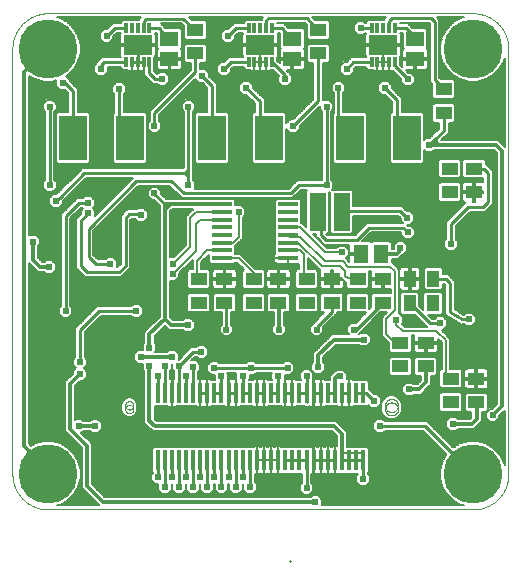
<source format=gbl>
G75*
%MOIN*%
%OFA0B0*%
%FSLAX25Y25*%
%IPPOS*%
%LPD*%
%AMOC8*
5,1,8,0,0,1.08239X$1,22.5*
%
%ADD10C,0.00000*%
%ADD11R,0.05118X0.05906*%
%ADD12R,0.09300X0.15000*%
%ADD13R,0.05700X0.12600*%
%ADD14R,0.01378X0.06693*%
%ADD15C,0.01000*%
%ADD16R,0.06700X0.01400*%
%ADD17R,0.05512X0.04331*%
%ADD18R,0.04331X0.05512*%
%ADD19R,0.01200X0.03200*%
%ADD20R,0.09400X0.06500*%
%ADD21R,0.05906X0.05118*%
%ADD22C,0.02381*%
%ADD23C,0.01181*%
%ADD24C,0.00600*%
%ADD25C,0.00900*%
%ADD26C,0.00893*%
%ADD27C,0.19685*%
D10*
X0013311Y0018636D02*
X0155043Y0018636D01*
X0155328Y0018639D01*
X0155614Y0018650D01*
X0155899Y0018667D01*
X0156183Y0018691D01*
X0156467Y0018722D01*
X0156750Y0018760D01*
X0157031Y0018805D01*
X0157312Y0018856D01*
X0157592Y0018914D01*
X0157870Y0018979D01*
X0158146Y0019051D01*
X0158420Y0019129D01*
X0158693Y0019214D01*
X0158963Y0019306D01*
X0159231Y0019404D01*
X0159497Y0019508D01*
X0159760Y0019619D01*
X0160020Y0019736D01*
X0160278Y0019859D01*
X0160532Y0019989D01*
X0160783Y0020125D01*
X0161031Y0020266D01*
X0161275Y0020414D01*
X0161516Y0020567D01*
X0161752Y0020727D01*
X0161985Y0020892D01*
X0162214Y0021062D01*
X0162439Y0021238D01*
X0162659Y0021420D01*
X0162875Y0021606D01*
X0163086Y0021798D01*
X0163293Y0021995D01*
X0163495Y0022197D01*
X0163692Y0022404D01*
X0163884Y0022615D01*
X0164070Y0022831D01*
X0164252Y0023051D01*
X0164428Y0023276D01*
X0164598Y0023505D01*
X0164763Y0023738D01*
X0164923Y0023974D01*
X0165076Y0024215D01*
X0165224Y0024459D01*
X0165365Y0024707D01*
X0165501Y0024958D01*
X0165631Y0025212D01*
X0165754Y0025470D01*
X0165871Y0025730D01*
X0165982Y0025993D01*
X0166086Y0026259D01*
X0166184Y0026527D01*
X0166276Y0026797D01*
X0166361Y0027070D01*
X0166439Y0027344D01*
X0166511Y0027620D01*
X0166576Y0027898D01*
X0166634Y0028178D01*
X0166685Y0028459D01*
X0166730Y0028740D01*
X0166768Y0029023D01*
X0166799Y0029307D01*
X0166823Y0029591D01*
X0166840Y0029876D01*
X0166851Y0030162D01*
X0166854Y0030447D01*
X0166854Y0172179D01*
X0166851Y0172464D01*
X0166840Y0172750D01*
X0166823Y0173035D01*
X0166799Y0173319D01*
X0166768Y0173603D01*
X0166730Y0173886D01*
X0166685Y0174167D01*
X0166634Y0174448D01*
X0166576Y0174728D01*
X0166511Y0175006D01*
X0166439Y0175282D01*
X0166361Y0175556D01*
X0166276Y0175829D01*
X0166184Y0176099D01*
X0166086Y0176367D01*
X0165982Y0176633D01*
X0165871Y0176896D01*
X0165754Y0177156D01*
X0165631Y0177414D01*
X0165501Y0177668D01*
X0165365Y0177919D01*
X0165224Y0178167D01*
X0165076Y0178411D01*
X0164923Y0178652D01*
X0164763Y0178888D01*
X0164598Y0179121D01*
X0164428Y0179350D01*
X0164252Y0179575D01*
X0164070Y0179795D01*
X0163884Y0180011D01*
X0163692Y0180222D01*
X0163495Y0180429D01*
X0163293Y0180631D01*
X0163086Y0180828D01*
X0162875Y0181020D01*
X0162659Y0181206D01*
X0162439Y0181388D01*
X0162214Y0181564D01*
X0161985Y0181734D01*
X0161752Y0181899D01*
X0161516Y0182059D01*
X0161275Y0182212D01*
X0161031Y0182360D01*
X0160783Y0182501D01*
X0160532Y0182637D01*
X0160278Y0182767D01*
X0160020Y0182890D01*
X0159760Y0183007D01*
X0159497Y0183118D01*
X0159231Y0183222D01*
X0158963Y0183320D01*
X0158693Y0183412D01*
X0158420Y0183497D01*
X0158146Y0183575D01*
X0157870Y0183647D01*
X0157592Y0183712D01*
X0157312Y0183770D01*
X0157031Y0183821D01*
X0156750Y0183866D01*
X0156467Y0183904D01*
X0156183Y0183935D01*
X0155899Y0183959D01*
X0155614Y0183976D01*
X0155328Y0183987D01*
X0155043Y0183990D01*
X0013311Y0183990D01*
X0013026Y0183987D01*
X0012740Y0183976D01*
X0012455Y0183959D01*
X0012171Y0183935D01*
X0011887Y0183904D01*
X0011604Y0183866D01*
X0011323Y0183821D01*
X0011042Y0183770D01*
X0010762Y0183712D01*
X0010484Y0183647D01*
X0010208Y0183575D01*
X0009934Y0183497D01*
X0009661Y0183412D01*
X0009391Y0183320D01*
X0009123Y0183222D01*
X0008857Y0183118D01*
X0008594Y0183007D01*
X0008334Y0182890D01*
X0008076Y0182767D01*
X0007822Y0182637D01*
X0007571Y0182501D01*
X0007323Y0182360D01*
X0007079Y0182212D01*
X0006838Y0182059D01*
X0006602Y0181899D01*
X0006369Y0181734D01*
X0006140Y0181564D01*
X0005915Y0181388D01*
X0005695Y0181206D01*
X0005479Y0181020D01*
X0005268Y0180828D01*
X0005061Y0180631D01*
X0004859Y0180429D01*
X0004662Y0180222D01*
X0004470Y0180011D01*
X0004284Y0179795D01*
X0004102Y0179575D01*
X0003926Y0179350D01*
X0003756Y0179121D01*
X0003591Y0178888D01*
X0003431Y0178652D01*
X0003278Y0178411D01*
X0003130Y0178167D01*
X0002989Y0177919D01*
X0002853Y0177668D01*
X0002723Y0177414D01*
X0002600Y0177156D01*
X0002483Y0176896D01*
X0002372Y0176633D01*
X0002268Y0176367D01*
X0002170Y0176099D01*
X0002078Y0175829D01*
X0001993Y0175556D01*
X0001915Y0175282D01*
X0001843Y0175006D01*
X0001778Y0174728D01*
X0001720Y0174448D01*
X0001669Y0174167D01*
X0001624Y0173886D01*
X0001586Y0173603D01*
X0001555Y0173319D01*
X0001531Y0173035D01*
X0001514Y0172750D01*
X0001503Y0172464D01*
X0001500Y0172179D01*
X0001500Y0030447D01*
X0001503Y0030162D01*
X0001514Y0029876D01*
X0001531Y0029591D01*
X0001555Y0029307D01*
X0001586Y0029023D01*
X0001624Y0028740D01*
X0001669Y0028459D01*
X0001720Y0028178D01*
X0001778Y0027898D01*
X0001843Y0027620D01*
X0001915Y0027344D01*
X0001993Y0027070D01*
X0002078Y0026797D01*
X0002170Y0026527D01*
X0002268Y0026259D01*
X0002372Y0025993D01*
X0002483Y0025730D01*
X0002600Y0025470D01*
X0002723Y0025212D01*
X0002853Y0024958D01*
X0002989Y0024707D01*
X0003130Y0024459D01*
X0003278Y0024215D01*
X0003431Y0023974D01*
X0003591Y0023738D01*
X0003756Y0023505D01*
X0003926Y0023276D01*
X0004102Y0023051D01*
X0004284Y0022831D01*
X0004470Y0022615D01*
X0004662Y0022404D01*
X0004859Y0022197D01*
X0005061Y0021995D01*
X0005268Y0021798D01*
X0005479Y0021606D01*
X0005695Y0021420D01*
X0005915Y0021238D01*
X0006140Y0021062D01*
X0006369Y0020892D01*
X0006602Y0020727D01*
X0006838Y0020567D01*
X0007079Y0020414D01*
X0007323Y0020266D01*
X0007571Y0020125D01*
X0007822Y0019989D01*
X0008076Y0019859D01*
X0008334Y0019736D01*
X0008594Y0019619D01*
X0008857Y0019508D01*
X0009123Y0019404D01*
X0009391Y0019306D01*
X0009661Y0019214D01*
X0009934Y0019129D01*
X0010208Y0019051D01*
X0010484Y0018979D01*
X0010762Y0018914D01*
X0011042Y0018856D01*
X0011323Y0018805D01*
X0011604Y0018760D01*
X0011887Y0018722D01*
X0012171Y0018691D01*
X0012455Y0018667D01*
X0012740Y0018650D01*
X0013026Y0018639D01*
X0013311Y0018636D01*
X0039098Y0052100D02*
X0039100Y0052174D01*
X0039106Y0052248D01*
X0039116Y0052321D01*
X0039130Y0052394D01*
X0039147Y0052466D01*
X0039169Y0052536D01*
X0039194Y0052606D01*
X0039223Y0052674D01*
X0039256Y0052740D01*
X0039292Y0052805D01*
X0039332Y0052867D01*
X0039374Y0052928D01*
X0039420Y0052986D01*
X0039469Y0053041D01*
X0039521Y0053094D01*
X0039576Y0053144D01*
X0039633Y0053190D01*
X0039693Y0053234D01*
X0039755Y0053274D01*
X0039819Y0053311D01*
X0039885Y0053345D01*
X0039953Y0053375D01*
X0040022Y0053401D01*
X0040093Y0053424D01*
X0040164Y0053442D01*
X0040237Y0053457D01*
X0040310Y0053468D01*
X0040384Y0053475D01*
X0040458Y0053478D01*
X0040531Y0053477D01*
X0040605Y0053472D01*
X0040679Y0053463D01*
X0040752Y0053450D01*
X0040824Y0053433D01*
X0040895Y0053413D01*
X0040965Y0053388D01*
X0041033Y0053360D01*
X0041100Y0053329D01*
X0041165Y0053293D01*
X0041228Y0053255D01*
X0041289Y0053213D01*
X0041348Y0053167D01*
X0041404Y0053119D01*
X0041457Y0053068D01*
X0041507Y0053014D01*
X0041555Y0052957D01*
X0041599Y0052898D01*
X0041641Y0052836D01*
X0041679Y0052773D01*
X0041713Y0052707D01*
X0041744Y0052640D01*
X0041771Y0052571D01*
X0041794Y0052501D01*
X0041814Y0052430D01*
X0041830Y0052357D01*
X0041842Y0052284D01*
X0041850Y0052211D01*
X0041854Y0052137D01*
X0041854Y0052063D01*
X0041850Y0051989D01*
X0041842Y0051916D01*
X0041830Y0051843D01*
X0041814Y0051770D01*
X0041794Y0051699D01*
X0041771Y0051629D01*
X0041744Y0051560D01*
X0041713Y0051493D01*
X0041679Y0051427D01*
X0041641Y0051364D01*
X0041599Y0051302D01*
X0041555Y0051243D01*
X0041507Y0051186D01*
X0041457Y0051132D01*
X0041404Y0051081D01*
X0041348Y0051033D01*
X0041289Y0050987D01*
X0041228Y0050945D01*
X0041165Y0050907D01*
X0041100Y0050871D01*
X0041033Y0050840D01*
X0040965Y0050812D01*
X0040895Y0050787D01*
X0040824Y0050767D01*
X0040752Y0050750D01*
X0040679Y0050737D01*
X0040605Y0050728D01*
X0040531Y0050723D01*
X0040458Y0050722D01*
X0040384Y0050725D01*
X0040310Y0050732D01*
X0040237Y0050743D01*
X0040164Y0050758D01*
X0040093Y0050776D01*
X0040022Y0050799D01*
X0039953Y0050825D01*
X0039885Y0050855D01*
X0039819Y0050889D01*
X0039755Y0050926D01*
X0039693Y0050966D01*
X0039633Y0051010D01*
X0039576Y0051056D01*
X0039521Y0051106D01*
X0039469Y0051159D01*
X0039420Y0051214D01*
X0039374Y0051272D01*
X0039332Y0051333D01*
X0039292Y0051395D01*
X0039256Y0051460D01*
X0039223Y0051526D01*
X0039194Y0051594D01*
X0039169Y0051664D01*
X0039147Y0051734D01*
X0039130Y0051806D01*
X0039116Y0051879D01*
X0039106Y0051952D01*
X0039100Y0052026D01*
X0039098Y0052100D01*
X0039098Y0053281D02*
X0039100Y0053355D01*
X0039106Y0053429D01*
X0039116Y0053502D01*
X0039130Y0053575D01*
X0039147Y0053647D01*
X0039169Y0053717D01*
X0039194Y0053787D01*
X0039223Y0053855D01*
X0039256Y0053921D01*
X0039292Y0053986D01*
X0039332Y0054048D01*
X0039374Y0054109D01*
X0039420Y0054167D01*
X0039469Y0054222D01*
X0039521Y0054275D01*
X0039576Y0054325D01*
X0039633Y0054371D01*
X0039693Y0054415D01*
X0039755Y0054455D01*
X0039819Y0054492D01*
X0039885Y0054526D01*
X0039953Y0054556D01*
X0040022Y0054582D01*
X0040093Y0054605D01*
X0040164Y0054623D01*
X0040237Y0054638D01*
X0040310Y0054649D01*
X0040384Y0054656D01*
X0040458Y0054659D01*
X0040531Y0054658D01*
X0040605Y0054653D01*
X0040679Y0054644D01*
X0040752Y0054631D01*
X0040824Y0054614D01*
X0040895Y0054594D01*
X0040965Y0054569D01*
X0041033Y0054541D01*
X0041100Y0054510D01*
X0041165Y0054474D01*
X0041228Y0054436D01*
X0041289Y0054394D01*
X0041348Y0054348D01*
X0041404Y0054300D01*
X0041457Y0054249D01*
X0041507Y0054195D01*
X0041555Y0054138D01*
X0041599Y0054079D01*
X0041641Y0054017D01*
X0041679Y0053954D01*
X0041713Y0053888D01*
X0041744Y0053821D01*
X0041771Y0053752D01*
X0041794Y0053682D01*
X0041814Y0053611D01*
X0041830Y0053538D01*
X0041842Y0053465D01*
X0041850Y0053392D01*
X0041854Y0053318D01*
X0041854Y0053244D01*
X0041850Y0053170D01*
X0041842Y0053097D01*
X0041830Y0053024D01*
X0041814Y0052951D01*
X0041794Y0052880D01*
X0041771Y0052810D01*
X0041744Y0052741D01*
X0041713Y0052674D01*
X0041679Y0052608D01*
X0041641Y0052545D01*
X0041599Y0052483D01*
X0041555Y0052424D01*
X0041507Y0052367D01*
X0041457Y0052313D01*
X0041404Y0052262D01*
X0041348Y0052214D01*
X0041289Y0052168D01*
X0041228Y0052126D01*
X0041165Y0052088D01*
X0041100Y0052052D01*
X0041033Y0052021D01*
X0040965Y0051993D01*
X0040895Y0051968D01*
X0040824Y0051948D01*
X0040752Y0051931D01*
X0040679Y0051918D01*
X0040605Y0051909D01*
X0040531Y0051904D01*
X0040458Y0051903D01*
X0040384Y0051906D01*
X0040310Y0051913D01*
X0040237Y0051924D01*
X0040164Y0051939D01*
X0040093Y0051957D01*
X0040022Y0051980D01*
X0039953Y0052006D01*
X0039885Y0052036D01*
X0039819Y0052070D01*
X0039755Y0052107D01*
X0039693Y0052147D01*
X0039633Y0052191D01*
X0039576Y0052237D01*
X0039521Y0052287D01*
X0039469Y0052340D01*
X0039420Y0052395D01*
X0039374Y0052453D01*
X0039332Y0052514D01*
X0039292Y0052576D01*
X0039256Y0052641D01*
X0039223Y0052707D01*
X0039194Y0052775D01*
X0039169Y0052845D01*
X0039147Y0052915D01*
X0039130Y0052987D01*
X0039116Y0053060D01*
X0039106Y0053133D01*
X0039100Y0053207D01*
X0039098Y0053281D01*
X0125713Y0053281D02*
X0125715Y0053374D01*
X0125721Y0053466D01*
X0125731Y0053558D01*
X0125745Y0053649D01*
X0125762Y0053740D01*
X0125784Y0053830D01*
X0125809Y0053919D01*
X0125838Y0054007D01*
X0125871Y0054093D01*
X0125908Y0054178D01*
X0125948Y0054262D01*
X0125992Y0054343D01*
X0126039Y0054423D01*
X0126089Y0054501D01*
X0126143Y0054576D01*
X0126200Y0054649D01*
X0126260Y0054719D01*
X0126323Y0054787D01*
X0126389Y0054852D01*
X0126457Y0054914D01*
X0126528Y0054974D01*
X0126602Y0055030D01*
X0126678Y0055083D01*
X0126756Y0055132D01*
X0126836Y0055179D01*
X0126918Y0055221D01*
X0127002Y0055261D01*
X0127087Y0055296D01*
X0127174Y0055328D01*
X0127262Y0055357D01*
X0127351Y0055381D01*
X0127441Y0055402D01*
X0127532Y0055418D01*
X0127624Y0055431D01*
X0127716Y0055440D01*
X0127809Y0055445D01*
X0127901Y0055446D01*
X0127994Y0055443D01*
X0128086Y0055436D01*
X0128178Y0055425D01*
X0128269Y0055410D01*
X0128360Y0055392D01*
X0128450Y0055369D01*
X0128538Y0055343D01*
X0128626Y0055313D01*
X0128712Y0055279D01*
X0128796Y0055242D01*
X0128879Y0055200D01*
X0128960Y0055156D01*
X0129040Y0055108D01*
X0129117Y0055057D01*
X0129191Y0055002D01*
X0129264Y0054944D01*
X0129334Y0054884D01*
X0129401Y0054820D01*
X0129465Y0054754D01*
X0129527Y0054684D01*
X0129585Y0054613D01*
X0129640Y0054539D01*
X0129692Y0054462D01*
X0129741Y0054383D01*
X0129787Y0054303D01*
X0129829Y0054220D01*
X0129867Y0054136D01*
X0129902Y0054050D01*
X0129933Y0053963D01*
X0129960Y0053875D01*
X0129983Y0053785D01*
X0130003Y0053695D01*
X0130019Y0053604D01*
X0130031Y0053512D01*
X0130039Y0053420D01*
X0130043Y0053327D01*
X0130043Y0053235D01*
X0130039Y0053142D01*
X0130031Y0053050D01*
X0130019Y0052958D01*
X0130003Y0052867D01*
X0129983Y0052777D01*
X0129960Y0052687D01*
X0129933Y0052599D01*
X0129902Y0052512D01*
X0129867Y0052426D01*
X0129829Y0052342D01*
X0129787Y0052259D01*
X0129741Y0052179D01*
X0129692Y0052100D01*
X0129640Y0052023D01*
X0129585Y0051949D01*
X0129527Y0051878D01*
X0129465Y0051808D01*
X0129401Y0051742D01*
X0129334Y0051678D01*
X0129264Y0051618D01*
X0129191Y0051560D01*
X0129117Y0051505D01*
X0129040Y0051454D01*
X0128961Y0051406D01*
X0128879Y0051362D01*
X0128796Y0051320D01*
X0128712Y0051283D01*
X0128626Y0051249D01*
X0128538Y0051219D01*
X0128450Y0051193D01*
X0128360Y0051170D01*
X0128269Y0051152D01*
X0128178Y0051137D01*
X0128086Y0051126D01*
X0127994Y0051119D01*
X0127901Y0051116D01*
X0127809Y0051117D01*
X0127716Y0051122D01*
X0127624Y0051131D01*
X0127532Y0051144D01*
X0127441Y0051160D01*
X0127351Y0051181D01*
X0127262Y0051205D01*
X0127174Y0051234D01*
X0127087Y0051266D01*
X0127002Y0051301D01*
X0126918Y0051341D01*
X0126836Y0051383D01*
X0126756Y0051430D01*
X0126678Y0051479D01*
X0126602Y0051532D01*
X0126528Y0051588D01*
X0126457Y0051648D01*
X0126389Y0051710D01*
X0126323Y0051775D01*
X0126260Y0051843D01*
X0126200Y0051913D01*
X0126143Y0051986D01*
X0126089Y0052061D01*
X0126039Y0052139D01*
X0125992Y0052219D01*
X0125948Y0052300D01*
X0125908Y0052384D01*
X0125871Y0052469D01*
X0125838Y0052555D01*
X0125809Y0052643D01*
X0125784Y0052732D01*
X0125762Y0052822D01*
X0125745Y0052913D01*
X0125731Y0053004D01*
X0125721Y0053096D01*
X0125715Y0053188D01*
X0125713Y0053281D01*
X0125713Y0052100D02*
X0125715Y0052193D01*
X0125721Y0052285D01*
X0125731Y0052377D01*
X0125745Y0052468D01*
X0125762Y0052559D01*
X0125784Y0052649D01*
X0125809Y0052738D01*
X0125838Y0052826D01*
X0125871Y0052912D01*
X0125908Y0052997D01*
X0125948Y0053081D01*
X0125992Y0053162D01*
X0126039Y0053242D01*
X0126089Y0053320D01*
X0126143Y0053395D01*
X0126200Y0053468D01*
X0126260Y0053538D01*
X0126323Y0053606D01*
X0126389Y0053671D01*
X0126457Y0053733D01*
X0126528Y0053793D01*
X0126602Y0053849D01*
X0126678Y0053902D01*
X0126756Y0053951D01*
X0126836Y0053998D01*
X0126918Y0054040D01*
X0127002Y0054080D01*
X0127087Y0054115D01*
X0127174Y0054147D01*
X0127262Y0054176D01*
X0127351Y0054200D01*
X0127441Y0054221D01*
X0127532Y0054237D01*
X0127624Y0054250D01*
X0127716Y0054259D01*
X0127809Y0054264D01*
X0127901Y0054265D01*
X0127994Y0054262D01*
X0128086Y0054255D01*
X0128178Y0054244D01*
X0128269Y0054229D01*
X0128360Y0054211D01*
X0128450Y0054188D01*
X0128538Y0054162D01*
X0128626Y0054132D01*
X0128712Y0054098D01*
X0128796Y0054061D01*
X0128879Y0054019D01*
X0128960Y0053975D01*
X0129040Y0053927D01*
X0129117Y0053876D01*
X0129191Y0053821D01*
X0129264Y0053763D01*
X0129334Y0053703D01*
X0129401Y0053639D01*
X0129465Y0053573D01*
X0129527Y0053503D01*
X0129585Y0053432D01*
X0129640Y0053358D01*
X0129692Y0053281D01*
X0129741Y0053202D01*
X0129787Y0053122D01*
X0129829Y0053039D01*
X0129867Y0052955D01*
X0129902Y0052869D01*
X0129933Y0052782D01*
X0129960Y0052694D01*
X0129983Y0052604D01*
X0130003Y0052514D01*
X0130019Y0052423D01*
X0130031Y0052331D01*
X0130039Y0052239D01*
X0130043Y0052146D01*
X0130043Y0052054D01*
X0130039Y0051961D01*
X0130031Y0051869D01*
X0130019Y0051777D01*
X0130003Y0051686D01*
X0129983Y0051596D01*
X0129960Y0051506D01*
X0129933Y0051418D01*
X0129902Y0051331D01*
X0129867Y0051245D01*
X0129829Y0051161D01*
X0129787Y0051078D01*
X0129741Y0050998D01*
X0129692Y0050919D01*
X0129640Y0050842D01*
X0129585Y0050768D01*
X0129527Y0050697D01*
X0129465Y0050627D01*
X0129401Y0050561D01*
X0129334Y0050497D01*
X0129264Y0050437D01*
X0129191Y0050379D01*
X0129117Y0050324D01*
X0129040Y0050273D01*
X0128961Y0050225D01*
X0128879Y0050181D01*
X0128796Y0050139D01*
X0128712Y0050102D01*
X0128626Y0050068D01*
X0128538Y0050038D01*
X0128450Y0050012D01*
X0128360Y0049989D01*
X0128269Y0049971D01*
X0128178Y0049956D01*
X0128086Y0049945D01*
X0127994Y0049938D01*
X0127901Y0049935D01*
X0127809Y0049936D01*
X0127716Y0049941D01*
X0127624Y0049950D01*
X0127532Y0049963D01*
X0127441Y0049979D01*
X0127351Y0050000D01*
X0127262Y0050024D01*
X0127174Y0050053D01*
X0127087Y0050085D01*
X0127002Y0050120D01*
X0126918Y0050160D01*
X0126836Y0050202D01*
X0126756Y0050249D01*
X0126678Y0050298D01*
X0126602Y0050351D01*
X0126528Y0050407D01*
X0126457Y0050467D01*
X0126389Y0050529D01*
X0126323Y0050594D01*
X0126260Y0050662D01*
X0126200Y0050732D01*
X0126143Y0050805D01*
X0126089Y0050880D01*
X0126039Y0050958D01*
X0125992Y0051038D01*
X0125948Y0051119D01*
X0125908Y0051203D01*
X0125871Y0051288D01*
X0125838Y0051374D01*
X0125809Y0051462D01*
X0125784Y0051551D01*
X0125762Y0051641D01*
X0125745Y0051732D01*
X0125731Y0051823D01*
X0125721Y0051915D01*
X0125715Y0052007D01*
X0125713Y0052100D01*
D11*
X0124335Y0103872D03*
X0117642Y0103872D03*
D12*
X0114047Y0142455D03*
X0133047Y0142455D03*
X0086984Y0142455D03*
X0067984Y0142455D03*
X0040724Y0142455D03*
X0021724Y0142455D03*
D13*
X0103209Y0117848D03*
X0111209Y0117848D03*
D14*
X0111343Y0057415D03*
X0113705Y0057415D03*
X0116067Y0057415D03*
X0118429Y0057415D03*
X0108980Y0057415D03*
X0106618Y0057415D03*
X0104256Y0057415D03*
X0101894Y0057415D03*
X0099531Y0057415D03*
X0097169Y0057415D03*
X0094807Y0057415D03*
X0092445Y0057415D03*
X0090083Y0057415D03*
X0087720Y0057415D03*
X0085358Y0057415D03*
X0082996Y0057415D03*
X0080634Y0057415D03*
X0078272Y0057415D03*
X0075909Y0057415D03*
X0073547Y0057415D03*
X0071185Y0057415D03*
X0068823Y0057415D03*
X0066461Y0057415D03*
X0064098Y0057415D03*
X0061736Y0057415D03*
X0059374Y0057415D03*
X0057012Y0057415D03*
X0054650Y0057415D03*
X0052287Y0057415D03*
X0049925Y0057415D03*
X0049925Y0034974D03*
X0052287Y0034974D03*
X0054650Y0034974D03*
X0057012Y0034974D03*
X0059374Y0034974D03*
X0061736Y0034974D03*
X0064098Y0034974D03*
X0066461Y0034974D03*
X0068823Y0034974D03*
X0071185Y0034974D03*
X0073547Y0034974D03*
X0075909Y0034974D03*
X0078272Y0034974D03*
X0080634Y0034974D03*
X0082996Y0034974D03*
X0085358Y0034974D03*
X0087720Y0034974D03*
X0090083Y0034974D03*
X0092445Y0034974D03*
X0094807Y0034974D03*
X0097169Y0034974D03*
X0099531Y0034974D03*
X0101894Y0034974D03*
X0104256Y0034974D03*
X0106618Y0034974D03*
X0108980Y0034974D03*
X0111343Y0034974D03*
X0113705Y0034974D03*
X0116067Y0034974D03*
X0118429Y0034974D03*
D15*
X0118429Y0028872D01*
X0118429Y0034974D02*
X0116067Y0034974D01*
X0113705Y0034974D01*
X0111343Y0034974D01*
X0108980Y0034974D02*
X0106618Y0034974D01*
X0104256Y0034974D01*
X0101894Y0034974D01*
X0099531Y0034974D02*
X0099531Y0025722D01*
X0099531Y0034974D02*
X0097169Y0034974D01*
X0094807Y0034974D01*
X0092445Y0034974D01*
X0080634Y0034974D02*
X0080634Y0026116D01*
X0078272Y0029266D02*
X0078272Y0034974D01*
X0075909Y0034974D02*
X0075909Y0026116D01*
X0073547Y0029266D02*
X0073547Y0034974D01*
X0071185Y0034974D02*
X0071185Y0026116D01*
X0068823Y0029266D02*
X0068823Y0034974D01*
X0068823Y0033793D02*
X0068818Y0033792D01*
X0068814Y0033788D01*
X0068813Y0033783D01*
X0066461Y0034974D02*
X0066461Y0026116D01*
X0064098Y0029266D02*
X0064098Y0034974D01*
X0061736Y0034974D02*
X0061736Y0026116D01*
X0059374Y0029266D02*
X0059374Y0034974D01*
X0057012Y0034974D02*
X0057012Y0026116D01*
X0054650Y0029266D02*
X0054650Y0034974D01*
X0052287Y0034974D02*
X0052287Y0026116D01*
X0049925Y0029266D02*
X0049925Y0034974D01*
X0049916Y0029266D02*
X0049925Y0029266D01*
X0049925Y0057415D02*
X0049925Y0063124D01*
X0052287Y0066274D02*
X0052287Y0057415D01*
X0054650Y0057415D02*
X0054650Y0063124D01*
X0057012Y0066274D02*
X0061657Y0071115D01*
X0064413Y0071115D01*
X0064492Y0071195D01*
X0061736Y0065978D02*
X0061736Y0057415D01*
X0059374Y0057415D02*
X0059374Y0063124D01*
X0057012Y0066274D02*
X0057012Y0057415D01*
X0064098Y0057415D02*
X0066461Y0057415D01*
X0068823Y0057415D02*
X0071185Y0057415D01*
X0071185Y0062927D01*
X0068823Y0065781D02*
X0081028Y0065781D01*
X0093232Y0065781D01*
X0090083Y0062927D02*
X0090083Y0057415D01*
X0087720Y0057415D01*
X0085358Y0057415D02*
X0082996Y0057415D01*
X0080634Y0057415D02*
X0078272Y0057415D01*
X0078272Y0063124D01*
X0075909Y0057415D02*
X0073547Y0057415D01*
X0092445Y0057415D02*
X0094807Y0057415D01*
X0097169Y0057415D02*
X0099531Y0057415D01*
X0099531Y0054463D01*
X0099531Y0057415D02*
X0099531Y0063124D01*
X0101894Y0057415D02*
X0104256Y0057415D01*
X0106618Y0057415D02*
X0108980Y0057415D01*
X0111343Y0057415D02*
X0113705Y0057415D01*
X0116067Y0057415D02*
X0118429Y0057415D01*
X0119413Y0057415D01*
X0121972Y0054856D01*
X0123941Y0046392D02*
X0139098Y0046392D01*
X0155043Y0030447D01*
X0130831Y0066077D02*
X0130831Y0066274D01*
X0140673Y0080644D02*
X0144020Y0080644D01*
X0140673Y0080644D02*
X0134374Y0086943D01*
X0124925Y0087533D02*
X0115969Y0078577D01*
X0115280Y0078577D01*
X0107996Y0084581D02*
X0107996Y0087533D01*
X0107996Y0084581D02*
X0102878Y0079463D01*
X0102878Y0078577D01*
X0099827Y0087533D02*
X0099728Y0087632D01*
X0099531Y0087533D01*
X0124335Y0103872D02*
X0125909Y0103085D01*
X0129453Y0103872D02*
X0130831Y0105250D01*
X0130831Y0105841D01*
X0141854Y0095506D02*
X0141953Y0095407D01*
X0145988Y0095407D01*
X0147366Y0094030D01*
X0147366Y0084384D01*
X0151402Y0081923D01*
X0153665Y0081923D01*
X0147661Y0107022D02*
X0147661Y0113813D01*
X0153272Y0119423D01*
X0158291Y0119423D01*
X0160063Y0121195D01*
X0160063Y0130841D01*
X0158685Y0132219D01*
X0155339Y0132219D01*
X0143626Y0140093D02*
X0142839Y0140093D01*
X0142051Y0140880D01*
X0142051Y0141077D01*
X0141854Y0141274D01*
X0142051Y0141667D02*
X0143626Y0140093D01*
X0142839Y0140683D02*
X0142839Y0142455D01*
X0142051Y0141667D01*
X0140476Y0140093D01*
X0142839Y0142455D02*
X0145299Y0144915D01*
X0145299Y0150821D01*
X0145299Y0158695D02*
X0142248Y0161746D01*
X0142248Y0181037D01*
X0140870Y0182415D01*
X0128075Y0182415D01*
X0127122Y0181463D01*
X0127122Y0179060D01*
X0129022Y0179060D02*
X0132611Y0179060D01*
X0136244Y0175427D01*
X0135752Y0175526D01*
X0129022Y0167660D02*
X0129022Y0166311D01*
X0133390Y0161943D01*
X0129650Y0155053D02*
X0129650Y0145852D01*
X0133047Y0142455D01*
X0129650Y0155053D02*
X0125614Y0159089D01*
X0121222Y0167660D02*
X0115091Y0167660D01*
X0112917Y0165486D01*
X0110161Y0158990D02*
X0110161Y0146341D01*
X0114047Y0142455D01*
X0103469Y0154758D02*
X0095004Y0146293D01*
X0103469Y0154758D02*
X0103469Y0170604D01*
X0103469Y0178478D02*
X0099531Y0182415D01*
X0086933Y0182415D01*
X0086177Y0181659D01*
X0086177Y0179060D01*
X0088077Y0179060D02*
X0091272Y0179060D01*
X0094807Y0175526D01*
X0088077Y0167660D02*
X0092445Y0163293D01*
X0092445Y0162140D01*
X0083980Y0154659D02*
X0083980Y0145459D01*
X0083980Y0154659D02*
X0079453Y0159187D01*
X0080277Y0167660D02*
X0074245Y0167660D01*
X0071972Y0165388D01*
X0062524Y0164305D02*
X0062524Y0170604D01*
X0062524Y0164305D02*
X0048843Y0150624D01*
X0048843Y0146392D01*
X0039098Y0147179D02*
X0037130Y0149148D01*
X0037130Y0158793D01*
X0031028Y0165388D02*
X0031028Y0166766D01*
X0031922Y0167660D01*
X0039332Y0167660D01*
X0041232Y0167660D02*
X0043232Y0167660D01*
X0043232Y0173360D01*
X0043232Y0167660D02*
X0045232Y0167660D01*
X0047132Y0167660D02*
X0047132Y0163948D01*
X0049039Y0162041D01*
X0051500Y0162041D01*
X0060161Y0152888D02*
X0060161Y0132022D01*
X0058980Y0130841D01*
X0060161Y0129659D01*
X0060161Y0130841D01*
X0058980Y0130841D01*
X0025516Y0130841D01*
X0017248Y0122573D01*
X0019217Y0116274D02*
X0023646Y0120703D01*
X0026697Y0120703D01*
X0026697Y0117258D02*
X0024236Y0114797D01*
X0024236Y0099738D01*
X0026205Y0097770D01*
X0037130Y0097770D01*
X0039197Y0099837D01*
X0039197Y0115880D01*
X0040378Y0117061D01*
X0044118Y0117061D01*
X0044315Y0116864D01*
X0048843Y0123852D02*
X0048843Y0123951D01*
X0048843Y0123852D02*
X0052343Y0120352D01*
X0054059Y0120407D02*
X0052287Y0118636D01*
X0060161Y0126707D02*
X0060161Y0129659D01*
X0060161Y0130841D02*
X0060161Y0132022D01*
X0054453Y0128085D02*
X0042839Y0128085D01*
X0026894Y0112140D01*
X0026894Y0102789D01*
X0029354Y0100329D01*
X0034177Y0100329D01*
X0030437Y0084778D02*
X0042839Y0084778D01*
X0030437Y0084778D02*
X0023941Y0078281D01*
X0023941Y0067652D01*
X0019217Y0084778D02*
X0019217Y0116274D01*
X0021724Y0158057D02*
X0019020Y0160762D01*
X0018429Y0160762D01*
X0032898Y0176411D02*
X0035546Y0179060D01*
X0039332Y0179060D01*
X0045232Y0179060D02*
X0045232Y0181266D01*
X0046185Y0182219D01*
X0058488Y0182219D01*
X0062524Y0178478D01*
X0053862Y0175526D02*
X0050328Y0179060D01*
X0047132Y0179060D01*
X0073350Y0176411D02*
X0075999Y0179060D01*
X0080277Y0179060D01*
X0117543Y0179069D02*
X0121213Y0179069D01*
X0121222Y0179060D01*
X0071406Y0102352D02*
X0070453Y0102352D01*
X0072169Y0087533D02*
X0072858Y0086844D01*
X0072858Y0078577D01*
X0072760Y0086943D02*
X0072169Y0087533D01*
X0063606Y0087533D02*
X0062327Y0087632D01*
X0062327Y0087533D01*
X0118429Y0037435D02*
X0118429Y0034974D01*
X0094020Y0001510D02*
X0094015Y0001509D01*
X0094011Y0001505D01*
X0094010Y0001500D01*
D16*
X0093406Y0102352D03*
X0093406Y0104952D03*
X0093406Y0107552D03*
X0093406Y0110052D03*
X0093406Y0112652D03*
X0093406Y0115152D03*
X0093406Y0117752D03*
X0093406Y0120352D03*
X0071406Y0120352D03*
X0071406Y0117752D03*
X0071406Y0115152D03*
X0071406Y0112652D03*
X0071406Y0110052D03*
X0071406Y0107552D03*
X0071406Y0104952D03*
X0071406Y0102352D03*
D17*
X0072169Y0095407D03*
X0072169Y0087533D03*
X0063606Y0087533D03*
X0063606Y0095407D03*
X0081913Y0095407D03*
X0081913Y0087533D03*
X0090181Y0087533D03*
X0090181Y0095407D03*
X0099531Y0095407D03*
X0099531Y0087533D03*
X0107996Y0087533D03*
X0107996Y0095407D03*
X0116559Y0095407D03*
X0116559Y0087533D03*
X0124925Y0087533D03*
X0124925Y0095407D03*
X0130831Y0074148D03*
X0130831Y0066274D03*
X0139295Y0066274D03*
X0139295Y0074148D03*
X0147661Y0062238D03*
X0147661Y0054364D03*
X0156126Y0054266D03*
X0156126Y0062140D03*
X0155339Y0124344D03*
X0155339Y0132219D03*
X0147268Y0132219D03*
X0147268Y0124344D03*
X0145299Y0150821D03*
X0145299Y0158695D03*
X0103469Y0170604D03*
X0103469Y0178478D03*
X0062524Y0178478D03*
X0062524Y0170604D03*
D18*
X0133980Y0095506D03*
X0133882Y0087337D03*
X0141756Y0087337D03*
X0141854Y0095506D03*
D19*
X0129022Y0167660D03*
X0127122Y0167660D03*
X0125122Y0167660D03*
X0123122Y0167660D03*
X0121222Y0167660D03*
X0121222Y0179060D03*
X0123122Y0179060D03*
X0125122Y0179060D03*
X0127122Y0179060D03*
X0129022Y0179060D03*
X0088077Y0179060D03*
X0086177Y0179060D03*
X0084177Y0179060D03*
X0082177Y0179060D03*
X0080277Y0179060D03*
X0080277Y0167660D03*
X0082177Y0167660D03*
X0084177Y0167660D03*
X0086177Y0167660D03*
X0088077Y0167660D03*
X0047132Y0167660D03*
X0045232Y0167660D03*
X0043232Y0167660D03*
X0041232Y0167660D03*
X0039332Y0167660D03*
X0039332Y0179060D03*
X0041232Y0179060D03*
X0043232Y0179060D03*
X0045232Y0179060D03*
X0047132Y0179060D03*
D20*
X0043232Y0173360D03*
X0084177Y0173360D03*
X0125122Y0173360D03*
D21*
X0135752Y0175526D03*
X0135752Y0168833D03*
X0094807Y0168833D03*
X0094807Y0175526D03*
X0053862Y0175526D03*
X0053862Y0168833D03*
D22*
X0053862Y0175526D03*
X0042346Y0163813D03*
X0037130Y0158793D03*
X0031028Y0165388D03*
X0025909Y0162533D03*
X0018429Y0160762D03*
X0013902Y0152888D03*
X0032898Y0176411D03*
X0048646Y0157907D03*
X0051500Y0162041D03*
X0060161Y0152888D03*
X0064787Y0163026D03*
X0071972Y0165388D03*
X0079453Y0159187D03*
X0083587Y0164108D03*
X0092445Y0162140D03*
X0099531Y0161451D03*
X0106224Y0152888D03*
X0110161Y0158990D03*
X0112917Y0165486D03*
X0121776Y0163124D03*
X0125614Y0159089D03*
X0133390Y0161943D03*
X0137327Y0163124D03*
X0136244Y0175427D03*
X0117543Y0179069D03*
X0094807Y0175526D03*
X0073350Y0176411D03*
X0095004Y0146293D03*
X0100713Y0146392D03*
X0106224Y0126707D03*
X0117543Y0126707D03*
X0123350Y0115289D03*
X0130831Y0105841D03*
X0133390Y0110959D03*
X0133193Y0115683D03*
X0138508Y0110762D03*
X0137228Y0102396D03*
X0147661Y0107022D03*
X0147366Y0124344D03*
X0147465Y0132317D03*
X0140476Y0140093D03*
X0155043Y0124344D03*
X0123350Y0101904D03*
X0117740Y0101904D03*
X0111343Y0104266D03*
X0107799Y0095506D03*
X0099827Y0087533D03*
X0095496Y0080644D03*
X0090476Y0078577D03*
X0084571Y0071195D03*
X0081028Y0065781D03*
X0078272Y0063124D03*
X0071185Y0062927D03*
X0068823Y0065781D03*
X0072366Y0071195D03*
X0072858Y0078577D03*
X0077780Y0081530D03*
X0083094Y0087829D03*
X0096972Y0071392D03*
X0093232Y0065781D03*
X0090083Y0062927D03*
X0099531Y0063124D03*
X0103469Y0066077D03*
X0109177Y0071195D03*
X0115280Y0078577D03*
X0118626Y0075230D03*
X0120988Y0066274D03*
X0130831Y0066077D03*
X0133587Y0058596D03*
X0140280Y0048951D03*
X0147760Y0054069D03*
X0148350Y0047179D03*
X0161539Y0049935D03*
X0161638Y0072671D03*
X0153665Y0081923D03*
X0151992Y0073557D03*
X0144020Y0080644D03*
X0142051Y0087533D03*
X0133980Y0087337D03*
X0129453Y0081825D03*
X0138902Y0074148D03*
X0121972Y0054856D03*
X0123941Y0046392D03*
X0110752Y0062927D03*
X0102878Y0078577D03*
X0116461Y0087337D03*
X0089394Y0127297D03*
X0076894Y0117750D03*
X0060161Y0126707D03*
X0053370Y0125526D03*
X0048843Y0123951D03*
X0044315Y0116864D03*
X0040083Y0121293D03*
X0037130Y0127100D03*
X0026697Y0120703D03*
X0026697Y0117258D03*
X0035949Y0110762D03*
X0044413Y0110368D03*
X0034177Y0100329D03*
X0025122Y0091864D03*
X0019217Y0084778D03*
X0027484Y0075722D03*
X0023941Y0067652D03*
X0023941Y0063715D03*
X0011146Y0050427D03*
X0023547Y0046392D03*
X0029059Y0046392D03*
X0047169Y0066274D03*
X0049925Y0063124D03*
X0052287Y0066274D03*
X0054650Y0063124D03*
X0057012Y0066274D03*
X0054650Y0069423D03*
X0056224Y0074935D03*
X0059965Y0080053D03*
X0064492Y0082219D03*
X0062327Y0087533D03*
X0057012Y0093439D03*
X0054896Y0096982D03*
X0054896Y0100329D03*
X0057012Y0106234D03*
X0057406Y0115486D03*
X0053075Y0140191D03*
X0048843Y0146392D03*
X0016067Y0121392D03*
X0013902Y0126707D03*
X0008291Y0107907D03*
X0013803Y0099344D03*
X0042839Y0084778D03*
X0047169Y0072573D03*
X0044413Y0069423D03*
X0059374Y0063124D03*
X0061736Y0065978D03*
X0064492Y0071195D03*
X0064098Y0029266D03*
X0066461Y0026116D03*
X0068823Y0029266D03*
X0071185Y0026116D03*
X0073547Y0029266D03*
X0075909Y0026116D03*
X0078272Y0029266D03*
X0080634Y0026116D03*
X0082996Y0029266D03*
X0099531Y0025722D03*
X0102484Y0020998D03*
X0109276Y0021096D03*
X0118429Y0028872D03*
X0061736Y0026116D03*
X0059374Y0029266D03*
X0057012Y0026116D03*
X0054650Y0029266D03*
X0052287Y0026116D03*
X0049916Y0029266D03*
D23*
X0048941Y0046392D02*
X0047169Y0048163D01*
X0047169Y0066274D01*
X0044413Y0069423D02*
X0054650Y0069423D01*
X0047169Y0072573D02*
X0047169Y0077100D01*
X0052287Y0082219D01*
X0052287Y0118636D01*
X0052287Y0120297D01*
X0052343Y0120352D01*
X0071406Y0120352D01*
X0062425Y0087632D02*
X0062327Y0087533D01*
X0059965Y0080053D02*
X0054453Y0080053D01*
X0052287Y0082219D01*
X0023941Y0063715D02*
X0020791Y0060565D01*
X0020791Y0045407D01*
X0026303Y0039896D01*
X0026303Y0026313D01*
X0031618Y0020998D01*
X0102484Y0020998D01*
X0111343Y0037435D02*
X0111343Y0043833D01*
X0108783Y0046392D01*
X0048941Y0046392D01*
X0029059Y0046392D02*
X0023547Y0046392D01*
X0013311Y0032022D02*
X0005437Y0039896D01*
X0005437Y0164305D01*
X0013311Y0172179D01*
X0008291Y0107907D02*
X0008291Y0101904D01*
X0010850Y0099344D01*
X0013803Y0099344D01*
X0013311Y0032022D02*
X0013311Y0030447D01*
X0090476Y0078577D02*
X0090476Y0087337D01*
X0090181Y0087533D01*
X0103469Y0070014D02*
X0108685Y0075230D01*
X0118626Y0075230D01*
X0116461Y0087337D02*
X0116559Y0087435D01*
X0116559Y0087533D01*
X0125122Y0102297D02*
X0126697Y0103872D01*
X0129453Y0103872D01*
X0133980Y0087337D02*
X0134374Y0086943D01*
X0139295Y0066274D02*
X0139492Y0066077D01*
X0139492Y0060959D01*
X0137130Y0058596D01*
X0133587Y0058596D01*
X0147661Y0054364D02*
X0148350Y0053675D01*
X0147760Y0054069D01*
X0148350Y0047179D02*
X0154650Y0047179D01*
X0156224Y0048754D01*
X0156224Y0054167D01*
X0156126Y0054266D01*
X0156421Y0060860D02*
X0156126Y0061156D01*
X0156126Y0062140D01*
X0164689Y0053085D02*
X0164689Y0138026D01*
X0162622Y0140093D01*
X0143626Y0140093D01*
X0140476Y0140093D01*
X0147268Y0132219D02*
X0147366Y0132219D01*
X0147465Y0132317D01*
X0147366Y0124344D02*
X0147268Y0124344D01*
X0103469Y0070014D02*
X0103469Y0066077D01*
X0108980Y0062337D02*
X0108980Y0057415D01*
X0108980Y0062337D02*
X0109571Y0062927D01*
X0110752Y0062927D01*
X0161539Y0049935D02*
X0164689Y0053085D01*
X0162720Y0051116D02*
X0161539Y0049935D01*
D24*
X0159909Y0051554D02*
X0159901Y0051554D01*
X0159989Y0051642D02*
X0159340Y0050993D01*
X0157922Y0050993D01*
X0157922Y0048051D01*
X0156928Y0047056D01*
X0155353Y0045481D01*
X0149902Y0045481D01*
X0149302Y0044881D01*
X0147399Y0044881D01*
X0146053Y0046227D01*
X0146053Y0048131D01*
X0147399Y0049477D01*
X0149302Y0049477D01*
X0149902Y0048877D01*
X0153946Y0048877D01*
X0154527Y0049457D01*
X0154527Y0050993D01*
X0152912Y0050993D01*
X0152263Y0051642D01*
X0152263Y0056890D01*
X0152912Y0057538D01*
X0159340Y0057538D01*
X0159989Y0056890D01*
X0159989Y0051642D01*
X0159989Y0052152D02*
X0160507Y0052152D01*
X0160588Y0052233D02*
X0159242Y0050887D01*
X0159242Y0048983D01*
X0160588Y0047637D01*
X0162491Y0047637D01*
X0163837Y0048983D01*
X0163837Y0049832D01*
X0165392Y0051387D01*
X0165554Y0051549D01*
X0165554Y0033525D01*
X0165247Y0034673D01*
X0163805Y0037170D01*
X0161767Y0039209D01*
X0159270Y0040650D01*
X0156485Y0041396D01*
X0153602Y0041396D01*
X0150817Y0040650D01*
X0148469Y0039294D01*
X0139764Y0047999D01*
X0125583Y0047999D01*
X0124893Y0048689D01*
X0122989Y0048689D01*
X0121643Y0047343D01*
X0121643Y0045440D01*
X0122989Y0044094D01*
X0124893Y0044094D01*
X0125583Y0044785D01*
X0138433Y0044785D01*
X0146196Y0037022D01*
X0144840Y0034673D01*
X0144094Y0031888D01*
X0144094Y0029005D01*
X0144840Y0026220D01*
X0146281Y0023724D01*
X0148320Y0021685D01*
X0150817Y0020243D01*
X0151965Y0019936D01*
X0104671Y0019936D01*
X0104782Y0020046D01*
X0104782Y0021950D01*
X0103436Y0023296D01*
X0101533Y0023296D01*
X0100933Y0022696D01*
X0032321Y0022696D01*
X0028001Y0027016D01*
X0028001Y0040599D01*
X0024502Y0044097D01*
X0025099Y0044694D01*
X0027507Y0044694D01*
X0028107Y0044094D01*
X0030011Y0044094D01*
X0031357Y0045440D01*
X0031357Y0047343D01*
X0030011Y0048689D01*
X0028107Y0048689D01*
X0027507Y0048089D01*
X0025099Y0048089D01*
X0024499Y0048689D01*
X0022596Y0048689D01*
X0022489Y0048583D01*
X0022489Y0059862D01*
X0024044Y0061417D01*
X0024893Y0061417D01*
X0026239Y0062763D01*
X0026239Y0064666D01*
X0025222Y0065683D01*
X0026239Y0066700D01*
X0026239Y0068603D01*
X0025548Y0069294D01*
X0025548Y0077616D01*
X0031103Y0083170D01*
X0041196Y0083170D01*
X0041887Y0082480D01*
X0043790Y0082480D01*
X0045136Y0083826D01*
X0045136Y0085729D01*
X0043790Y0087075D01*
X0041887Y0087075D01*
X0041196Y0086385D01*
X0029771Y0086385D01*
X0028830Y0085443D01*
X0022334Y0078947D01*
X0022334Y0069294D01*
X0021643Y0068603D01*
X0021643Y0066700D01*
X0022660Y0065683D01*
X0021643Y0064666D01*
X0021643Y0063818D01*
X0019094Y0061268D01*
X0019094Y0044704D01*
X0020088Y0043710D01*
X0024606Y0039192D01*
X0024606Y0025610D01*
X0025600Y0024615D01*
X0030280Y0019936D01*
X0016389Y0019936D01*
X0017537Y0020243D01*
X0020034Y0021685D01*
X0022073Y0023724D01*
X0023514Y0026220D01*
X0024261Y0029005D01*
X0024261Y0031888D01*
X0023514Y0034673D01*
X0022073Y0037170D01*
X0020034Y0039209D01*
X0017537Y0040650D01*
X0014753Y0041396D01*
X0011869Y0041396D01*
X0009085Y0040650D01*
X0007816Y0039918D01*
X0007135Y0040599D01*
X0007135Y0100659D01*
X0009153Y0098641D01*
X0010147Y0097647D01*
X0012251Y0097647D01*
X0012851Y0097047D01*
X0014755Y0097047D01*
X0016101Y0098393D01*
X0016101Y0100296D01*
X0014755Y0101642D01*
X0012851Y0101642D01*
X0012251Y0101042D01*
X0011554Y0101042D01*
X0009989Y0102607D01*
X0009989Y0106356D01*
X0010589Y0106956D01*
X0010589Y0108859D01*
X0009243Y0110205D01*
X0007340Y0110205D01*
X0007135Y0110000D01*
X0007135Y0163102D01*
X0009085Y0161976D01*
X0011869Y0161230D01*
X0014753Y0161230D01*
X0016131Y0161599D01*
X0016131Y0159810D01*
X0017477Y0158464D01*
X0019045Y0158464D01*
X0020167Y0157341D01*
X0020167Y0151062D01*
X0016616Y0151062D01*
X0015967Y0150413D01*
X0015967Y0134496D01*
X0016616Y0133848D01*
X0026833Y0133848D01*
X0027481Y0134496D01*
X0027481Y0150413D01*
X0026833Y0151062D01*
X0023281Y0151062D01*
X0023281Y0157341D01*
X0023331Y0157391D01*
X0023331Y0158723D01*
X0020727Y0161327D01*
X0020727Y0161714D01*
X0019393Y0163047D01*
X0020034Y0163417D01*
X0022073Y0165456D01*
X0023514Y0167953D01*
X0024261Y0170738D01*
X0024261Y0173621D01*
X0023514Y0176406D01*
X0022073Y0178902D01*
X0020034Y0180941D01*
X0017537Y0182383D01*
X0016389Y0182690D01*
X0044384Y0182690D01*
X0043625Y0181931D01*
X0043625Y0181767D01*
X0040174Y0181767D01*
X0038274Y0181767D01*
X0037625Y0181119D01*
X0037625Y0180667D01*
X0034881Y0180667D01*
X0032923Y0178709D01*
X0031946Y0178709D01*
X0030600Y0177363D01*
X0030600Y0175460D01*
X0031946Y0174114D01*
X0033849Y0174114D01*
X0035195Y0175460D01*
X0035195Y0176436D01*
X0036212Y0177453D01*
X0037537Y0177453D01*
X0037492Y0177408D01*
X0037321Y0177112D01*
X0037232Y0176781D01*
X0037232Y0173660D01*
X0042932Y0173660D01*
X0042932Y0173060D01*
X0037232Y0173060D01*
X0037232Y0169939D01*
X0037321Y0169608D01*
X0037492Y0169312D01*
X0037537Y0169267D01*
X0031256Y0169267D01*
X0030362Y0168373D01*
X0030362Y0168373D01*
X0029420Y0167431D01*
X0029420Y0167030D01*
X0028730Y0166340D01*
X0028730Y0164436D01*
X0030076Y0163090D01*
X0031979Y0163090D01*
X0033325Y0164436D01*
X0033325Y0166053D01*
X0037625Y0166053D01*
X0037625Y0165602D01*
X0038274Y0164953D01*
X0039950Y0164953D01*
X0040130Y0164849D01*
X0040461Y0164760D01*
X0041232Y0164760D01*
X0041232Y0167660D01*
X0041232Y0167660D01*
X0041232Y0164760D01*
X0042003Y0164760D01*
X0042232Y0164822D01*
X0042461Y0164760D01*
X0043232Y0164760D01*
X0043232Y0167660D01*
X0041232Y0167660D01*
X0041232Y0167660D01*
X0043132Y0167660D01*
X0043232Y0167660D01*
X0043232Y0167660D01*
X0043232Y0167660D01*
X0043232Y0164760D01*
X0044003Y0164760D01*
X0044232Y0164822D01*
X0044461Y0164760D01*
X0045232Y0164760D01*
X0045232Y0167660D01*
X0043232Y0167660D01*
X0043232Y0170560D01*
X0042932Y0170560D01*
X0042932Y0173060D01*
X0043532Y0173060D01*
X0043532Y0170560D01*
X0043232Y0170560D01*
X0043232Y0167660D01*
X0043232Y0167660D01*
X0043232Y0167660D01*
X0045132Y0167660D01*
X0045232Y0167660D01*
X0045232Y0167660D01*
X0045232Y0167660D01*
X0045232Y0164760D01*
X0045525Y0164760D01*
X0045525Y0163283D01*
X0048374Y0160434D01*
X0049858Y0160434D01*
X0050548Y0159744D01*
X0052452Y0159744D01*
X0053798Y0161090D01*
X0053798Y0162993D01*
X0052452Y0164339D01*
X0050548Y0164339D01*
X0049858Y0163648D01*
X0049705Y0163648D01*
X0048739Y0164614D01*
X0048739Y0165502D01*
X0048839Y0165602D01*
X0048839Y0169179D01*
X0048973Y0169312D01*
X0049144Y0169608D01*
X0049232Y0169939D01*
X0049232Y0173060D01*
X0043532Y0173060D01*
X0043532Y0173660D01*
X0049232Y0173660D01*
X0049232Y0176781D01*
X0049144Y0177112D01*
X0048973Y0177408D01*
X0048928Y0177453D01*
X0049662Y0177453D01*
X0049802Y0177313D01*
X0049802Y0172508D01*
X0049995Y0172316D01*
X0049869Y0172190D01*
X0049698Y0171894D01*
X0049609Y0171563D01*
X0049609Y0169133D01*
X0053562Y0169133D01*
X0053562Y0168533D01*
X0049609Y0168533D01*
X0049609Y0166102D01*
X0049698Y0165772D01*
X0049869Y0165475D01*
X0050111Y0165233D01*
X0050408Y0165062D01*
X0050738Y0164974D01*
X0053562Y0164974D01*
X0053562Y0168533D01*
X0054162Y0168533D01*
X0054162Y0169133D01*
X0058115Y0169133D01*
X0058115Y0171563D01*
X0058026Y0171894D01*
X0057855Y0172190D01*
X0057730Y0172316D01*
X0057922Y0172508D01*
X0057922Y0178543D01*
X0057274Y0179192D01*
X0052469Y0179192D01*
X0051049Y0180611D01*
X0057858Y0180611D01*
X0058661Y0179867D01*
X0058661Y0175854D01*
X0059309Y0175206D01*
X0065738Y0175206D01*
X0066387Y0175854D01*
X0066387Y0181102D01*
X0065738Y0181751D01*
X0061357Y0181751D01*
X0060343Y0182690D01*
X0084935Y0182690D01*
X0084570Y0182325D01*
X0084570Y0181767D01*
X0079219Y0181767D01*
X0078570Y0181119D01*
X0078570Y0180667D01*
X0075334Y0180667D01*
X0073375Y0178709D01*
X0072399Y0178709D01*
X0071053Y0177363D01*
X0071053Y0175460D01*
X0072399Y0174114D01*
X0074302Y0174114D01*
X0075648Y0175460D01*
X0075648Y0176436D01*
X0076665Y0177453D01*
X0078482Y0177453D01*
X0078437Y0177408D01*
X0078266Y0177112D01*
X0078177Y0176781D01*
X0078177Y0173660D01*
X0083877Y0173660D01*
X0083877Y0173060D01*
X0084477Y0173060D01*
X0084477Y0170560D01*
X0084177Y0170560D01*
X0083877Y0170560D01*
X0083877Y0173060D01*
X0078177Y0173060D01*
X0078177Y0169939D01*
X0078266Y0169608D01*
X0078437Y0169312D01*
X0078482Y0169267D01*
X0073579Y0169267D01*
X0072638Y0168326D01*
X0071997Y0167685D01*
X0071021Y0167685D01*
X0069675Y0166340D01*
X0069675Y0164436D01*
X0071021Y0163090D01*
X0072924Y0163090D01*
X0074270Y0164436D01*
X0074270Y0165413D01*
X0074911Y0166053D01*
X0078570Y0166053D01*
X0078570Y0165602D01*
X0079219Y0164953D01*
X0080895Y0164953D01*
X0081075Y0164849D01*
X0081406Y0164760D01*
X0082177Y0164760D01*
X0082177Y0167660D01*
X0082177Y0167660D01*
X0082177Y0164760D01*
X0082948Y0164760D01*
X0083177Y0164822D01*
X0083406Y0164760D01*
X0084177Y0164760D01*
X0084177Y0167660D01*
X0084177Y0167660D01*
X0082177Y0167660D01*
X0082177Y0167660D01*
X0084077Y0167660D01*
X0084177Y0167660D01*
X0084177Y0167660D01*
X0084177Y0164760D01*
X0084948Y0164760D01*
X0085177Y0164822D01*
X0085406Y0164760D01*
X0086177Y0164760D01*
X0086177Y0167660D01*
X0086177Y0167660D01*
X0084177Y0167660D01*
X0084177Y0167660D01*
X0084177Y0170560D01*
X0084177Y0167660D01*
X0084177Y0167660D01*
X0086077Y0167660D01*
X0086177Y0167660D01*
X0086177Y0167660D01*
X0086177Y0164760D01*
X0086948Y0164760D01*
X0087279Y0164849D01*
X0087460Y0164953D01*
X0088511Y0164953D01*
X0090260Y0163204D01*
X0090147Y0163091D01*
X0090147Y0161188D01*
X0091493Y0159842D01*
X0093397Y0159842D01*
X0094743Y0161188D01*
X0094743Y0163091D01*
X0094052Y0163782D01*
X0094052Y0163958D01*
X0093111Y0164900D01*
X0093037Y0164974D01*
X0094507Y0164974D01*
X0094507Y0168533D01*
X0090554Y0168533D01*
X0090554Y0167456D01*
X0089784Y0168226D01*
X0089784Y0169179D01*
X0089917Y0169312D01*
X0090089Y0169608D01*
X0090177Y0169939D01*
X0090177Y0173060D01*
X0084477Y0173060D01*
X0084477Y0173660D01*
X0090177Y0173660D01*
X0090177Y0176781D01*
X0090089Y0177112D01*
X0089917Y0177408D01*
X0089873Y0177453D01*
X0090607Y0177453D01*
X0090747Y0177313D01*
X0090747Y0172508D01*
X0090940Y0172316D01*
X0090814Y0172190D01*
X0090643Y0171894D01*
X0090554Y0171563D01*
X0090554Y0169133D01*
X0094507Y0169133D01*
X0094507Y0168533D01*
X0095107Y0168533D01*
X0095107Y0169133D01*
X0099060Y0169133D01*
X0099060Y0171563D01*
X0098971Y0171894D01*
X0098800Y0172190D01*
X0098674Y0172316D01*
X0098867Y0172508D01*
X0098867Y0178543D01*
X0098218Y0179192D01*
X0093414Y0179192D01*
X0091938Y0180667D01*
X0089784Y0180667D01*
X0089784Y0180808D01*
X0098866Y0180808D01*
X0099606Y0180069D01*
X0099606Y0175854D01*
X0100254Y0175206D01*
X0106683Y0175206D01*
X0107331Y0175854D01*
X0107331Y0181102D01*
X0106683Y0181751D01*
X0102469Y0181751D01*
X0101529Y0182690D01*
X0126077Y0182690D01*
X0125515Y0182128D01*
X0125515Y0181767D01*
X0120163Y0181767D01*
X0119515Y0181119D01*
X0119515Y0180676D01*
X0119186Y0180676D01*
X0118495Y0181367D01*
X0116592Y0181367D01*
X0115246Y0180021D01*
X0115246Y0178117D01*
X0116592Y0176771D01*
X0118495Y0176771D01*
X0119186Y0177462D01*
X0119435Y0177462D01*
X0119382Y0177408D01*
X0119211Y0177112D01*
X0119122Y0176781D01*
X0119122Y0173660D01*
X0124822Y0173660D01*
X0124822Y0173060D01*
X0125422Y0173060D01*
X0125422Y0170560D01*
X0125122Y0170560D01*
X0124822Y0170560D01*
X0124822Y0173060D01*
X0119122Y0173060D01*
X0119122Y0169939D01*
X0119211Y0169608D01*
X0119382Y0169312D01*
X0119427Y0169267D01*
X0114426Y0169267D01*
X0112942Y0167784D01*
X0111966Y0167784D01*
X0110620Y0166438D01*
X0110620Y0164534D01*
X0111966Y0163189D01*
X0113869Y0163189D01*
X0115215Y0164534D01*
X0115215Y0165511D01*
X0115757Y0166053D01*
X0119515Y0166053D01*
X0119515Y0165602D01*
X0120163Y0164953D01*
X0121840Y0164953D01*
X0122020Y0164849D01*
X0122351Y0164760D01*
X0123122Y0164760D01*
X0123122Y0167660D01*
X0123122Y0167660D01*
X0123122Y0164760D01*
X0123893Y0164760D01*
X0124122Y0164822D01*
X0124351Y0164760D01*
X0125122Y0164760D01*
X0125122Y0167660D01*
X0125122Y0167660D01*
X0125122Y0164760D01*
X0125893Y0164760D01*
X0126122Y0164822D01*
X0126351Y0164760D01*
X0127122Y0164760D01*
X0127122Y0167660D01*
X0127122Y0167660D01*
X0127122Y0164760D01*
X0127893Y0164760D01*
X0128214Y0164846D01*
X0131092Y0161968D01*
X0131092Y0160991D01*
X0132438Y0159645D01*
X0134341Y0159645D01*
X0135687Y0160991D01*
X0135687Y0162895D01*
X0134341Y0164241D01*
X0133365Y0164241D01*
X0132632Y0164974D01*
X0135452Y0164974D01*
X0135452Y0168533D01*
X0131499Y0168533D01*
X0131499Y0166106D01*
X0130729Y0166876D01*
X0130729Y0169179D01*
X0130862Y0169312D01*
X0131033Y0169608D01*
X0131122Y0169939D01*
X0131122Y0173060D01*
X0125422Y0173060D01*
X0125422Y0173660D01*
X0131122Y0173660D01*
X0131122Y0176781D01*
X0131033Y0177112D01*
X0130862Y0177408D01*
X0130818Y0177453D01*
X0131692Y0177453D01*
X0131692Y0172508D01*
X0131885Y0172316D01*
X0131759Y0172190D01*
X0131588Y0171894D01*
X0131499Y0171563D01*
X0131499Y0169133D01*
X0135452Y0169133D01*
X0135452Y0168533D01*
X0136052Y0168533D01*
X0136052Y0169133D01*
X0140005Y0169133D01*
X0140005Y0171563D01*
X0139916Y0171894D01*
X0139745Y0172190D01*
X0139619Y0172316D01*
X0139812Y0172508D01*
X0139812Y0178543D01*
X0139163Y0179192D01*
X0134752Y0179192D01*
X0133277Y0180667D01*
X0130729Y0180667D01*
X0130729Y0180808D01*
X0140204Y0180808D01*
X0140641Y0180372D01*
X0140641Y0161080D01*
X0141436Y0160285D01*
X0141436Y0156071D01*
X0142085Y0155422D01*
X0148514Y0155422D01*
X0149162Y0156071D01*
X0149162Y0161319D01*
X0148514Y0161967D01*
X0144300Y0161967D01*
X0143855Y0162412D01*
X0143855Y0181703D01*
X0142914Y0182644D01*
X0142868Y0182690D01*
X0151965Y0182690D01*
X0150817Y0182383D01*
X0148320Y0180941D01*
X0146281Y0178902D01*
X0144840Y0176406D01*
X0144094Y0173621D01*
X0144094Y0170738D01*
X0144840Y0167953D01*
X0146281Y0165456D01*
X0148320Y0163417D01*
X0150817Y0161976D01*
X0153602Y0161230D01*
X0156485Y0161230D01*
X0159270Y0161976D01*
X0161767Y0163417D01*
X0163805Y0165456D01*
X0165247Y0167953D01*
X0165554Y0169101D01*
X0165554Y0139561D01*
X0164320Y0140796D01*
X0163325Y0141790D01*
X0144447Y0141790D01*
X0146906Y0144250D01*
X0146906Y0147548D01*
X0148514Y0147548D01*
X0149162Y0148197D01*
X0149162Y0153445D01*
X0148514Y0154093D01*
X0142085Y0154093D01*
X0141436Y0153445D01*
X0141436Y0148197D01*
X0142085Y0147548D01*
X0143692Y0147548D01*
X0143692Y0145581D01*
X0142173Y0144062D01*
X0141385Y0143274D01*
X0140501Y0142390D01*
X0139525Y0142390D01*
X0138804Y0141670D01*
X0138804Y0150413D01*
X0138156Y0151062D01*
X0131257Y0151062D01*
X0131257Y0155719D01*
X0130315Y0156660D01*
X0127912Y0159064D01*
X0127912Y0160040D01*
X0126566Y0161386D01*
X0124662Y0161386D01*
X0123317Y0160040D01*
X0123317Y0158137D01*
X0124662Y0156791D01*
X0125639Y0156791D01*
X0128043Y0154387D01*
X0128043Y0151062D01*
X0127939Y0151062D01*
X0127290Y0150413D01*
X0127290Y0134496D01*
X0127939Y0133848D01*
X0138156Y0133848D01*
X0138804Y0134496D01*
X0138804Y0138515D01*
X0139525Y0137795D01*
X0141428Y0137795D01*
X0142028Y0138395D01*
X0161919Y0138395D01*
X0162991Y0137322D01*
X0162991Y0053788D01*
X0161436Y0052233D01*
X0160588Y0052233D01*
X0159989Y0052751D02*
X0161954Y0052751D01*
X0162553Y0053349D02*
X0159989Y0053349D01*
X0159989Y0053948D02*
X0162991Y0053948D01*
X0162991Y0054547D02*
X0159989Y0054547D01*
X0159989Y0055145D02*
X0162991Y0055145D01*
X0162991Y0055744D02*
X0159989Y0055744D01*
X0159989Y0056342D02*
X0162991Y0056342D01*
X0162991Y0056941D02*
X0159938Y0056941D01*
X0159384Y0058763D02*
X0159680Y0058934D01*
X0159922Y0059176D01*
X0160093Y0059473D01*
X0160182Y0059803D01*
X0160182Y0061840D01*
X0156426Y0061840D01*
X0156426Y0062440D01*
X0155826Y0062440D01*
X0155826Y0065605D01*
X0153199Y0065605D01*
X0152868Y0065517D01*
X0152572Y0065345D01*
X0152330Y0065103D01*
X0152159Y0064807D01*
X0152070Y0064476D01*
X0152070Y0062440D01*
X0155826Y0062440D01*
X0155826Y0061840D01*
X0152070Y0061840D01*
X0152070Y0059803D01*
X0152159Y0059473D01*
X0152330Y0059176D01*
X0152572Y0058934D01*
X0152868Y0058763D01*
X0153199Y0058674D01*
X0155826Y0058674D01*
X0155826Y0061840D01*
X0156426Y0061840D01*
X0156426Y0058674D01*
X0159053Y0058674D01*
X0159384Y0058763D01*
X0159283Y0058736D02*
X0162991Y0058736D01*
X0162991Y0058138D02*
X0139072Y0058138D01*
X0139670Y0058736D02*
X0152969Y0058736D01*
X0152238Y0059335D02*
X0151245Y0059335D01*
X0151524Y0059614D02*
X0150876Y0058966D01*
X0144447Y0058966D01*
X0143798Y0059614D01*
X0143798Y0064862D01*
X0144447Y0065511D01*
X0144581Y0065511D01*
X0144581Y0074352D01*
X0143351Y0075582D01*
X0143351Y0074448D01*
X0139595Y0074448D01*
X0139595Y0073848D01*
X0143351Y0073848D01*
X0143351Y0071811D01*
X0143263Y0071480D01*
X0143091Y0071184D01*
X0142849Y0070942D01*
X0142553Y0070771D01*
X0142222Y0070682D01*
X0139595Y0070682D01*
X0139595Y0073848D01*
X0138995Y0073848D01*
X0135239Y0073848D01*
X0135239Y0071811D01*
X0135328Y0071480D01*
X0135499Y0071184D01*
X0135741Y0070942D01*
X0136038Y0070771D01*
X0136368Y0070682D01*
X0138995Y0070682D01*
X0138995Y0073848D01*
X0138995Y0074448D01*
X0135239Y0074448D01*
X0135239Y0076484D01*
X0135291Y0076678D01*
X0134694Y0076678D01*
X0134694Y0071524D01*
X0134045Y0070875D01*
X0127616Y0070875D01*
X0126968Y0071524D01*
X0126968Y0074151D01*
X0124601Y0076518D01*
X0124601Y0082506D01*
X0125425Y0083330D01*
X0126356Y0084261D01*
X0123926Y0084261D01*
X0117577Y0077913D01*
X0117577Y0077625D01*
X0116880Y0076928D01*
X0117074Y0076928D01*
X0117674Y0077528D01*
X0119578Y0077528D01*
X0120924Y0076182D01*
X0120924Y0074279D01*
X0119578Y0072933D01*
X0117674Y0072933D01*
X0117074Y0073533D01*
X0109388Y0073533D01*
X0105166Y0069311D01*
X0105166Y0067628D01*
X0105766Y0067028D01*
X0105766Y0065125D01*
X0104420Y0063779D01*
X0102517Y0063779D01*
X0101171Y0065125D01*
X0101171Y0067028D01*
X0101771Y0067628D01*
X0101771Y0070717D01*
X0107982Y0076928D01*
X0113679Y0076928D01*
X0112982Y0077625D01*
X0112982Y0079528D01*
X0114328Y0080874D01*
X0115993Y0080874D01*
X0119380Y0084261D01*
X0113345Y0084261D01*
X0112696Y0084910D01*
X0112696Y0090157D01*
X0113345Y0090806D01*
X0119774Y0090806D01*
X0120422Y0090157D01*
X0120422Y0085303D01*
X0121062Y0085943D01*
X0121062Y0090157D01*
X0121711Y0090806D01*
X0127652Y0090806D01*
X0127652Y0091942D01*
X0125225Y0091942D01*
X0125225Y0095107D01*
X0124625Y0095107D01*
X0124625Y0091942D01*
X0121998Y0091942D01*
X0121668Y0092031D01*
X0121371Y0092202D01*
X0121129Y0092444D01*
X0120958Y0092740D01*
X0120869Y0093071D01*
X0120869Y0095107D01*
X0124625Y0095107D01*
X0124625Y0095707D01*
X0120869Y0095707D01*
X0120869Y0097744D01*
X0120958Y0098075D01*
X0120992Y0098134D01*
X0120319Y0098134D01*
X0120422Y0098031D01*
X0120422Y0092784D01*
X0119774Y0092135D01*
X0113345Y0092135D01*
X0112696Y0092784D01*
X0112696Y0094229D01*
X0112052Y0094873D01*
X0112052Y0093071D01*
X0111963Y0092740D01*
X0111792Y0092444D01*
X0111550Y0092202D01*
X0111254Y0092031D01*
X0110923Y0091942D01*
X0108296Y0091942D01*
X0108296Y0095107D01*
X0107696Y0095107D01*
X0107696Y0091942D01*
X0105069Y0091942D01*
X0104738Y0092031D01*
X0104442Y0092202D01*
X0104200Y0092444D01*
X0104029Y0092740D01*
X0103940Y0093071D01*
X0103940Y0095107D01*
X0107696Y0095107D01*
X0107696Y0095707D01*
X0103940Y0095707D01*
X0103940Y0097744D01*
X0104029Y0098075D01*
X0104177Y0098331D01*
X0104067Y0098331D01*
X0103243Y0099155D01*
X0099954Y0102444D01*
X0099954Y0098680D01*
X0102746Y0098680D01*
X0103394Y0098031D01*
X0103394Y0092784D01*
X0102746Y0092135D01*
X0096317Y0092135D01*
X0095669Y0092784D01*
X0095669Y0098031D01*
X0096317Y0098680D01*
X0097140Y0098680D01*
X0097140Y0100410D01*
X0096927Y0100352D01*
X0093456Y0100352D01*
X0093456Y0102302D01*
X0093355Y0102302D01*
X0088756Y0102302D01*
X0088756Y0101481D01*
X0088844Y0101151D01*
X0089015Y0100854D01*
X0089257Y0100612D01*
X0089554Y0100441D01*
X0089884Y0100352D01*
X0093355Y0100352D01*
X0093355Y0102302D01*
X0093355Y0102402D01*
X0088756Y0102402D01*
X0088756Y0103224D01*
X0088844Y0103554D01*
X0088970Y0103772D01*
X0088948Y0103794D01*
X0088948Y0106111D01*
X0089090Y0106252D01*
X0088948Y0106394D01*
X0088948Y0108711D01*
X0089040Y0108802D01*
X0088948Y0108894D01*
X0088948Y0111211D01*
X0089090Y0111352D01*
X0088948Y0111494D01*
X0088948Y0113811D01*
X0089040Y0113902D01*
X0088948Y0113994D01*
X0088948Y0116311D01*
X0089090Y0116452D01*
X0088948Y0116594D01*
X0088948Y0118911D01*
X0089090Y0119052D01*
X0088948Y0119194D01*
X0088948Y0121511D01*
X0089597Y0122159D01*
X0097214Y0122159D01*
X0097863Y0121511D01*
X0097863Y0119194D01*
X0097721Y0119052D01*
X0097863Y0118911D01*
X0097863Y0116594D01*
X0097721Y0116452D01*
X0097863Y0116311D01*
X0097863Y0114059D01*
X0098027Y0114059D01*
X0099252Y0112835D01*
X0099252Y0124607D01*
X0099794Y0125150D01*
X0097612Y0125150D01*
X0094860Y0122397D01*
X0057943Y0122397D01*
X0057033Y0123307D01*
X0053863Y0126478D01*
X0043504Y0126478D01*
X0028501Y0111474D01*
X0028501Y0103455D01*
X0030020Y0101936D01*
X0032535Y0101936D01*
X0033225Y0102626D01*
X0035129Y0102626D01*
X0036475Y0101280D01*
X0036475Y0099387D01*
X0037590Y0100502D01*
X0037590Y0116546D01*
X0039712Y0118668D01*
X0042870Y0118668D01*
X0043363Y0119162D01*
X0045267Y0119162D01*
X0046613Y0117816D01*
X0046613Y0115912D01*
X0045267Y0114567D01*
X0043363Y0114567D01*
X0042476Y0115454D01*
X0041044Y0115454D01*
X0040804Y0115214D01*
X0040804Y0099171D01*
X0039863Y0098230D01*
X0037796Y0096163D01*
X0025539Y0096163D01*
X0022629Y0099073D01*
X0022629Y0115463D01*
X0024399Y0117233D01*
X0024399Y0118210D01*
X0025170Y0118980D01*
X0025055Y0119096D01*
X0024311Y0119096D01*
X0020824Y0115608D01*
X0020824Y0086420D01*
X0021514Y0085729D01*
X0021514Y0083826D01*
X0020168Y0082480D01*
X0018265Y0082480D01*
X0016919Y0083826D01*
X0016919Y0085729D01*
X0017609Y0086420D01*
X0017609Y0116939D01*
X0022980Y0122310D01*
X0025055Y0122310D01*
X0025745Y0123000D01*
X0027649Y0123000D01*
X0028994Y0121654D01*
X0028994Y0119751D01*
X0028224Y0118980D01*
X0028994Y0118210D01*
X0028994Y0116513D01*
X0041231Y0128750D01*
X0041715Y0129233D01*
X0026181Y0129233D01*
X0018365Y0121417D01*
X0018365Y0120440D01*
X0017019Y0119094D01*
X0015115Y0119094D01*
X0013769Y0120440D01*
X0013769Y0122343D01*
X0015115Y0123689D01*
X0016092Y0123689D01*
X0023909Y0131506D01*
X0024850Y0132448D01*
X0058315Y0132448D01*
X0058554Y0132687D01*
X0058554Y0151246D01*
X0057864Y0151936D01*
X0057864Y0153840D01*
X0059210Y0155185D01*
X0061113Y0155185D01*
X0062459Y0153840D01*
X0062459Y0151936D01*
X0061768Y0151246D01*
X0061768Y0128349D01*
X0062459Y0127658D01*
X0062459Y0125755D01*
X0062208Y0125504D01*
X0093573Y0125504D01*
X0095415Y0127347D01*
X0095415Y0127352D01*
X0096327Y0128264D01*
X0104532Y0128264D01*
X0104667Y0128399D01*
X0104667Y0151196D01*
X0103927Y0151936D01*
X0103927Y0152943D01*
X0097302Y0146318D01*
X0097302Y0145342D01*
X0095956Y0143996D01*
X0094052Y0143996D01*
X0092741Y0145307D01*
X0092741Y0134496D01*
X0092093Y0133848D01*
X0081876Y0133848D01*
X0081227Y0134496D01*
X0081227Y0150413D01*
X0081876Y0151062D01*
X0082373Y0151062D01*
X0082373Y0153994D01*
X0079478Y0156889D01*
X0078501Y0156889D01*
X0077155Y0158235D01*
X0077155Y0160139D01*
X0078501Y0161485D01*
X0080404Y0161485D01*
X0081750Y0160139D01*
X0081750Y0159162D01*
X0084646Y0156267D01*
X0085587Y0155325D01*
X0085587Y0151062D01*
X0092093Y0151062D01*
X0092741Y0150413D01*
X0092741Y0147280D01*
X0094052Y0148591D01*
X0095029Y0148591D01*
X0101861Y0155424D01*
X0101861Y0167332D01*
X0100254Y0167332D01*
X0099606Y0167980D01*
X0099606Y0173228D01*
X0100254Y0173877D01*
X0106683Y0173877D01*
X0107331Y0173228D01*
X0107331Y0167980D01*
X0106683Y0167332D01*
X0105076Y0167332D01*
X0105076Y0154988D01*
X0105273Y0155185D01*
X0107176Y0155185D01*
X0108522Y0153840D01*
X0108522Y0151936D01*
X0107781Y0151196D01*
X0107781Y0128399D01*
X0108522Y0127658D01*
X0108522Y0125755D01*
X0108023Y0125255D01*
X0114517Y0125255D01*
X0115166Y0124607D01*
X0115166Y0119602D01*
X0131476Y0119602D01*
X0132388Y0118690D01*
X0132388Y0118690D01*
X0133097Y0117981D01*
X0134145Y0117981D01*
X0135491Y0116635D01*
X0135491Y0114731D01*
X0134145Y0113385D01*
X0133165Y0113385D01*
X0133294Y0113256D01*
X0134341Y0113256D01*
X0135687Y0111910D01*
X0135687Y0110007D01*
X0134341Y0108661D01*
X0132438Y0108661D01*
X0131092Y0110007D01*
X0131092Y0110976D01*
X0121043Y0110976D01*
X0118191Y0108125D01*
X0120372Y0108125D01*
X0120703Y0108036D01*
X0120999Y0107865D01*
X0121125Y0107739D01*
X0121317Y0107932D01*
X0127352Y0107932D01*
X0128001Y0107283D01*
X0128001Y0105570D01*
X0128533Y0105570D01*
X0128533Y0106792D01*
X0129879Y0108138D01*
X0131782Y0108138D01*
X0133128Y0106792D01*
X0133128Y0104889D01*
X0131782Y0103543D01*
X0131396Y0103543D01*
X0131150Y0103297D01*
X0131150Y0103169D01*
X0130156Y0102174D01*
X0128001Y0102174D01*
X0128001Y0100948D01*
X0128067Y0100948D01*
X0128891Y0100124D01*
X0130466Y0098549D01*
X0130466Y0084392D01*
X0130197Y0084122D01*
X0130404Y0084122D01*
X0131750Y0082777D01*
X0131750Y0080873D01*
X0131285Y0080408D01*
X0132201Y0079492D01*
X0139552Y0079492D01*
X0139066Y0079978D01*
X0135571Y0083474D01*
X0131258Y0083474D01*
X0130609Y0084122D01*
X0130609Y0090551D01*
X0131258Y0091200D01*
X0136506Y0091200D01*
X0137154Y0090551D01*
X0137154Y0086435D01*
X0138483Y0085106D01*
X0138483Y0090551D01*
X0139132Y0091200D01*
X0144380Y0091200D01*
X0145028Y0090551D01*
X0145028Y0084122D01*
X0144380Y0083474D01*
X0140116Y0083474D01*
X0141339Y0082251D01*
X0142377Y0082251D01*
X0143068Y0082941D01*
X0144971Y0082941D01*
X0146317Y0081595D01*
X0146317Y0079692D01*
X0144971Y0078346D01*
X0144567Y0078346D01*
X0147395Y0075518D01*
X0147395Y0065511D01*
X0150876Y0065511D01*
X0151524Y0064862D01*
X0151524Y0059614D01*
X0151524Y0059933D02*
X0152070Y0059933D01*
X0152070Y0060532D02*
X0151524Y0060532D01*
X0151524Y0061130D02*
X0152070Y0061130D01*
X0152070Y0061729D02*
X0151524Y0061729D01*
X0151524Y0062327D02*
X0155826Y0062327D01*
X0155826Y0061729D02*
X0156426Y0061729D01*
X0156426Y0062327D02*
X0162991Y0062327D01*
X0162991Y0061729D02*
X0160182Y0061729D01*
X0160182Y0061130D02*
X0162991Y0061130D01*
X0162991Y0060532D02*
X0160182Y0060532D01*
X0160182Y0059933D02*
X0162991Y0059933D01*
X0162991Y0059335D02*
X0160014Y0059335D01*
X0162991Y0057539D02*
X0150973Y0057539D01*
X0150876Y0057637D02*
X0144447Y0057637D01*
X0143798Y0056988D01*
X0143798Y0051740D01*
X0144447Y0051092D01*
X0150876Y0051092D01*
X0151524Y0051740D01*
X0151524Y0056988D01*
X0150876Y0057637D01*
X0151524Y0056941D02*
X0152314Y0056941D01*
X0152263Y0056342D02*
X0151524Y0056342D01*
X0151524Y0055744D02*
X0152263Y0055744D01*
X0152263Y0055145D02*
X0151524Y0055145D01*
X0151524Y0054547D02*
X0152263Y0054547D01*
X0152263Y0053948D02*
X0151524Y0053948D01*
X0151524Y0053349D02*
X0152263Y0053349D01*
X0152263Y0052751D02*
X0151524Y0052751D01*
X0151524Y0052152D02*
X0152263Y0052152D01*
X0152351Y0051554D02*
X0151338Y0051554D01*
X0149619Y0049160D02*
X0154230Y0049160D01*
X0154527Y0049758D02*
X0130437Y0049758D01*
X0130816Y0050137D02*
X0129841Y0049163D01*
X0128567Y0048635D01*
X0127189Y0048635D01*
X0125915Y0049163D01*
X0124940Y0050137D01*
X0124413Y0051411D01*
X0124413Y0053971D01*
X0124940Y0055244D01*
X0125915Y0056219D01*
X0127189Y0056747D01*
X0128567Y0056747D01*
X0129841Y0056219D01*
X0130816Y0055244D01*
X0131343Y0053971D01*
X0131343Y0052790D01*
X0131343Y0051411D01*
X0130816Y0050137D01*
X0130907Y0050357D02*
X0154527Y0050357D01*
X0154527Y0050955D02*
X0131155Y0050955D01*
X0131343Y0051554D02*
X0143985Y0051554D01*
X0143798Y0052152D02*
X0131343Y0052152D01*
X0131343Y0052751D02*
X0143798Y0052751D01*
X0143798Y0053349D02*
X0131343Y0053349D01*
X0131343Y0053948D02*
X0143798Y0053948D01*
X0143798Y0054547D02*
X0131105Y0054547D01*
X0130857Y0055145D02*
X0143798Y0055145D01*
X0143798Y0055744D02*
X0130317Y0055744D01*
X0129545Y0056342D02*
X0132592Y0056342D01*
X0132635Y0056299D02*
X0134538Y0056299D01*
X0135138Y0056899D01*
X0137833Y0056899D01*
X0140195Y0059261D01*
X0141190Y0060255D01*
X0141190Y0063001D01*
X0142510Y0063001D01*
X0143158Y0063650D01*
X0143158Y0068898D01*
X0142510Y0069546D01*
X0136081Y0069546D01*
X0135432Y0068898D01*
X0135432Y0063650D01*
X0136081Y0063001D01*
X0137794Y0063001D01*
X0137794Y0061662D01*
X0136427Y0060294D01*
X0135138Y0060294D01*
X0134538Y0060894D01*
X0132635Y0060894D01*
X0131289Y0059548D01*
X0131289Y0057645D01*
X0132635Y0056299D01*
X0131993Y0056941D02*
X0123138Y0056941D01*
X0122924Y0057154D02*
X0121948Y0057154D01*
X0120225Y0058876D01*
X0120225Y0061220D01*
X0119577Y0061869D01*
X0117282Y0061869D01*
X0117248Y0061835D01*
X0117214Y0061869D01*
X0115076Y0061869D01*
X0114895Y0061973D01*
X0114565Y0062062D01*
X0113749Y0062062D01*
X0113749Y0057460D01*
X0113660Y0057460D01*
X0113660Y0057371D01*
X0111387Y0057371D01*
X0111387Y0057460D01*
X0113331Y0057460D01*
X0113660Y0057460D01*
X0113660Y0062062D01*
X0113050Y0062062D01*
X0113050Y0063879D01*
X0111704Y0065225D01*
X0109800Y0065225D01*
X0109200Y0064625D01*
X0108868Y0064625D01*
X0108277Y0064034D01*
X0107283Y0063040D01*
X0107283Y0061869D01*
X0105627Y0061869D01*
X0105447Y0061973D01*
X0105116Y0062062D01*
X0104300Y0062062D01*
X0104300Y0057460D01*
X0104211Y0057460D01*
X0104211Y0057371D01*
X0101938Y0057371D01*
X0101938Y0052769D01*
X0102754Y0052769D01*
X0103075Y0052855D01*
X0103396Y0052769D01*
X0104211Y0052769D01*
X0104211Y0057371D01*
X0104300Y0057371D01*
X0104300Y0052769D01*
X0105116Y0052769D01*
X0105447Y0052857D01*
X0105627Y0052962D01*
X0107766Y0052962D01*
X0107799Y0052995D01*
X0107833Y0052962D01*
X0109971Y0052962D01*
X0110152Y0052857D01*
X0110482Y0052769D01*
X0111298Y0052769D01*
X0111298Y0057371D01*
X0111387Y0057371D01*
X0111387Y0052769D01*
X0112203Y0052769D01*
X0112524Y0052855D01*
X0112845Y0052769D01*
X0113660Y0052769D01*
X0113660Y0057371D01*
X0113749Y0057371D01*
X0113749Y0052769D01*
X0114565Y0052769D01*
X0114895Y0052857D01*
X0115076Y0052962D01*
X0117214Y0052962D01*
X0117248Y0052995D01*
X0117282Y0052962D01*
X0119577Y0052962D01*
X0120097Y0053482D01*
X0121021Y0052559D01*
X0122924Y0052559D01*
X0124270Y0053905D01*
X0124270Y0055808D01*
X0122924Y0057154D01*
X0123736Y0056342D02*
X0126211Y0056342D01*
X0125439Y0055744D02*
X0124270Y0055744D01*
X0124270Y0055145D02*
X0124899Y0055145D01*
X0124651Y0054547D02*
X0124270Y0054547D01*
X0124270Y0053948D02*
X0124413Y0053948D01*
X0124413Y0053349D02*
X0123715Y0053349D01*
X0123116Y0052751D02*
X0124413Y0052751D01*
X0124413Y0052152D02*
X0048867Y0052152D01*
X0048867Y0051554D02*
X0124413Y0051554D01*
X0124601Y0050955D02*
X0048867Y0050955D01*
X0048867Y0050357D02*
X0124849Y0050357D01*
X0125319Y0049758D02*
X0048867Y0049758D01*
X0048867Y0049160D02*
X0125922Y0049160D01*
X0125021Y0048561D02*
X0146483Y0048561D01*
X0146053Y0047963D02*
X0139800Y0047963D01*
X0140399Y0047364D02*
X0146053Y0047364D01*
X0146053Y0046766D02*
X0140997Y0046766D01*
X0141596Y0046167D02*
X0146113Y0046167D01*
X0146711Y0045569D02*
X0142194Y0045569D01*
X0142793Y0044970D02*
X0147310Y0044970D01*
X0149391Y0044970D02*
X0165554Y0044970D01*
X0165554Y0044372D02*
X0143391Y0044372D01*
X0143990Y0043773D02*
X0165554Y0043773D01*
X0165554Y0043175D02*
X0144588Y0043175D01*
X0145187Y0042576D02*
X0165554Y0042576D01*
X0165554Y0041978D02*
X0145785Y0041978D01*
X0146384Y0041379D02*
X0153538Y0041379D01*
X0156549Y0041379D02*
X0165554Y0041379D01*
X0165554Y0040781D02*
X0158783Y0040781D01*
X0160080Y0040182D02*
X0165554Y0040182D01*
X0165554Y0039584D02*
X0161117Y0039584D01*
X0161990Y0038985D02*
X0165554Y0038985D01*
X0165554Y0038387D02*
X0162589Y0038387D01*
X0163187Y0037788D02*
X0165554Y0037788D01*
X0165554Y0037190D02*
X0163786Y0037190D01*
X0164139Y0036591D02*
X0165554Y0036591D01*
X0165554Y0035993D02*
X0164485Y0035993D01*
X0164830Y0035394D02*
X0165554Y0035394D01*
X0165554Y0034796D02*
X0165176Y0034796D01*
X0165374Y0034197D02*
X0165554Y0034197D01*
X0165535Y0033599D02*
X0165554Y0033599D01*
X0165554Y0045569D02*
X0155440Y0045569D01*
X0156039Y0046167D02*
X0165554Y0046167D01*
X0165554Y0046766D02*
X0156637Y0046766D01*
X0157236Y0047364D02*
X0165554Y0047364D01*
X0165554Y0047963D02*
X0162817Y0047963D01*
X0163415Y0048561D02*
X0165554Y0048561D01*
X0165554Y0049160D02*
X0163837Y0049160D01*
X0163837Y0049758D02*
X0165554Y0049758D01*
X0165554Y0050357D02*
X0164362Y0050357D01*
X0164961Y0050955D02*
X0165554Y0050955D01*
X0160262Y0047963D02*
X0157834Y0047963D01*
X0157922Y0048561D02*
X0159664Y0048561D01*
X0159242Y0049160D02*
X0157922Y0049160D01*
X0157922Y0049758D02*
X0159242Y0049758D01*
X0159242Y0050357D02*
X0157922Y0050357D01*
X0157922Y0050955D02*
X0159310Y0050955D01*
X0156426Y0058736D02*
X0155826Y0058736D01*
X0155826Y0059335D02*
X0156426Y0059335D01*
X0156426Y0059933D02*
X0155826Y0059933D01*
X0155826Y0060532D02*
X0156426Y0060532D01*
X0156426Y0061130D02*
X0155826Y0061130D01*
X0156426Y0062440D02*
X0160182Y0062440D01*
X0160182Y0064476D01*
X0160093Y0064807D01*
X0159922Y0065103D01*
X0159680Y0065345D01*
X0159384Y0065517D01*
X0159053Y0065605D01*
X0156426Y0065605D01*
X0156426Y0062440D01*
X0156426Y0062926D02*
X0155826Y0062926D01*
X0155826Y0063524D02*
X0156426Y0063524D01*
X0156426Y0064123D02*
X0155826Y0064123D01*
X0155826Y0064721D02*
X0156426Y0064721D01*
X0156426Y0065320D02*
X0155826Y0065320D01*
X0152546Y0065320D02*
X0151067Y0065320D01*
X0151524Y0064721D02*
X0152136Y0064721D01*
X0152070Y0064123D02*
X0151524Y0064123D01*
X0151524Y0063524D02*
X0152070Y0063524D01*
X0152070Y0062926D02*
X0151524Y0062926D01*
X0147661Y0062238D02*
X0145791Y0064108D01*
X0145988Y0064305D01*
X0145988Y0067455D01*
X0145988Y0068439D01*
X0145988Y0074935D01*
X0142839Y0078085D01*
X0131618Y0078085D01*
X0129453Y0080250D01*
X0129453Y0081825D01*
X0131252Y0083275D02*
X0135769Y0083275D01*
X0136368Y0082677D02*
X0131750Y0082677D01*
X0131750Y0082078D02*
X0136966Y0082078D01*
X0137565Y0081480D02*
X0131750Y0081480D01*
X0131750Y0080881D02*
X0138163Y0080881D01*
X0138762Y0080282D02*
X0131410Y0080282D01*
X0132009Y0079684D02*
X0139360Y0079684D01*
X0140913Y0082677D02*
X0142803Y0082677D01*
X0144780Y0083874D02*
X0145759Y0083874D01*
X0145759Y0083718D02*
X0145911Y0083567D01*
X0145961Y0083358D01*
X0146366Y0083112D01*
X0146700Y0082777D01*
X0146915Y0082777D01*
X0150401Y0080651D01*
X0150736Y0080316D01*
X0150950Y0080316D01*
X0151133Y0080205D01*
X0151594Y0080316D01*
X0152023Y0080316D01*
X0152714Y0079626D01*
X0154617Y0079626D01*
X0155963Y0080972D01*
X0155963Y0082875D01*
X0154617Y0084221D01*
X0152714Y0084221D01*
X0152023Y0083530D01*
X0151853Y0083530D01*
X0148973Y0085286D01*
X0148973Y0094695D01*
X0148032Y0095637D01*
X0146654Y0097015D01*
X0145127Y0097015D01*
X0145127Y0098720D01*
X0144478Y0099369D01*
X0139230Y0099369D01*
X0138582Y0098720D01*
X0138582Y0092291D01*
X0139230Y0091643D01*
X0144478Y0091643D01*
X0145127Y0092291D01*
X0145127Y0093800D01*
X0145323Y0093800D01*
X0145759Y0093364D01*
X0145759Y0084835D01*
X0145647Y0084652D01*
X0145759Y0084192D01*
X0145759Y0083718D01*
X0146098Y0083275D02*
X0140315Y0083275D01*
X0138483Y0085669D02*
X0137921Y0085669D01*
X0138483Y0086268D02*
X0137322Y0086268D01*
X0137154Y0086866D02*
X0138483Y0086866D01*
X0138483Y0087465D02*
X0137154Y0087465D01*
X0137154Y0088063D02*
X0138483Y0088063D01*
X0138483Y0088662D02*
X0137154Y0088662D01*
X0137154Y0089260D02*
X0138483Y0089260D01*
X0138483Y0089859D02*
X0137154Y0089859D01*
X0137154Y0090457D02*
X0138483Y0090457D01*
X0138988Y0091056D02*
X0136650Y0091056D01*
X0136647Y0091539D02*
X0136944Y0091710D01*
X0137186Y0091952D01*
X0137357Y0092248D01*
X0137446Y0092579D01*
X0137446Y0095206D01*
X0134280Y0095206D01*
X0134280Y0091450D01*
X0136317Y0091450D01*
X0136647Y0091539D01*
X0136848Y0091654D02*
X0139219Y0091654D01*
X0138621Y0092253D02*
X0137358Y0092253D01*
X0137446Y0092851D02*
X0138582Y0092851D01*
X0138582Y0093450D02*
X0137446Y0093450D01*
X0137446Y0094048D02*
X0138582Y0094048D01*
X0138582Y0094647D02*
X0137446Y0094647D01*
X0137446Y0095806D02*
X0137446Y0098433D01*
X0137357Y0098764D01*
X0137186Y0099060D01*
X0136944Y0099302D01*
X0136647Y0099473D01*
X0136317Y0099562D01*
X0134280Y0099562D01*
X0134280Y0095806D01*
X0133680Y0095806D01*
X0133680Y0095206D01*
X0130515Y0095206D01*
X0130515Y0092579D01*
X0130604Y0092248D01*
X0130775Y0091952D01*
X0131017Y0091710D01*
X0131313Y0091539D01*
X0131644Y0091450D01*
X0133680Y0091450D01*
X0133680Y0095206D01*
X0134280Y0095206D01*
X0134280Y0095806D01*
X0137446Y0095806D01*
X0137446Y0095844D02*
X0138582Y0095844D01*
X0138582Y0096442D02*
X0137446Y0096442D01*
X0137446Y0097041D02*
X0138582Y0097041D01*
X0138582Y0097639D02*
X0137446Y0097639D01*
X0137446Y0098238D02*
X0138582Y0098238D01*
X0138698Y0098836D02*
X0137315Y0098836D01*
X0136714Y0099435D02*
X0162991Y0099435D01*
X0162991Y0100033D02*
X0128982Y0100033D01*
X0129581Y0099435D02*
X0131247Y0099435D01*
X0131313Y0099473D02*
X0131017Y0099302D01*
X0130775Y0099060D01*
X0130604Y0098764D01*
X0130515Y0098433D01*
X0130515Y0095806D01*
X0133680Y0095806D01*
X0133680Y0099562D01*
X0131644Y0099562D01*
X0131313Y0099473D01*
X0130646Y0098836D02*
X0130179Y0098836D01*
X0130466Y0098238D02*
X0130515Y0098238D01*
X0130515Y0097639D02*
X0130466Y0097639D01*
X0130466Y0097041D02*
X0130515Y0097041D01*
X0130515Y0096442D02*
X0130466Y0096442D01*
X0130466Y0095844D02*
X0130515Y0095844D01*
X0130466Y0095245D02*
X0133680Y0095245D01*
X0133680Y0094647D02*
X0134280Y0094647D01*
X0134280Y0095245D02*
X0138582Y0095245D01*
X0134280Y0095844D02*
X0133680Y0095844D01*
X0133680Y0096442D02*
X0134280Y0096442D01*
X0134280Y0097041D02*
X0133680Y0097041D01*
X0133680Y0097639D02*
X0134280Y0097639D01*
X0134280Y0098238D02*
X0133680Y0098238D01*
X0133680Y0098836D02*
X0134280Y0098836D01*
X0134280Y0099435D02*
X0133680Y0099435D01*
X0130409Y0102427D02*
X0162991Y0102427D01*
X0162991Y0101829D02*
X0128001Y0101829D01*
X0128001Y0101230D02*
X0162991Y0101230D01*
X0162991Y0100632D02*
X0128384Y0100632D01*
X0127484Y0099541D02*
X0113508Y0099541D01*
X0111736Y0101313D01*
X0105634Y0101313D01*
X0097366Y0109581D01*
X0093877Y0109581D01*
X0093406Y0110052D01*
X0093406Y0112652D02*
X0097444Y0112652D01*
X0105831Y0104266D01*
X0111343Y0104266D01*
X0113640Y0104223D02*
X0113783Y0104223D01*
X0113783Y0104172D02*
X0117342Y0104172D01*
X0117342Y0103572D01*
X0117342Y0100948D01*
X0117942Y0100948D01*
X0117942Y0103572D01*
X0117342Y0103572D01*
X0113783Y0103572D01*
X0113783Y0101256D01*
X0112683Y0102356D01*
X0113640Y0103314D01*
X0113640Y0105217D01*
X0112294Y0106563D01*
X0110391Y0106563D01*
X0109500Y0105673D01*
X0106414Y0105673D01*
X0101645Y0110441D01*
X0102699Y0110441D01*
X0102699Y0109526D01*
X0103611Y0108614D01*
X0105383Y0106843D01*
X0113783Y0106843D01*
X0113783Y0104172D01*
X0113640Y0103624D02*
X0117342Y0103624D01*
X0117342Y0103026D02*
X0117942Y0103026D01*
X0117942Y0102427D02*
X0117342Y0102427D01*
X0117342Y0101829D02*
X0117942Y0101829D01*
X0117942Y0101230D02*
X0117342Y0101230D01*
X0113783Y0101829D02*
X0113210Y0101829D01*
X0112754Y0102427D02*
X0113783Y0102427D01*
X0113783Y0103026D02*
X0113352Y0103026D01*
X0113640Y0104821D02*
X0113783Y0104821D01*
X0113783Y0105420D02*
X0113438Y0105420D01*
X0113783Y0106018D02*
X0112839Y0106018D01*
X0113783Y0106617D02*
X0105469Y0106617D01*
X0105010Y0107216D02*
X0104871Y0107216D01*
X0104411Y0107814D02*
X0104272Y0107814D01*
X0103813Y0108413D02*
X0103674Y0108413D01*
X0103214Y0109011D02*
X0103075Y0109011D01*
X0102699Y0109610D02*
X0102477Y0109610D01*
X0102699Y0110208D02*
X0101878Y0110208D01*
X0099252Y0113201D02*
X0098886Y0113201D01*
X0099252Y0113799D02*
X0098287Y0113799D01*
X0097863Y0114398D02*
X0099252Y0114398D01*
X0099252Y0114996D02*
X0097863Y0114996D01*
X0097863Y0115595D02*
X0099252Y0115595D01*
X0099252Y0116193D02*
X0097863Y0116193D01*
X0097863Y0116792D02*
X0099252Y0116792D01*
X0099252Y0117390D02*
X0097863Y0117390D01*
X0097863Y0117989D02*
X0099252Y0117989D01*
X0099252Y0118587D02*
X0097863Y0118587D01*
X0097855Y0119186D02*
X0099252Y0119186D01*
X0099252Y0119784D02*
X0097863Y0119784D01*
X0097863Y0120383D02*
X0099252Y0120383D01*
X0099252Y0120981D02*
X0097863Y0120981D01*
X0097794Y0121580D02*
X0099252Y0121580D01*
X0099252Y0122178D02*
X0052789Y0122178D01*
X0052918Y0122050D02*
X0051140Y0123827D01*
X0051140Y0124902D01*
X0049794Y0126248D01*
X0047891Y0126248D01*
X0046545Y0124902D01*
X0046545Y0122999D01*
X0047891Y0121653D01*
X0048769Y0121653D01*
X0050590Y0119832D01*
X0050590Y0082922D01*
X0045472Y0077804D01*
X0045472Y0074125D01*
X0044872Y0073525D01*
X0044872Y0071721D01*
X0043462Y0071721D01*
X0042116Y0070375D01*
X0042116Y0068472D01*
X0043462Y0067126D01*
X0044872Y0067126D01*
X0044872Y0065322D01*
X0045472Y0064722D01*
X0045472Y0047460D01*
X0046466Y0046466D01*
X0046466Y0046466D01*
X0048238Y0044694D01*
X0108080Y0044694D01*
X0109645Y0043129D01*
X0109645Y0039621D01*
X0109025Y0039621D01*
X0109025Y0035019D01*
X0108936Y0035019D01*
X0108936Y0039621D01*
X0108120Y0039621D01*
X0107799Y0039535D01*
X0107478Y0039621D01*
X0106663Y0039621D01*
X0106663Y0035019D01*
X0108936Y0035019D01*
X0108936Y0034930D01*
X0109025Y0034930D01*
X0109025Y0030328D01*
X0109840Y0030328D01*
X0110171Y0030417D01*
X0110352Y0030521D01*
X0112490Y0030521D01*
X0112524Y0030554D01*
X0112557Y0030521D01*
X0114852Y0030521D01*
X0114886Y0030554D01*
X0114919Y0030521D01*
X0116822Y0030521D01*
X0116822Y0030514D01*
X0116131Y0029824D01*
X0116131Y0027920D01*
X0117477Y0026574D01*
X0119381Y0026574D01*
X0120727Y0027920D01*
X0120727Y0029824D01*
X0120036Y0030514D01*
X0120036Y0030980D01*
X0120225Y0031169D01*
X0120225Y0038779D01*
X0119577Y0039428D01*
X0117282Y0039428D01*
X0117248Y0039394D01*
X0117214Y0039428D01*
X0114919Y0039428D01*
X0114886Y0039394D01*
X0114852Y0039428D01*
X0113040Y0039428D01*
X0113040Y0044536D01*
X0109487Y0048089D01*
X0049644Y0048089D01*
X0048867Y0048867D01*
X0048867Y0052962D01*
X0051073Y0052962D01*
X0051106Y0052995D01*
X0051140Y0052962D01*
X0053278Y0052962D01*
X0053459Y0052857D01*
X0053789Y0052769D01*
X0054605Y0052769D01*
X0054605Y0057371D01*
X0054694Y0057371D01*
X0054694Y0052769D01*
X0055510Y0052769D01*
X0055840Y0052857D01*
X0056021Y0052962D01*
X0058159Y0052962D01*
X0058193Y0052995D01*
X0058226Y0052962D01*
X0060522Y0052962D01*
X0060555Y0052995D01*
X0060589Y0052962D01*
X0062727Y0052962D01*
X0062908Y0052857D01*
X0063238Y0052769D01*
X0064054Y0052769D01*
X0064054Y0057371D01*
X0064143Y0057371D01*
X0064143Y0057460D01*
X0064054Y0057460D01*
X0064054Y0062062D01*
X0063343Y0062062D01*
X0063343Y0064336D01*
X0064034Y0065027D01*
X0064034Y0066930D01*
X0062688Y0068276D01*
X0061160Y0068276D01*
X0062342Y0069508D01*
X0062929Y0069508D01*
X0063540Y0068897D01*
X0065444Y0068897D01*
X0066790Y0070243D01*
X0066790Y0072147D01*
X0065444Y0073493D01*
X0063540Y0073493D01*
X0062770Y0072722D01*
X0062303Y0072722D01*
X0062289Y0072736D01*
X0061640Y0072722D01*
X0060991Y0072722D01*
X0060977Y0072709D01*
X0060958Y0072708D01*
X0060509Y0072240D01*
X0060050Y0071781D01*
X0060050Y0071762D01*
X0056989Y0068571D01*
X0056947Y0068571D01*
X0056947Y0070375D01*
X0055601Y0071721D01*
X0053698Y0071721D01*
X0053098Y0071121D01*
X0048967Y0071121D01*
X0049467Y0071621D01*
X0049467Y0073525D01*
X0048867Y0074125D01*
X0048867Y0076397D01*
X0052287Y0079818D01*
X0053750Y0078356D01*
X0058413Y0078356D01*
X0059013Y0077756D01*
X0060916Y0077756D01*
X0062262Y0079101D01*
X0062262Y0081005D01*
X0060916Y0082351D01*
X0059013Y0082351D01*
X0058413Y0081751D01*
X0055156Y0081751D01*
X0053985Y0082922D01*
X0053985Y0094685D01*
X0055847Y0094685D01*
X0057193Y0096031D01*
X0057193Y0097290D01*
X0061609Y0101705D01*
X0061609Y0098680D01*
X0060392Y0098680D01*
X0059743Y0098031D01*
X0059743Y0092784D01*
X0060392Y0092135D01*
X0066821Y0092135D01*
X0067469Y0092784D01*
X0067469Y0098031D01*
X0066821Y0098680D01*
X0064423Y0098680D01*
X0064423Y0100927D01*
X0066948Y0103453D01*
X0066948Y0101194D01*
X0067597Y0100545D01*
X0075214Y0100545D01*
X0075559Y0100890D01*
X0076311Y0100890D01*
X0078610Y0098591D01*
X0078050Y0098031D01*
X0078050Y0092784D01*
X0078699Y0092135D01*
X0085128Y0092135D01*
X0085776Y0092784D01*
X0085776Y0098031D01*
X0085128Y0098680D01*
X0082501Y0098680D01*
X0078301Y0102880D01*
X0077477Y0103704D01*
X0075773Y0103704D01*
X0075863Y0103794D01*
X0075863Y0106111D01*
X0075721Y0106252D01*
X0075863Y0106394D01*
X0075863Y0106461D01*
X0077477Y0108075D01*
X0078301Y0108899D01*
X0078301Y0115908D01*
X0079191Y0116798D01*
X0079191Y0118702D01*
X0077845Y0120048D01*
X0075942Y0120048D01*
X0075863Y0119968D01*
X0075863Y0121511D01*
X0075214Y0122159D01*
X0067597Y0122159D01*
X0067488Y0122050D01*
X0052918Y0122050D01*
X0052191Y0122777D02*
X0057564Y0122777D01*
X0056965Y0123375D02*
X0051592Y0123375D01*
X0051140Y0123974D02*
X0056367Y0123974D01*
X0055768Y0124572D02*
X0051140Y0124572D01*
X0050872Y0125171D02*
X0055170Y0125171D01*
X0054571Y0125769D02*
X0050273Y0125769D01*
X0047412Y0125769D02*
X0042796Y0125769D01*
X0042198Y0125171D02*
X0046813Y0125171D01*
X0046545Y0124572D02*
X0041599Y0124572D01*
X0041001Y0123974D02*
X0046545Y0123974D01*
X0046545Y0123375D02*
X0040402Y0123375D01*
X0039803Y0122777D02*
X0046767Y0122777D01*
X0047366Y0122178D02*
X0039205Y0122178D01*
X0038606Y0121580D02*
X0048842Y0121580D01*
X0049441Y0120981D02*
X0038008Y0120981D01*
X0037409Y0120383D02*
X0050039Y0120383D01*
X0050590Y0119784D02*
X0036811Y0119784D01*
X0036212Y0119186D02*
X0050590Y0119186D01*
X0050590Y0118587D02*
X0045841Y0118587D01*
X0046440Y0117989D02*
X0050590Y0117989D01*
X0050590Y0117390D02*
X0046613Y0117390D01*
X0046613Y0116792D02*
X0050590Y0116792D01*
X0050590Y0116193D02*
X0046613Y0116193D01*
X0046295Y0115595D02*
X0050590Y0115595D01*
X0050590Y0114996D02*
X0045696Y0114996D01*
X0042934Y0114996D02*
X0040804Y0114996D01*
X0040804Y0114398D02*
X0050590Y0114398D01*
X0050590Y0113799D02*
X0040804Y0113799D01*
X0040804Y0113201D02*
X0050590Y0113201D01*
X0050590Y0112602D02*
X0040804Y0112602D01*
X0040804Y0112004D02*
X0050590Y0112004D01*
X0050590Y0111405D02*
X0040804Y0111405D01*
X0040804Y0110807D02*
X0050590Y0110807D01*
X0050590Y0110208D02*
X0040804Y0110208D01*
X0040804Y0109610D02*
X0050590Y0109610D01*
X0050590Y0109011D02*
X0040804Y0109011D01*
X0040804Y0108413D02*
X0050590Y0108413D01*
X0050590Y0107814D02*
X0040804Y0107814D01*
X0040804Y0107216D02*
X0050590Y0107216D01*
X0050590Y0106617D02*
X0040804Y0106617D01*
X0040804Y0106018D02*
X0050590Y0106018D01*
X0050590Y0105420D02*
X0040804Y0105420D01*
X0040804Y0104821D02*
X0050590Y0104821D01*
X0050590Y0104223D02*
X0040804Y0104223D01*
X0040804Y0103624D02*
X0050590Y0103624D01*
X0050590Y0103026D02*
X0040804Y0103026D01*
X0040804Y0102427D02*
X0050590Y0102427D01*
X0050590Y0101829D02*
X0040804Y0101829D01*
X0040804Y0101230D02*
X0050590Y0101230D01*
X0050590Y0100632D02*
X0040804Y0100632D01*
X0040804Y0100033D02*
X0050590Y0100033D01*
X0050590Y0099435D02*
X0040804Y0099435D01*
X0040469Y0098836D02*
X0050590Y0098836D01*
X0050590Y0098238D02*
X0039871Y0098238D01*
X0039272Y0097639D02*
X0050590Y0097639D01*
X0050590Y0097041D02*
X0038674Y0097041D01*
X0038075Y0096442D02*
X0050590Y0096442D01*
X0050590Y0095844D02*
X0020824Y0095844D01*
X0020824Y0096442D02*
X0025259Y0096442D01*
X0024661Y0097041D02*
X0020824Y0097041D01*
X0020824Y0097639D02*
X0024062Y0097639D01*
X0023464Y0098238D02*
X0020824Y0098238D01*
X0020824Y0098836D02*
X0022865Y0098836D01*
X0022629Y0099435D02*
X0020824Y0099435D01*
X0020824Y0100033D02*
X0022629Y0100033D01*
X0022629Y0100632D02*
X0020824Y0100632D01*
X0020824Y0101230D02*
X0022629Y0101230D01*
X0022629Y0101829D02*
X0020824Y0101829D01*
X0020824Y0102427D02*
X0022629Y0102427D01*
X0022629Y0103026D02*
X0020824Y0103026D01*
X0020824Y0103624D02*
X0022629Y0103624D01*
X0022629Y0104223D02*
X0020824Y0104223D01*
X0020824Y0104821D02*
X0022629Y0104821D01*
X0022629Y0105420D02*
X0020824Y0105420D01*
X0020824Y0106018D02*
X0022629Y0106018D01*
X0022629Y0106617D02*
X0020824Y0106617D01*
X0020824Y0107216D02*
X0022629Y0107216D01*
X0022629Y0107814D02*
X0020824Y0107814D01*
X0020824Y0108413D02*
X0022629Y0108413D01*
X0022629Y0109011D02*
X0020824Y0109011D01*
X0020824Y0109610D02*
X0022629Y0109610D01*
X0022629Y0110208D02*
X0020824Y0110208D01*
X0020824Y0110807D02*
X0022629Y0110807D01*
X0022629Y0111405D02*
X0020824Y0111405D01*
X0020824Y0112004D02*
X0022629Y0112004D01*
X0022629Y0112602D02*
X0020824Y0112602D01*
X0020824Y0113201D02*
X0022629Y0113201D01*
X0022629Y0113799D02*
X0020824Y0113799D01*
X0020824Y0114398D02*
X0022629Y0114398D01*
X0022629Y0114996D02*
X0020824Y0114996D01*
X0020824Y0115595D02*
X0022761Y0115595D01*
X0023359Y0116193D02*
X0021409Y0116193D01*
X0022007Y0116792D02*
X0023958Y0116792D01*
X0024399Y0117390D02*
X0022606Y0117390D01*
X0023204Y0117989D02*
X0024399Y0117989D01*
X0024777Y0118587D02*
X0023803Y0118587D01*
X0021651Y0120981D02*
X0018365Y0120981D01*
X0018307Y0120383D02*
X0021053Y0120383D01*
X0020454Y0119784D02*
X0017709Y0119784D01*
X0017110Y0119186D02*
X0019856Y0119186D01*
X0019257Y0118587D02*
X0007135Y0118587D01*
X0007135Y0117989D02*
X0018659Y0117989D01*
X0018060Y0117390D02*
X0007135Y0117390D01*
X0007135Y0116792D02*
X0017609Y0116792D01*
X0017609Y0116193D02*
X0007135Y0116193D01*
X0007135Y0115595D02*
X0017609Y0115595D01*
X0017609Y0114996D02*
X0007135Y0114996D01*
X0007135Y0114398D02*
X0017609Y0114398D01*
X0017609Y0113799D02*
X0007135Y0113799D01*
X0007135Y0113201D02*
X0017609Y0113201D01*
X0017609Y0112602D02*
X0007135Y0112602D01*
X0007135Y0112004D02*
X0017609Y0112004D01*
X0017609Y0111405D02*
X0007135Y0111405D01*
X0007135Y0110807D02*
X0017609Y0110807D01*
X0017609Y0110208D02*
X0007135Y0110208D01*
X0009839Y0109610D02*
X0017609Y0109610D01*
X0017609Y0109011D02*
X0010437Y0109011D01*
X0010589Y0108413D02*
X0017609Y0108413D01*
X0017609Y0107814D02*
X0010589Y0107814D01*
X0010589Y0107216D02*
X0017609Y0107216D01*
X0017609Y0106617D02*
X0010250Y0106617D01*
X0009989Y0106018D02*
X0017609Y0106018D01*
X0017609Y0105420D02*
X0009989Y0105420D01*
X0009989Y0104821D02*
X0017609Y0104821D01*
X0017609Y0104223D02*
X0009989Y0104223D01*
X0009989Y0103624D02*
X0017609Y0103624D01*
X0017609Y0103026D02*
X0009989Y0103026D01*
X0010168Y0102427D02*
X0017609Y0102427D01*
X0017609Y0101829D02*
X0010767Y0101829D01*
X0011365Y0101230D02*
X0012440Y0101230D01*
X0015167Y0101230D02*
X0017609Y0101230D01*
X0017609Y0100632D02*
X0015765Y0100632D01*
X0016101Y0100033D02*
X0017609Y0100033D01*
X0017609Y0099435D02*
X0016101Y0099435D01*
X0016101Y0098836D02*
X0017609Y0098836D01*
X0017609Y0098238D02*
X0015946Y0098238D01*
X0015347Y0097639D02*
X0017609Y0097639D01*
X0017609Y0097041D02*
X0007135Y0097041D01*
X0007135Y0097639D02*
X0012259Y0097639D01*
X0009556Y0098238D02*
X0007135Y0098238D01*
X0007135Y0098836D02*
X0008958Y0098836D01*
X0008359Y0099435D02*
X0007135Y0099435D01*
X0007135Y0100033D02*
X0007761Y0100033D01*
X0007162Y0100632D02*
X0007135Y0100632D01*
X0007135Y0096442D02*
X0017609Y0096442D01*
X0017609Y0095844D02*
X0007135Y0095844D01*
X0007135Y0095245D02*
X0017609Y0095245D01*
X0017609Y0094647D02*
X0007135Y0094647D01*
X0007135Y0094048D02*
X0017609Y0094048D01*
X0017609Y0093450D02*
X0007135Y0093450D01*
X0007135Y0092851D02*
X0017609Y0092851D01*
X0017609Y0092253D02*
X0007135Y0092253D01*
X0007135Y0091654D02*
X0017609Y0091654D01*
X0017609Y0091056D02*
X0007135Y0091056D01*
X0007135Y0090457D02*
X0017609Y0090457D01*
X0017609Y0089859D02*
X0007135Y0089859D01*
X0007135Y0089260D02*
X0017609Y0089260D01*
X0017609Y0088662D02*
X0007135Y0088662D01*
X0007135Y0088063D02*
X0017609Y0088063D01*
X0017609Y0087465D02*
X0007135Y0087465D01*
X0007135Y0086866D02*
X0017609Y0086866D01*
X0017457Y0086268D02*
X0007135Y0086268D01*
X0007135Y0085669D02*
X0016919Y0085669D01*
X0016919Y0085071D02*
X0007135Y0085071D01*
X0007135Y0084472D02*
X0016919Y0084472D01*
X0016919Y0083874D02*
X0007135Y0083874D01*
X0007135Y0083275D02*
X0017470Y0083275D01*
X0018068Y0082677D02*
X0007135Y0082677D01*
X0007135Y0082078D02*
X0025465Y0082078D01*
X0026063Y0082677D02*
X0020365Y0082677D01*
X0020963Y0083275D02*
X0026662Y0083275D01*
X0027260Y0083874D02*
X0021514Y0083874D01*
X0021514Y0084472D02*
X0027859Y0084472D01*
X0028457Y0085071D02*
X0021514Y0085071D01*
X0021514Y0085669D02*
X0029056Y0085669D01*
X0029654Y0086268D02*
X0020976Y0086268D01*
X0020824Y0086866D02*
X0041678Y0086866D01*
X0043999Y0086866D02*
X0050590Y0086866D01*
X0050590Y0086268D02*
X0044598Y0086268D01*
X0045136Y0085669D02*
X0050590Y0085669D01*
X0050590Y0085071D02*
X0045136Y0085071D01*
X0045136Y0084472D02*
X0050590Y0084472D01*
X0050590Y0083874D02*
X0045136Y0083874D01*
X0044585Y0083275D02*
X0050590Y0083275D01*
X0050345Y0082677D02*
X0043987Y0082677D01*
X0041690Y0082677D02*
X0030609Y0082677D01*
X0030010Y0082078D02*
X0049746Y0082078D01*
X0049148Y0081480D02*
X0029412Y0081480D01*
X0028813Y0080881D02*
X0048549Y0080881D01*
X0047951Y0080282D02*
X0028215Y0080282D01*
X0027616Y0079684D02*
X0047352Y0079684D01*
X0046754Y0079085D02*
X0027018Y0079085D01*
X0026419Y0078487D02*
X0046155Y0078487D01*
X0045557Y0077888D02*
X0025821Y0077888D01*
X0025548Y0077290D02*
X0045472Y0077290D01*
X0045472Y0076691D02*
X0025548Y0076691D01*
X0025548Y0076093D02*
X0045472Y0076093D01*
X0045472Y0075494D02*
X0025548Y0075494D01*
X0025548Y0074896D02*
X0045472Y0074896D01*
X0045472Y0074297D02*
X0025548Y0074297D01*
X0025548Y0073699D02*
X0045046Y0073699D01*
X0044872Y0073100D02*
X0025548Y0073100D01*
X0025548Y0072502D02*
X0044872Y0072502D01*
X0044872Y0071903D02*
X0025548Y0071903D01*
X0025548Y0071305D02*
X0043046Y0071305D01*
X0042447Y0070706D02*
X0025548Y0070706D01*
X0025548Y0070108D02*
X0042116Y0070108D01*
X0042116Y0069509D02*
X0025548Y0069509D01*
X0025931Y0068911D02*
X0042116Y0068911D01*
X0042275Y0068312D02*
X0026239Y0068312D01*
X0026239Y0067714D02*
X0042873Y0067714D01*
X0044872Y0067115D02*
X0026239Y0067115D01*
X0026055Y0066517D02*
X0044872Y0066517D01*
X0044872Y0065918D02*
X0025457Y0065918D01*
X0025585Y0065320D02*
X0044874Y0065320D01*
X0045472Y0064721D02*
X0026184Y0064721D01*
X0026239Y0064123D02*
X0045472Y0064123D01*
X0045472Y0063524D02*
X0026239Y0063524D01*
X0026239Y0062926D02*
X0045472Y0062926D01*
X0045472Y0062327D02*
X0025803Y0062327D01*
X0025204Y0061729D02*
X0045472Y0061729D01*
X0045472Y0061130D02*
X0023757Y0061130D01*
X0023159Y0060532D02*
X0045472Y0060532D01*
X0045472Y0059933D02*
X0022560Y0059933D01*
X0022489Y0059335D02*
X0045472Y0059335D01*
X0045472Y0058736D02*
X0022489Y0058736D01*
X0022489Y0058138D02*
X0045472Y0058138D01*
X0045472Y0057539D02*
X0022489Y0057539D01*
X0022489Y0056941D02*
X0045472Y0056941D01*
X0045472Y0056342D02*
X0022489Y0056342D01*
X0022489Y0055744D02*
X0039422Y0055744D01*
X0038959Y0055552D02*
X0039944Y0055959D01*
X0041009Y0055959D01*
X0041993Y0055552D01*
X0042747Y0054798D01*
X0043154Y0053814D01*
X0043154Y0052749D01*
X0043130Y0052691D01*
X0043154Y0052633D01*
X0043154Y0051568D01*
X0042747Y0050583D01*
X0041993Y0049830D01*
X0041009Y0049422D01*
X0039944Y0049422D01*
X0038959Y0049830D01*
X0038206Y0050583D01*
X0037798Y0051568D01*
X0037798Y0052633D01*
X0037822Y0052691D01*
X0037798Y0052749D01*
X0037798Y0053814D01*
X0038206Y0054798D01*
X0038959Y0055552D01*
X0038553Y0055145D02*
X0022489Y0055145D01*
X0022489Y0054547D02*
X0038102Y0054547D01*
X0037854Y0053948D02*
X0022489Y0053948D01*
X0022489Y0053349D02*
X0037798Y0053349D01*
X0037798Y0052751D02*
X0022489Y0052751D01*
X0022489Y0052152D02*
X0037798Y0052152D01*
X0037804Y0051554D02*
X0022489Y0051554D01*
X0022489Y0050955D02*
X0038052Y0050955D01*
X0038433Y0050357D02*
X0022489Y0050357D01*
X0022489Y0049758D02*
X0039133Y0049758D01*
X0041820Y0049758D02*
X0045472Y0049758D01*
X0045472Y0049160D02*
X0022489Y0049160D01*
X0024627Y0048561D02*
X0027979Y0048561D01*
X0030139Y0048561D02*
X0045472Y0048561D01*
X0045472Y0047963D02*
X0030737Y0047963D01*
X0031336Y0047364D02*
X0045567Y0047364D01*
X0046166Y0046766D02*
X0031357Y0046766D01*
X0031357Y0046167D02*
X0046765Y0046167D01*
X0047363Y0045569D02*
X0031357Y0045569D01*
X0030887Y0044970D02*
X0047962Y0044970D01*
X0049172Y0048561D02*
X0122861Y0048561D01*
X0122263Y0047963D02*
X0109613Y0047963D01*
X0110212Y0047364D02*
X0121664Y0047364D01*
X0121643Y0046766D02*
X0110810Y0046766D01*
X0111409Y0046167D02*
X0121643Y0046167D01*
X0121643Y0045569D02*
X0112007Y0045569D01*
X0112606Y0044970D02*
X0122113Y0044970D01*
X0122712Y0044372D02*
X0113040Y0044372D01*
X0113040Y0043773D02*
X0139444Y0043773D01*
X0140043Y0043175D02*
X0113040Y0043175D01*
X0113040Y0042576D02*
X0140641Y0042576D01*
X0141240Y0041978D02*
X0113040Y0041978D01*
X0113040Y0041379D02*
X0141838Y0041379D01*
X0142437Y0040781D02*
X0113040Y0040781D01*
X0113040Y0040182D02*
X0143035Y0040182D01*
X0143634Y0039584D02*
X0113040Y0039584D01*
X0111343Y0037435D02*
X0118429Y0037435D01*
X0120225Y0037190D02*
X0146028Y0037190D01*
X0145947Y0036591D02*
X0120225Y0036591D01*
X0120225Y0035993D02*
X0145602Y0035993D01*
X0145256Y0035394D02*
X0120225Y0035394D01*
X0120225Y0034796D02*
X0144911Y0034796D01*
X0144712Y0034197D02*
X0120225Y0034197D01*
X0120225Y0033599D02*
X0144552Y0033599D01*
X0144392Y0033000D02*
X0120225Y0033000D01*
X0120225Y0032402D02*
X0144231Y0032402D01*
X0144094Y0031803D02*
X0120225Y0031803D01*
X0120225Y0031205D02*
X0144094Y0031205D01*
X0144094Y0030606D02*
X0120036Y0030606D01*
X0120543Y0030008D02*
X0144094Y0030008D01*
X0144094Y0029409D02*
X0120727Y0029409D01*
X0120727Y0028811D02*
X0144146Y0028811D01*
X0144306Y0028212D02*
X0120727Y0028212D01*
X0120420Y0027613D02*
X0144467Y0027613D01*
X0144627Y0027015D02*
X0119821Y0027015D01*
X0117037Y0027015D02*
X0101488Y0027015D01*
X0101829Y0026674D02*
X0101139Y0027365D01*
X0101139Y0030328D01*
X0101849Y0030328D01*
X0101849Y0034930D01*
X0101938Y0034930D01*
X0101938Y0030328D01*
X0102754Y0030328D01*
X0103075Y0030414D01*
X0103396Y0030328D01*
X0104211Y0030328D01*
X0104211Y0034930D01*
X0102267Y0034930D01*
X0101938Y0034930D01*
X0101938Y0035019D01*
X0101849Y0035019D01*
X0101849Y0039621D01*
X0101034Y0039621D01*
X0100703Y0039532D01*
X0100522Y0039428D01*
X0098384Y0039428D01*
X0098350Y0039394D01*
X0098317Y0039428D01*
X0096022Y0039428D01*
X0095988Y0039394D01*
X0095955Y0039428D01*
X0093660Y0039428D01*
X0093626Y0039394D01*
X0093592Y0039428D01*
X0091454Y0039428D01*
X0091273Y0039532D01*
X0090943Y0039621D01*
X0090127Y0039621D01*
X0090127Y0035019D01*
X0090038Y0035019D01*
X0090038Y0034930D01*
X0088094Y0034930D01*
X0087765Y0034930D01*
X0087765Y0035019D01*
X0087676Y0035019D01*
X0087676Y0039621D01*
X0086860Y0039621D01*
X0086539Y0039535D01*
X0086218Y0039621D01*
X0085403Y0039621D01*
X0085403Y0035019D01*
X0087676Y0035019D01*
X0087676Y0034930D01*
X0085731Y0034930D01*
X0085403Y0034930D01*
X0085403Y0035019D01*
X0085314Y0035019D01*
X0085314Y0039621D01*
X0084498Y0039621D01*
X0084177Y0039535D01*
X0083856Y0039621D01*
X0083041Y0039621D01*
X0083041Y0035019D01*
X0085314Y0035019D01*
X0085314Y0034930D01*
X0085403Y0034930D01*
X0085403Y0030328D01*
X0086218Y0030328D01*
X0086539Y0030414D01*
X0086860Y0030328D01*
X0087676Y0030328D01*
X0087676Y0034930D01*
X0087765Y0034930D01*
X0087765Y0030328D01*
X0088581Y0030328D01*
X0088902Y0030414D01*
X0089223Y0030328D01*
X0090038Y0030328D01*
X0090038Y0034930D01*
X0090127Y0034930D01*
X0090127Y0030328D01*
X0090943Y0030328D01*
X0091273Y0030417D01*
X0091454Y0030521D01*
X0093592Y0030521D01*
X0093626Y0030554D01*
X0093660Y0030521D01*
X0095955Y0030521D01*
X0095988Y0030554D01*
X0096022Y0030521D01*
X0097924Y0030521D01*
X0097924Y0027365D01*
X0097234Y0026674D01*
X0097234Y0024771D01*
X0098580Y0023425D01*
X0100483Y0023425D01*
X0101829Y0024771D01*
X0101829Y0026674D01*
X0101829Y0026416D02*
X0144787Y0026416D01*
X0145072Y0025818D02*
X0101829Y0025818D01*
X0101829Y0025219D02*
X0145418Y0025219D01*
X0145763Y0024621D02*
X0101679Y0024621D01*
X0101081Y0024022D02*
X0146109Y0024022D01*
X0146581Y0023424D02*
X0031593Y0023424D01*
X0030995Y0024022D02*
X0051132Y0024022D01*
X0051336Y0023819D02*
X0053239Y0023819D01*
X0054585Y0025164D01*
X0054585Y0026968D01*
X0054714Y0026968D01*
X0054714Y0025164D01*
X0056060Y0023819D01*
X0057964Y0023819D01*
X0059309Y0025164D01*
X0059309Y0026968D01*
X0059439Y0026968D01*
X0059439Y0025164D01*
X0060784Y0023819D01*
X0062688Y0023819D01*
X0064034Y0025164D01*
X0064034Y0026968D01*
X0064163Y0026968D01*
X0064163Y0025164D01*
X0065509Y0023819D01*
X0067412Y0023819D01*
X0068758Y0025164D01*
X0068758Y0026968D01*
X0068887Y0026968D01*
X0068887Y0025164D01*
X0070233Y0023819D01*
X0072137Y0023819D01*
X0073483Y0025164D01*
X0073483Y0026968D01*
X0073612Y0026968D01*
X0073612Y0025164D01*
X0074958Y0023819D01*
X0076861Y0023819D01*
X0078207Y0025164D01*
X0078207Y0026968D01*
X0078336Y0026968D01*
X0078336Y0025164D01*
X0079682Y0023819D01*
X0081586Y0023819D01*
X0082931Y0025164D01*
X0082931Y0027068D01*
X0082241Y0027758D01*
X0082241Y0030328D01*
X0082952Y0030328D01*
X0082952Y0034930D01*
X0083041Y0034930D01*
X0083041Y0035019D01*
X0082952Y0035019D01*
X0082952Y0039621D01*
X0082136Y0039621D01*
X0081805Y0039532D01*
X0081625Y0039428D01*
X0079486Y0039428D01*
X0079453Y0039394D01*
X0079419Y0039428D01*
X0077124Y0039428D01*
X0077091Y0039394D01*
X0077057Y0039428D01*
X0074762Y0039428D01*
X0074728Y0039394D01*
X0074695Y0039428D01*
X0072400Y0039428D01*
X0072366Y0039394D01*
X0072333Y0039428D01*
X0070037Y0039428D01*
X0070004Y0039394D01*
X0069970Y0039428D01*
X0067675Y0039428D01*
X0067642Y0039394D01*
X0067608Y0039428D01*
X0065313Y0039428D01*
X0065280Y0039394D01*
X0065246Y0039428D01*
X0062951Y0039428D01*
X0062917Y0039394D01*
X0062884Y0039428D01*
X0060589Y0039428D01*
X0060555Y0039394D01*
X0060522Y0039428D01*
X0058226Y0039428D01*
X0058193Y0039394D01*
X0058159Y0039428D01*
X0055864Y0039428D01*
X0055831Y0039394D01*
X0055797Y0039428D01*
X0053502Y0039428D01*
X0053468Y0039394D01*
X0053435Y0039428D01*
X0051140Y0039428D01*
X0051106Y0039394D01*
X0051073Y0039428D01*
X0048778Y0039428D01*
X0048129Y0038779D01*
X0048129Y0031169D01*
X0048318Y0030980D01*
X0048318Y0030917D01*
X0047619Y0030217D01*
X0047619Y0028314D01*
X0048964Y0026968D01*
X0049990Y0026968D01*
X0049990Y0025164D01*
X0051336Y0023819D01*
X0050533Y0024621D02*
X0030396Y0024621D01*
X0029797Y0025219D02*
X0049990Y0025219D01*
X0049990Y0025818D02*
X0029199Y0025818D01*
X0028600Y0026416D02*
X0049990Y0026416D01*
X0048918Y0027015D02*
X0028002Y0027015D01*
X0028001Y0027613D02*
X0048319Y0027613D01*
X0047721Y0028212D02*
X0028001Y0028212D01*
X0028001Y0028811D02*
X0047619Y0028811D01*
X0047619Y0029409D02*
X0028001Y0029409D01*
X0028001Y0030008D02*
X0047619Y0030008D01*
X0048007Y0030606D02*
X0028001Y0030606D01*
X0028001Y0031205D02*
X0048129Y0031205D01*
X0048129Y0031803D02*
X0028001Y0031803D01*
X0028001Y0032402D02*
X0048129Y0032402D01*
X0048129Y0033000D02*
X0028001Y0033000D01*
X0028001Y0033599D02*
X0048129Y0033599D01*
X0048129Y0034197D02*
X0028001Y0034197D01*
X0028001Y0034796D02*
X0048129Y0034796D01*
X0048129Y0035394D02*
X0028001Y0035394D01*
X0028001Y0035993D02*
X0048129Y0035993D01*
X0048129Y0036591D02*
X0028001Y0036591D01*
X0028001Y0037190D02*
X0048129Y0037190D01*
X0048129Y0037788D02*
X0028001Y0037788D01*
X0028001Y0038387D02*
X0048129Y0038387D01*
X0048335Y0038985D02*
X0028001Y0038985D01*
X0028001Y0039584D02*
X0081997Y0039584D01*
X0082952Y0039584D02*
X0083041Y0039584D01*
X0083041Y0038985D02*
X0082952Y0038985D01*
X0082952Y0038387D02*
X0083041Y0038387D01*
X0083041Y0037788D02*
X0082952Y0037788D01*
X0082952Y0037190D02*
X0083041Y0037190D01*
X0083041Y0036591D02*
X0082952Y0036591D01*
X0082952Y0035993D02*
X0083041Y0035993D01*
X0083041Y0035394D02*
X0082952Y0035394D01*
X0083041Y0034930D02*
X0083369Y0034930D01*
X0085314Y0034930D01*
X0085314Y0030328D01*
X0084498Y0030328D01*
X0084177Y0030414D01*
X0083856Y0030328D01*
X0083041Y0030328D01*
X0083041Y0034930D01*
X0083041Y0034796D02*
X0082952Y0034796D01*
X0082952Y0034197D02*
X0083041Y0034197D01*
X0083041Y0033599D02*
X0082952Y0033599D01*
X0082952Y0033000D02*
X0083041Y0033000D01*
X0083041Y0032402D02*
X0082952Y0032402D01*
X0082952Y0031803D02*
X0083041Y0031803D01*
X0083041Y0031205D02*
X0082952Y0031205D01*
X0082952Y0030606D02*
X0083041Y0030606D01*
X0082241Y0030008D02*
X0097924Y0030008D01*
X0097924Y0029409D02*
X0082241Y0029409D01*
X0082241Y0028811D02*
X0097924Y0028811D01*
X0097924Y0028212D02*
X0082241Y0028212D01*
X0082386Y0027613D02*
X0097924Y0027613D01*
X0097575Y0027015D02*
X0082931Y0027015D01*
X0082931Y0026416D02*
X0097234Y0026416D01*
X0097234Y0025818D02*
X0082931Y0025818D01*
X0082931Y0025219D02*
X0097234Y0025219D01*
X0097384Y0024621D02*
X0082388Y0024621D01*
X0081789Y0024022D02*
X0097982Y0024022D01*
X0101062Y0022825D02*
X0032192Y0022825D01*
X0029784Y0020431D02*
X0017863Y0020431D01*
X0018900Y0021030D02*
X0029185Y0021030D01*
X0028587Y0021628D02*
X0019936Y0021628D01*
X0020576Y0022227D02*
X0027988Y0022227D01*
X0027390Y0022825D02*
X0021175Y0022825D01*
X0021773Y0023424D02*
X0026791Y0023424D01*
X0026193Y0024022D02*
X0022245Y0024022D01*
X0022591Y0024621D02*
X0025594Y0024621D01*
X0024996Y0025219D02*
X0022936Y0025219D01*
X0023282Y0025818D02*
X0024606Y0025818D01*
X0024606Y0026416D02*
X0023567Y0026416D01*
X0023727Y0027015D02*
X0024606Y0027015D01*
X0024606Y0027613D02*
X0023888Y0027613D01*
X0024048Y0028212D02*
X0024606Y0028212D01*
X0024606Y0028811D02*
X0024208Y0028811D01*
X0024261Y0029409D02*
X0024606Y0029409D01*
X0024606Y0030008D02*
X0024261Y0030008D01*
X0024261Y0030606D02*
X0024606Y0030606D01*
X0024606Y0031205D02*
X0024261Y0031205D01*
X0024261Y0031803D02*
X0024606Y0031803D01*
X0024606Y0032402D02*
X0024123Y0032402D01*
X0023963Y0033000D02*
X0024606Y0033000D01*
X0024606Y0033599D02*
X0023802Y0033599D01*
X0023642Y0034197D02*
X0024606Y0034197D01*
X0024606Y0034796D02*
X0023444Y0034796D01*
X0023098Y0035394D02*
X0024606Y0035394D01*
X0024606Y0035993D02*
X0022753Y0035993D01*
X0022407Y0036591D02*
X0024606Y0036591D01*
X0024606Y0037190D02*
X0022053Y0037190D01*
X0021455Y0037788D02*
X0024606Y0037788D01*
X0024606Y0038387D02*
X0020856Y0038387D01*
X0020258Y0038985D02*
X0024606Y0038985D01*
X0024214Y0039584D02*
X0019385Y0039584D01*
X0018348Y0040182D02*
X0023616Y0040182D01*
X0023017Y0040781D02*
X0017050Y0040781D01*
X0014817Y0041379D02*
X0022419Y0041379D01*
X0021820Y0041978D02*
X0007135Y0041978D01*
X0007135Y0042576D02*
X0021222Y0042576D01*
X0020623Y0043175D02*
X0007135Y0043175D01*
X0007135Y0043773D02*
X0020025Y0043773D01*
X0019426Y0044372D02*
X0007135Y0044372D01*
X0007135Y0044970D02*
X0019094Y0044970D01*
X0019094Y0045569D02*
X0007135Y0045569D01*
X0007135Y0046167D02*
X0019094Y0046167D01*
X0019094Y0046766D02*
X0007135Y0046766D01*
X0007135Y0047364D02*
X0019094Y0047364D01*
X0019094Y0047963D02*
X0007135Y0047963D01*
X0007135Y0048561D02*
X0019094Y0048561D01*
X0019094Y0049160D02*
X0007135Y0049160D01*
X0007135Y0049758D02*
X0019094Y0049758D01*
X0019094Y0050357D02*
X0007135Y0050357D01*
X0007135Y0050955D02*
X0019094Y0050955D01*
X0019094Y0051554D02*
X0007135Y0051554D01*
X0007135Y0052152D02*
X0019094Y0052152D01*
X0019094Y0052751D02*
X0007135Y0052751D01*
X0007135Y0053349D02*
X0019094Y0053349D01*
X0019094Y0053948D02*
X0007135Y0053948D01*
X0007135Y0054547D02*
X0019094Y0054547D01*
X0019094Y0055145D02*
X0007135Y0055145D01*
X0007135Y0055744D02*
X0019094Y0055744D01*
X0019094Y0056342D02*
X0007135Y0056342D01*
X0007135Y0056941D02*
X0019094Y0056941D01*
X0019094Y0057539D02*
X0007135Y0057539D01*
X0007135Y0058138D02*
X0019094Y0058138D01*
X0019094Y0058736D02*
X0007135Y0058736D01*
X0007135Y0059335D02*
X0019094Y0059335D01*
X0019094Y0059933D02*
X0007135Y0059933D01*
X0007135Y0060532D02*
X0019094Y0060532D01*
X0019094Y0061130D02*
X0007135Y0061130D01*
X0007135Y0061729D02*
X0019554Y0061729D01*
X0020153Y0062327D02*
X0007135Y0062327D01*
X0007135Y0062926D02*
X0020751Y0062926D01*
X0021350Y0063524D02*
X0007135Y0063524D01*
X0007135Y0064123D02*
X0021643Y0064123D01*
X0021698Y0064721D02*
X0007135Y0064721D01*
X0007135Y0065320D02*
X0022297Y0065320D01*
X0022425Y0065918D02*
X0007135Y0065918D01*
X0007135Y0066517D02*
X0021826Y0066517D01*
X0021643Y0067115D02*
X0007135Y0067115D01*
X0007135Y0067714D02*
X0021643Y0067714D01*
X0021643Y0068312D02*
X0007135Y0068312D01*
X0007135Y0068911D02*
X0021951Y0068911D01*
X0022334Y0069509D02*
X0007135Y0069509D01*
X0007135Y0070108D02*
X0022334Y0070108D01*
X0022334Y0070706D02*
X0007135Y0070706D01*
X0007135Y0071305D02*
X0022334Y0071305D01*
X0022334Y0071903D02*
X0007135Y0071903D01*
X0007135Y0072502D02*
X0022334Y0072502D01*
X0022334Y0073100D02*
X0007135Y0073100D01*
X0007135Y0073699D02*
X0022334Y0073699D01*
X0022334Y0074297D02*
X0007135Y0074297D01*
X0007135Y0074896D02*
X0022334Y0074896D01*
X0022334Y0075494D02*
X0007135Y0075494D01*
X0007135Y0076093D02*
X0022334Y0076093D01*
X0022334Y0076691D02*
X0007135Y0076691D01*
X0007135Y0077290D02*
X0022334Y0077290D01*
X0022334Y0077888D02*
X0007135Y0077888D01*
X0007135Y0078487D02*
X0022334Y0078487D01*
X0022472Y0079085D02*
X0007135Y0079085D01*
X0007135Y0079684D02*
X0023071Y0079684D01*
X0023669Y0080282D02*
X0007135Y0080282D01*
X0007135Y0080881D02*
X0024268Y0080881D01*
X0024866Y0081480D02*
X0007135Y0081480D01*
X0020824Y0087465D02*
X0050590Y0087465D01*
X0050590Y0088063D02*
X0020824Y0088063D01*
X0020824Y0088662D02*
X0050590Y0088662D01*
X0050590Y0089260D02*
X0020824Y0089260D01*
X0020824Y0089859D02*
X0050590Y0089859D01*
X0050590Y0090457D02*
X0020824Y0090457D01*
X0020824Y0091056D02*
X0050590Y0091056D01*
X0050590Y0091654D02*
X0020824Y0091654D01*
X0020824Y0092253D02*
X0050590Y0092253D01*
X0050590Y0092851D02*
X0020824Y0092851D01*
X0020824Y0093450D02*
X0050590Y0093450D01*
X0050590Y0094048D02*
X0020824Y0094048D01*
X0020824Y0094647D02*
X0050590Y0094647D01*
X0050590Y0095245D02*
X0020824Y0095245D01*
X0028501Y0103624D02*
X0037590Y0103624D01*
X0037590Y0103026D02*
X0028930Y0103026D01*
X0029528Y0102427D02*
X0033026Y0102427D01*
X0035328Y0102427D02*
X0037590Y0102427D01*
X0037590Y0101829D02*
X0035926Y0101829D01*
X0036475Y0101230D02*
X0037590Y0101230D01*
X0037590Y0100632D02*
X0036475Y0100632D01*
X0036475Y0100033D02*
X0037121Y0100033D01*
X0036522Y0099435D02*
X0036475Y0099435D01*
X0037590Y0104223D02*
X0028501Y0104223D01*
X0028501Y0104821D02*
X0037590Y0104821D01*
X0037590Y0105420D02*
X0028501Y0105420D01*
X0028501Y0106018D02*
X0037590Y0106018D01*
X0037590Y0106617D02*
X0028501Y0106617D01*
X0028501Y0107216D02*
X0037590Y0107216D01*
X0037590Y0107814D02*
X0028501Y0107814D01*
X0028501Y0108413D02*
X0037590Y0108413D01*
X0037590Y0109011D02*
X0028501Y0109011D01*
X0028501Y0109610D02*
X0037590Y0109610D01*
X0037590Y0110208D02*
X0028501Y0110208D01*
X0028501Y0110807D02*
X0037590Y0110807D01*
X0037590Y0111405D02*
X0028501Y0111405D01*
X0029030Y0112004D02*
X0037590Y0112004D01*
X0037590Y0112602D02*
X0029629Y0112602D01*
X0030227Y0113201D02*
X0037590Y0113201D01*
X0037590Y0113799D02*
X0030826Y0113799D01*
X0031424Y0114398D02*
X0037590Y0114398D01*
X0037590Y0114996D02*
X0032023Y0114996D01*
X0032621Y0115595D02*
X0037590Y0115595D01*
X0037590Y0116193D02*
X0033220Y0116193D01*
X0033818Y0116792D02*
X0037836Y0116792D01*
X0038434Y0117390D02*
X0034417Y0117390D01*
X0035015Y0117989D02*
X0039033Y0117989D01*
X0039631Y0118587D02*
X0035614Y0118587D01*
X0033462Y0120981D02*
X0028994Y0120981D01*
X0028994Y0120383D02*
X0032864Y0120383D01*
X0032265Y0119784D02*
X0028994Y0119784D01*
X0028429Y0119186D02*
X0031667Y0119186D01*
X0031068Y0118587D02*
X0028617Y0118587D01*
X0028994Y0117989D02*
X0030470Y0117989D01*
X0029871Y0117390D02*
X0028994Y0117390D01*
X0028994Y0116792D02*
X0029273Y0116792D01*
X0028994Y0121580D02*
X0034061Y0121580D01*
X0034659Y0122178D02*
X0028471Y0122178D01*
X0027872Y0122777D02*
X0035258Y0122777D01*
X0035856Y0123375D02*
X0020323Y0123375D01*
X0019725Y0122777D02*
X0025522Y0122777D01*
X0022848Y0122178D02*
X0019126Y0122178D01*
X0018528Y0121580D02*
X0022250Y0121580D01*
X0020922Y0123974D02*
X0036455Y0123974D01*
X0037054Y0124572D02*
X0021520Y0124572D01*
X0022119Y0125171D02*
X0037652Y0125171D01*
X0038251Y0125769D02*
X0022717Y0125769D01*
X0023316Y0126368D02*
X0038849Y0126368D01*
X0039448Y0126966D02*
X0023914Y0126966D01*
X0024513Y0127565D02*
X0040046Y0127565D01*
X0040645Y0128163D02*
X0025111Y0128163D01*
X0025710Y0128762D02*
X0041243Y0128762D01*
X0043395Y0126368D02*
X0053972Y0126368D01*
X0058554Y0132951D02*
X0015459Y0132951D01*
X0015459Y0132353D02*
X0024755Y0132353D01*
X0024157Y0131754D02*
X0015459Y0131754D01*
X0015459Y0131156D02*
X0023558Y0131156D01*
X0022960Y0130557D02*
X0015459Y0130557D01*
X0015459Y0129959D02*
X0022361Y0129959D01*
X0021763Y0129360D02*
X0015459Y0129360D01*
X0015459Y0128762D02*
X0021164Y0128762D01*
X0020566Y0128163D02*
X0015694Y0128163D01*
X0015459Y0128399D02*
X0015459Y0151196D01*
X0016199Y0151936D01*
X0016199Y0153840D01*
X0014853Y0155185D01*
X0012950Y0155185D01*
X0011604Y0153840D01*
X0011604Y0151936D01*
X0012344Y0151196D01*
X0012344Y0128399D01*
X0011604Y0127658D01*
X0011604Y0125755D01*
X0012950Y0124409D01*
X0014853Y0124409D01*
X0016199Y0125755D01*
X0016199Y0127658D01*
X0015459Y0128399D01*
X0016199Y0127565D02*
X0019967Y0127565D01*
X0019369Y0126966D02*
X0016199Y0126966D01*
X0016199Y0126368D02*
X0018770Y0126368D01*
X0018172Y0125769D02*
X0016199Y0125769D01*
X0015615Y0125171D02*
X0017573Y0125171D01*
X0016975Y0124572D02*
X0015017Y0124572D01*
X0014801Y0123375D02*
X0007135Y0123375D01*
X0007135Y0122777D02*
X0014203Y0122777D01*
X0013769Y0122178D02*
X0007135Y0122178D01*
X0007135Y0121580D02*
X0013769Y0121580D01*
X0013769Y0120981D02*
X0007135Y0120981D01*
X0007135Y0120383D02*
X0013827Y0120383D01*
X0014425Y0119784D02*
X0007135Y0119784D01*
X0007135Y0119186D02*
X0015024Y0119186D01*
X0016376Y0123974D02*
X0007135Y0123974D01*
X0007135Y0124572D02*
X0012787Y0124572D01*
X0012188Y0125171D02*
X0007135Y0125171D01*
X0007135Y0125769D02*
X0011604Y0125769D01*
X0011604Y0126368D02*
X0007135Y0126368D01*
X0007135Y0126966D02*
X0011604Y0126966D01*
X0011604Y0127565D02*
X0007135Y0127565D01*
X0007135Y0128163D02*
X0012109Y0128163D01*
X0012344Y0128762D02*
X0007135Y0128762D01*
X0007135Y0129360D02*
X0012344Y0129360D01*
X0012344Y0129959D02*
X0007135Y0129959D01*
X0007135Y0130557D02*
X0012344Y0130557D01*
X0012344Y0131156D02*
X0007135Y0131156D01*
X0007135Y0131754D02*
X0012344Y0131754D01*
X0012344Y0132353D02*
X0007135Y0132353D01*
X0007135Y0132951D02*
X0012344Y0132951D01*
X0012344Y0133550D02*
X0007135Y0133550D01*
X0007135Y0134149D02*
X0012344Y0134149D01*
X0012344Y0134747D02*
X0007135Y0134747D01*
X0007135Y0135346D02*
X0012344Y0135346D01*
X0012344Y0135944D02*
X0007135Y0135944D01*
X0007135Y0136543D02*
X0012344Y0136543D01*
X0012344Y0137141D02*
X0007135Y0137141D01*
X0007135Y0137740D02*
X0012344Y0137740D01*
X0012344Y0138338D02*
X0007135Y0138338D01*
X0007135Y0138937D02*
X0012344Y0138937D01*
X0012344Y0139535D02*
X0007135Y0139535D01*
X0007135Y0140134D02*
X0012344Y0140134D01*
X0012344Y0140732D02*
X0007135Y0140732D01*
X0007135Y0141331D02*
X0012344Y0141331D01*
X0012344Y0141929D02*
X0007135Y0141929D01*
X0007135Y0142528D02*
X0012344Y0142528D01*
X0012344Y0143126D02*
X0007135Y0143126D01*
X0007135Y0143725D02*
X0012344Y0143725D01*
X0012344Y0144323D02*
X0007135Y0144323D01*
X0007135Y0144922D02*
X0012344Y0144922D01*
X0012344Y0145520D02*
X0007135Y0145520D01*
X0007135Y0146119D02*
X0012344Y0146119D01*
X0012344Y0146717D02*
X0007135Y0146717D01*
X0007135Y0147316D02*
X0012344Y0147316D01*
X0012344Y0147914D02*
X0007135Y0147914D01*
X0007135Y0148513D02*
X0012344Y0148513D01*
X0012344Y0149111D02*
X0007135Y0149111D01*
X0007135Y0149710D02*
X0012344Y0149710D01*
X0012344Y0150308D02*
X0007135Y0150308D01*
X0007135Y0150907D02*
X0012344Y0150907D01*
X0012035Y0151505D02*
X0007135Y0151505D01*
X0007135Y0152104D02*
X0011604Y0152104D01*
X0011604Y0152702D02*
X0007135Y0152702D01*
X0007135Y0153301D02*
X0011604Y0153301D01*
X0011664Y0153899D02*
X0007135Y0153899D01*
X0007135Y0154498D02*
X0012262Y0154498D01*
X0012861Y0155096D02*
X0007135Y0155096D01*
X0007135Y0155695D02*
X0020167Y0155695D01*
X0020167Y0156293D02*
X0007135Y0156293D01*
X0007135Y0156892D02*
X0020167Y0156892D01*
X0020018Y0157490D02*
X0007135Y0157490D01*
X0007135Y0158089D02*
X0019420Y0158089D01*
X0017254Y0158687D02*
X0007135Y0158687D01*
X0007135Y0159286D02*
X0016656Y0159286D01*
X0016131Y0159884D02*
X0007135Y0159884D01*
X0007135Y0160483D02*
X0016131Y0160483D01*
X0016131Y0161082D02*
X0007135Y0161082D01*
X0007135Y0161680D02*
X0010188Y0161680D01*
X0008560Y0162279D02*
X0007135Y0162279D01*
X0007135Y0162877D02*
X0007523Y0162877D01*
X0014942Y0155096D02*
X0020167Y0155096D01*
X0020167Y0154498D02*
X0015541Y0154498D01*
X0016139Y0153899D02*
X0020167Y0153899D01*
X0020167Y0153301D02*
X0016199Y0153301D01*
X0016199Y0152702D02*
X0020167Y0152702D01*
X0020167Y0152104D02*
X0016199Y0152104D01*
X0015768Y0151505D02*
X0020167Y0151505D01*
X0023281Y0151505D02*
X0035523Y0151505D01*
X0035523Y0150969D02*
X0034967Y0150413D01*
X0034967Y0134496D01*
X0035616Y0133848D01*
X0045833Y0133848D01*
X0046481Y0134496D01*
X0046481Y0150413D01*
X0045833Y0151062D01*
X0038737Y0151062D01*
X0038737Y0157151D01*
X0039428Y0157842D01*
X0039428Y0159745D01*
X0038082Y0161091D01*
X0036178Y0161091D01*
X0034832Y0159745D01*
X0034832Y0157842D01*
X0035523Y0157151D01*
X0035523Y0150969D01*
X0035461Y0150907D02*
X0026988Y0150907D01*
X0027481Y0150308D02*
X0034967Y0150308D01*
X0034967Y0149710D02*
X0027481Y0149710D01*
X0027481Y0149111D02*
X0034967Y0149111D01*
X0034967Y0148513D02*
X0027481Y0148513D01*
X0027481Y0147914D02*
X0034967Y0147914D01*
X0034967Y0147316D02*
X0027481Y0147316D01*
X0027481Y0146717D02*
X0034967Y0146717D01*
X0034967Y0146119D02*
X0027481Y0146119D01*
X0027481Y0145520D02*
X0034967Y0145520D01*
X0034967Y0144922D02*
X0027481Y0144922D01*
X0027481Y0144323D02*
X0034967Y0144323D01*
X0034967Y0143725D02*
X0027481Y0143725D01*
X0027481Y0143126D02*
X0034967Y0143126D01*
X0034967Y0142528D02*
X0027481Y0142528D01*
X0027481Y0141929D02*
X0034967Y0141929D01*
X0034967Y0141331D02*
X0027481Y0141331D01*
X0027481Y0140732D02*
X0034967Y0140732D01*
X0034967Y0140134D02*
X0027481Y0140134D01*
X0027481Y0139535D02*
X0034967Y0139535D01*
X0034967Y0138937D02*
X0027481Y0138937D01*
X0027481Y0138338D02*
X0034967Y0138338D01*
X0034967Y0137740D02*
X0027481Y0137740D01*
X0027481Y0137141D02*
X0034967Y0137141D01*
X0034967Y0136543D02*
X0027481Y0136543D01*
X0027481Y0135944D02*
X0034967Y0135944D01*
X0034967Y0135346D02*
X0027481Y0135346D01*
X0027481Y0134747D02*
X0034967Y0134747D01*
X0035315Y0134149D02*
X0027134Y0134149D01*
X0016315Y0134149D02*
X0015459Y0134149D01*
X0015459Y0134747D02*
X0015967Y0134747D01*
X0015967Y0135346D02*
X0015459Y0135346D01*
X0015459Y0135944D02*
X0015967Y0135944D01*
X0015967Y0136543D02*
X0015459Y0136543D01*
X0015459Y0137141D02*
X0015967Y0137141D01*
X0015967Y0137740D02*
X0015459Y0137740D01*
X0015459Y0138338D02*
X0015967Y0138338D01*
X0015967Y0138937D02*
X0015459Y0138937D01*
X0015459Y0139535D02*
X0015967Y0139535D01*
X0015967Y0140134D02*
X0015459Y0140134D01*
X0015459Y0140732D02*
X0015967Y0140732D01*
X0015967Y0141331D02*
X0015459Y0141331D01*
X0015459Y0141929D02*
X0015967Y0141929D01*
X0015967Y0142528D02*
X0015459Y0142528D01*
X0015459Y0143126D02*
X0015967Y0143126D01*
X0015967Y0143725D02*
X0015459Y0143725D01*
X0015459Y0144323D02*
X0015967Y0144323D01*
X0015967Y0144922D02*
X0015459Y0144922D01*
X0015459Y0145520D02*
X0015967Y0145520D01*
X0015967Y0146119D02*
X0015459Y0146119D01*
X0015459Y0146717D02*
X0015967Y0146717D01*
X0015967Y0147316D02*
X0015459Y0147316D01*
X0015459Y0147914D02*
X0015967Y0147914D01*
X0015967Y0148513D02*
X0015459Y0148513D01*
X0015459Y0149111D02*
X0015967Y0149111D01*
X0015967Y0149710D02*
X0015459Y0149710D01*
X0015459Y0150308D02*
X0015967Y0150308D01*
X0016461Y0150907D02*
X0015459Y0150907D01*
X0023281Y0152104D02*
X0035523Y0152104D01*
X0035523Y0152702D02*
X0023281Y0152702D01*
X0023281Y0153301D02*
X0035523Y0153301D01*
X0035523Y0153899D02*
X0023281Y0153899D01*
X0023281Y0154498D02*
X0035523Y0154498D01*
X0035523Y0155096D02*
X0023281Y0155096D01*
X0023281Y0155695D02*
X0035523Y0155695D01*
X0035523Y0156293D02*
X0023281Y0156293D01*
X0023281Y0156892D02*
X0035523Y0156892D01*
X0035183Y0157490D02*
X0023331Y0157490D01*
X0023331Y0158089D02*
X0034832Y0158089D01*
X0034832Y0158687D02*
X0023331Y0158687D01*
X0022768Y0159286D02*
X0034832Y0159286D01*
X0034972Y0159884D02*
X0022170Y0159884D01*
X0021571Y0160483D02*
X0035570Y0160483D01*
X0036169Y0161082D02*
X0020973Y0161082D01*
X0020727Y0161680D02*
X0047128Y0161680D01*
X0047726Y0161082D02*
X0038091Y0161082D01*
X0038690Y0160483D02*
X0048325Y0160483D01*
X0050407Y0159884D02*
X0039288Y0159884D01*
X0039428Y0159286D02*
X0055232Y0159286D01*
X0055830Y0159884D02*
X0052593Y0159884D01*
X0053191Y0160483D02*
X0056429Y0160483D01*
X0057027Y0161082D02*
X0053790Y0161082D01*
X0053798Y0161680D02*
X0057626Y0161680D01*
X0058224Y0162279D02*
X0053798Y0162279D01*
X0053798Y0162877D02*
X0058823Y0162877D01*
X0059421Y0163476D02*
X0053315Y0163476D01*
X0052717Y0164074D02*
X0060020Y0164074D01*
X0060618Y0164673D02*
X0048739Y0164673D01*
X0048739Y0165271D02*
X0050073Y0165271D01*
X0049672Y0165870D02*
X0048839Y0165870D01*
X0048839Y0166468D02*
X0049609Y0166468D01*
X0049609Y0167067D02*
X0048839Y0167067D01*
X0048839Y0167665D02*
X0049609Y0167665D01*
X0049609Y0168264D02*
X0048839Y0168264D01*
X0048839Y0168862D02*
X0053562Y0168862D01*
X0053562Y0168264D02*
X0054162Y0168264D01*
X0054162Y0168533D02*
X0054162Y0164974D01*
X0056986Y0164974D01*
X0057317Y0165062D01*
X0057613Y0165233D01*
X0057855Y0165475D01*
X0058026Y0165772D01*
X0058115Y0166102D01*
X0058115Y0168533D01*
X0054162Y0168533D01*
X0054162Y0168862D02*
X0058661Y0168862D01*
X0058661Y0168264D02*
X0058115Y0168264D01*
X0058115Y0167665D02*
X0058976Y0167665D01*
X0058661Y0167980D02*
X0059309Y0167332D01*
X0060917Y0167332D01*
X0060917Y0164971D01*
X0047235Y0151290D01*
X0047235Y0148034D01*
X0046545Y0147343D01*
X0046545Y0145440D01*
X0047891Y0144094D01*
X0049794Y0144094D01*
X0051140Y0145440D01*
X0051140Y0147343D01*
X0050450Y0148034D01*
X0050450Y0149958D01*
X0062527Y0162036D01*
X0063836Y0160728D01*
X0064883Y0160728D01*
X0066427Y0159184D01*
X0066427Y0151062D01*
X0062876Y0151062D01*
X0062227Y0150413D01*
X0062227Y0134496D01*
X0062876Y0133848D01*
X0073093Y0133848D01*
X0073741Y0134496D01*
X0073741Y0150413D01*
X0073093Y0151062D01*
X0069541Y0151062D01*
X0069541Y0160474D01*
X0067085Y0162930D01*
X0067085Y0163977D01*
X0065739Y0165323D01*
X0064131Y0165323D01*
X0064131Y0167332D01*
X0065738Y0167332D01*
X0066387Y0167980D01*
X0066387Y0173228D01*
X0065738Y0173877D01*
X0059309Y0173877D01*
X0058661Y0173228D01*
X0058661Y0167980D01*
X0058115Y0167067D02*
X0060917Y0167067D01*
X0060917Y0166468D02*
X0058115Y0166468D01*
X0058053Y0165870D02*
X0060917Y0165870D01*
X0060917Y0165271D02*
X0057651Y0165271D01*
X0054162Y0165271D02*
X0053562Y0165271D01*
X0053562Y0165870D02*
X0054162Y0165870D01*
X0054162Y0166468D02*
X0053562Y0166468D01*
X0053562Y0167067D02*
X0054162Y0167067D01*
X0054162Y0167665D02*
X0053562Y0167665D01*
X0049609Y0169461D02*
X0049058Y0169461D01*
X0049232Y0170059D02*
X0049609Y0170059D01*
X0049609Y0170658D02*
X0049232Y0170658D01*
X0049232Y0171256D02*
X0049609Y0171256D01*
X0049688Y0171855D02*
X0049232Y0171855D01*
X0049232Y0172453D02*
X0049857Y0172453D01*
X0049802Y0173052D02*
X0049232Y0173052D01*
X0049802Y0173650D02*
X0043532Y0173650D01*
X0043532Y0173052D02*
X0042932Y0173052D01*
X0042932Y0173650D02*
X0024253Y0173650D01*
X0024261Y0173052D02*
X0037232Y0173052D01*
X0037232Y0172453D02*
X0024261Y0172453D01*
X0024261Y0171855D02*
X0037232Y0171855D01*
X0037232Y0171256D02*
X0024261Y0171256D01*
X0024239Y0170658D02*
X0037232Y0170658D01*
X0037232Y0170059D02*
X0024079Y0170059D01*
X0023918Y0169461D02*
X0037406Y0169461D01*
X0037625Y0165870D02*
X0033325Y0165870D01*
X0033325Y0165271D02*
X0037956Y0165271D01*
X0041232Y0165271D02*
X0041232Y0165271D01*
X0041232Y0165870D02*
X0041232Y0165870D01*
X0041232Y0166468D02*
X0041232Y0166468D01*
X0041232Y0167067D02*
X0041232Y0167067D01*
X0043232Y0167067D02*
X0043232Y0167067D01*
X0043232Y0167665D02*
X0043232Y0167665D01*
X0043232Y0168264D02*
X0043232Y0168264D01*
X0043232Y0168862D02*
X0043232Y0168862D01*
X0043232Y0169461D02*
X0043232Y0169461D01*
X0043232Y0170059D02*
X0043232Y0170059D01*
X0042932Y0170658D02*
X0043532Y0170658D01*
X0043532Y0171256D02*
X0042932Y0171256D01*
X0042932Y0171855D02*
X0043532Y0171855D01*
X0043532Y0172453D02*
X0042932Y0172453D01*
X0045232Y0167067D02*
X0045232Y0167067D01*
X0045232Y0166468D02*
X0045232Y0166468D01*
X0045232Y0165870D02*
X0045232Y0165870D01*
X0045232Y0165271D02*
X0045232Y0165271D01*
X0045525Y0164673D02*
X0033325Y0164673D01*
X0032963Y0164074D02*
X0045525Y0164074D01*
X0045525Y0163476D02*
X0032365Y0163476D01*
X0029690Y0163476D02*
X0020093Y0163476D01*
X0019563Y0162877D02*
X0045931Y0162877D01*
X0046529Y0162279D02*
X0020162Y0162279D01*
X0020691Y0164074D02*
X0029092Y0164074D01*
X0028730Y0164673D02*
X0021290Y0164673D01*
X0021888Y0165271D02*
X0028730Y0165271D01*
X0028730Y0165870D02*
X0022312Y0165870D01*
X0022657Y0166468D02*
X0028859Y0166468D01*
X0029420Y0167067D02*
X0023003Y0167067D01*
X0023348Y0167665D02*
X0029654Y0167665D01*
X0030253Y0168264D02*
X0023598Y0168264D01*
X0023758Y0168862D02*
X0030851Y0168862D01*
X0031811Y0174249D02*
X0024092Y0174249D01*
X0023932Y0174847D02*
X0031212Y0174847D01*
X0030614Y0175446D02*
X0023772Y0175446D01*
X0023611Y0176044D02*
X0030600Y0176044D01*
X0030600Y0176643D02*
X0023377Y0176643D01*
X0023032Y0177241D02*
X0030600Y0177241D01*
X0031077Y0177840D02*
X0022686Y0177840D01*
X0022341Y0178438D02*
X0031675Y0178438D01*
X0033250Y0179037D02*
X0021938Y0179037D01*
X0021340Y0179635D02*
X0033849Y0179635D01*
X0034447Y0180234D02*
X0020741Y0180234D01*
X0020143Y0180832D02*
X0037625Y0180832D01*
X0037937Y0181431D02*
X0019186Y0181431D01*
X0018149Y0182029D02*
X0043723Y0182029D01*
X0044322Y0182628D02*
X0016622Y0182628D01*
X0013705Y0172179D02*
X0013311Y0172179D01*
X0033984Y0174249D02*
X0037232Y0174249D01*
X0037232Y0174847D02*
X0034583Y0174847D01*
X0035181Y0175446D02*
X0037232Y0175446D01*
X0037232Y0176044D02*
X0035195Y0176044D01*
X0035402Y0176643D02*
X0037232Y0176643D01*
X0037396Y0177241D02*
X0036000Y0177241D01*
X0043232Y0166468D02*
X0043232Y0166468D01*
X0043232Y0165870D02*
X0043232Y0165870D01*
X0043232Y0165271D02*
X0043232Y0165271D01*
X0049279Y0164074D02*
X0050283Y0164074D01*
X0054633Y0158687D02*
X0039428Y0158687D01*
X0039428Y0158089D02*
X0054035Y0158089D01*
X0053436Y0157490D02*
X0039076Y0157490D01*
X0038737Y0156892D02*
X0052838Y0156892D01*
X0052239Y0156293D02*
X0038737Y0156293D01*
X0038737Y0155695D02*
X0051641Y0155695D01*
X0051042Y0155096D02*
X0038737Y0155096D01*
X0038737Y0154498D02*
X0050444Y0154498D01*
X0049845Y0153899D02*
X0038737Y0153899D01*
X0038737Y0153301D02*
X0049247Y0153301D01*
X0048648Y0152702D02*
X0038737Y0152702D01*
X0038737Y0152104D02*
X0048050Y0152104D01*
X0047451Y0151505D02*
X0038737Y0151505D01*
X0045988Y0150907D02*
X0047235Y0150907D01*
X0047235Y0150308D02*
X0046481Y0150308D01*
X0046481Y0149710D02*
X0047235Y0149710D01*
X0047235Y0149111D02*
X0046481Y0149111D01*
X0046481Y0148513D02*
X0047235Y0148513D01*
X0047116Y0147914D02*
X0046481Y0147914D01*
X0046481Y0147316D02*
X0046545Y0147316D01*
X0046545Y0146717D02*
X0046481Y0146717D01*
X0046481Y0146119D02*
X0046545Y0146119D01*
X0046545Y0145520D02*
X0046481Y0145520D01*
X0046481Y0144922D02*
X0047063Y0144922D01*
X0046481Y0144323D02*
X0047662Y0144323D01*
X0046481Y0143725D02*
X0058554Y0143725D01*
X0058554Y0144323D02*
X0050023Y0144323D01*
X0050622Y0144922D02*
X0058554Y0144922D01*
X0058554Y0145520D02*
X0051140Y0145520D01*
X0051140Y0146119D02*
X0058554Y0146119D01*
X0058554Y0146717D02*
X0051140Y0146717D01*
X0051140Y0147316D02*
X0058554Y0147316D01*
X0058554Y0147914D02*
X0050569Y0147914D01*
X0050450Y0148513D02*
X0058554Y0148513D01*
X0058554Y0149111D02*
X0050450Y0149111D01*
X0050450Y0149710D02*
X0058554Y0149710D01*
X0058554Y0150308D02*
X0050800Y0150308D01*
X0051398Y0150907D02*
X0058554Y0150907D01*
X0058295Y0151505D02*
X0051997Y0151505D01*
X0052595Y0152104D02*
X0057864Y0152104D01*
X0057864Y0152702D02*
X0053194Y0152702D01*
X0053792Y0153301D02*
X0057864Y0153301D01*
X0057924Y0153899D02*
X0054391Y0153899D01*
X0054989Y0154498D02*
X0058522Y0154498D01*
X0059121Y0155096D02*
X0055588Y0155096D01*
X0056186Y0155695D02*
X0066427Y0155695D01*
X0066427Y0156293D02*
X0056785Y0156293D01*
X0057383Y0156892D02*
X0066427Y0156892D01*
X0066427Y0157490D02*
X0057982Y0157490D01*
X0058580Y0158089D02*
X0066427Y0158089D01*
X0066427Y0158687D02*
X0059179Y0158687D01*
X0059777Y0159286D02*
X0066325Y0159286D01*
X0065726Y0159884D02*
X0060376Y0159884D01*
X0060974Y0160483D02*
X0065128Y0160483D01*
X0063482Y0161082D02*
X0061573Y0161082D01*
X0062171Y0161680D02*
X0062884Y0161680D01*
X0064131Y0165870D02*
X0069675Y0165870D01*
X0069675Y0165271D02*
X0065791Y0165271D01*
X0066390Y0164673D02*
X0069675Y0164673D01*
X0070037Y0164074D02*
X0066988Y0164074D01*
X0067085Y0163476D02*
X0070635Y0163476D01*
X0068335Y0161680D02*
X0090147Y0161680D01*
X0090147Y0162279D02*
X0067736Y0162279D01*
X0067138Y0162877D02*
X0090147Y0162877D01*
X0089989Y0163476D02*
X0073310Y0163476D01*
X0073908Y0164074D02*
X0089391Y0164074D01*
X0088792Y0164673D02*
X0074270Y0164673D01*
X0074270Y0165271D02*
X0078901Y0165271D01*
X0078570Y0165870D02*
X0074727Y0165870D01*
X0072576Y0168264D02*
X0066387Y0168264D01*
X0066387Y0168862D02*
X0073174Y0168862D01*
X0071000Y0167665D02*
X0066071Y0167665D01*
X0066387Y0169461D02*
X0078351Y0169461D01*
X0078177Y0170059D02*
X0066387Y0170059D01*
X0066387Y0170658D02*
X0078177Y0170658D01*
X0078177Y0171256D02*
X0066387Y0171256D01*
X0066387Y0171855D02*
X0078177Y0171855D01*
X0078177Y0172453D02*
X0066387Y0172453D01*
X0066387Y0173052D02*
X0078177Y0173052D01*
X0078177Y0174249D02*
X0074437Y0174249D01*
X0075036Y0174847D02*
X0078177Y0174847D01*
X0078177Y0175446D02*
X0075634Y0175446D01*
X0075648Y0176044D02*
X0078177Y0176044D01*
X0078177Y0176643D02*
X0075855Y0176643D01*
X0076453Y0177241D02*
X0078340Y0177241D01*
X0078570Y0180832D02*
X0066387Y0180832D01*
X0066387Y0180234D02*
X0074900Y0180234D01*
X0074302Y0179635D02*
X0066387Y0179635D01*
X0066387Y0179037D02*
X0073703Y0179037D01*
X0072128Y0178438D02*
X0066387Y0178438D01*
X0066387Y0177840D02*
X0071529Y0177840D01*
X0071053Y0177241D02*
X0066387Y0177241D01*
X0066387Y0176643D02*
X0071053Y0176643D01*
X0071053Y0176044D02*
X0066387Y0176044D01*
X0065978Y0175446D02*
X0071067Y0175446D01*
X0071665Y0174847D02*
X0057922Y0174847D01*
X0057922Y0174249D02*
X0072264Y0174249D01*
X0065965Y0173650D02*
X0083877Y0173650D01*
X0083877Y0173052D02*
X0084477Y0173052D01*
X0084477Y0173650D02*
X0090747Y0173650D01*
X0090747Y0173052D02*
X0090177Y0173052D01*
X0090177Y0172453D02*
X0090802Y0172453D01*
X0090633Y0171855D02*
X0090177Y0171855D01*
X0090177Y0171256D02*
X0090554Y0171256D01*
X0090554Y0170658D02*
X0090177Y0170658D01*
X0090177Y0170059D02*
X0090554Y0170059D01*
X0090554Y0169461D02*
X0090003Y0169461D01*
X0089784Y0168862D02*
X0094507Y0168862D01*
X0094507Y0168264D02*
X0095107Y0168264D01*
X0095107Y0168533D02*
X0095107Y0164974D01*
X0097931Y0164974D01*
X0098262Y0165062D01*
X0098558Y0165233D01*
X0098800Y0165475D01*
X0098971Y0165772D01*
X0099060Y0166102D01*
X0099060Y0168533D01*
X0095107Y0168533D01*
X0095107Y0168862D02*
X0099606Y0168862D01*
X0099606Y0168264D02*
X0099060Y0168264D01*
X0099060Y0167665D02*
X0099921Y0167665D01*
X0099060Y0167067D02*
X0101861Y0167067D01*
X0101861Y0166468D02*
X0099060Y0166468D01*
X0098997Y0165870D02*
X0101861Y0165870D01*
X0101861Y0165271D02*
X0098596Y0165271D01*
X0101861Y0164673D02*
X0093338Y0164673D01*
X0093936Y0164074D02*
X0101861Y0164074D01*
X0101861Y0163476D02*
X0094358Y0163476D01*
X0094743Y0162877D02*
X0101861Y0162877D01*
X0101861Y0162279D02*
X0094743Y0162279D01*
X0094743Y0161680D02*
X0101861Y0161680D01*
X0101861Y0161082D02*
X0094636Y0161082D01*
X0094037Y0160483D02*
X0101861Y0160483D01*
X0101861Y0159884D02*
X0093439Y0159884D01*
X0091451Y0159884D02*
X0081750Y0159884D01*
X0081750Y0159286D02*
X0101861Y0159286D01*
X0101861Y0158687D02*
X0082225Y0158687D01*
X0082824Y0158089D02*
X0101861Y0158089D01*
X0101861Y0157490D02*
X0083422Y0157490D01*
X0084021Y0156892D02*
X0101861Y0156892D01*
X0101861Y0156293D02*
X0084619Y0156293D01*
X0085218Y0155695D02*
X0101861Y0155695D01*
X0101534Y0155096D02*
X0085587Y0155096D01*
X0085587Y0154498D02*
X0100936Y0154498D01*
X0100337Y0153899D02*
X0085587Y0153899D01*
X0085587Y0153301D02*
X0099739Y0153301D01*
X0099140Y0152702D02*
X0085587Y0152702D01*
X0085587Y0152104D02*
X0098542Y0152104D01*
X0097943Y0151505D02*
X0085587Y0151505D01*
X0082373Y0151505D02*
X0069541Y0151505D01*
X0069541Y0152104D02*
X0082373Y0152104D01*
X0082373Y0152702D02*
X0069541Y0152702D01*
X0069541Y0153301D02*
X0082373Y0153301D01*
X0082373Y0153899D02*
X0069541Y0153899D01*
X0069541Y0154498D02*
X0081869Y0154498D01*
X0081271Y0155096D02*
X0069541Y0155096D01*
X0069541Y0155695D02*
X0080672Y0155695D01*
X0080074Y0156293D02*
X0069541Y0156293D01*
X0069541Y0156892D02*
X0078498Y0156892D01*
X0077900Y0157490D02*
X0069541Y0157490D01*
X0069541Y0158089D02*
X0077301Y0158089D01*
X0077155Y0158687D02*
X0069541Y0158687D01*
X0069541Y0159286D02*
X0077155Y0159286D01*
X0077155Y0159884D02*
X0069541Y0159884D01*
X0069532Y0160483D02*
X0077499Y0160483D01*
X0078098Y0161082D02*
X0068934Y0161082D01*
X0069803Y0166468D02*
X0064131Y0166468D01*
X0064131Y0167067D02*
X0070402Y0167067D01*
X0080808Y0161082D02*
X0090254Y0161082D01*
X0090852Y0160483D02*
X0081406Y0160483D01*
X0082177Y0165271D02*
X0082177Y0165271D01*
X0082177Y0165870D02*
X0082177Y0165870D01*
X0082177Y0166468D02*
X0082177Y0166468D01*
X0082177Y0167067D02*
X0082177Y0167067D01*
X0084177Y0167067D02*
X0084177Y0167067D01*
X0084177Y0167665D02*
X0084177Y0167665D01*
X0084177Y0168264D02*
X0084177Y0168264D01*
X0084177Y0168862D02*
X0084177Y0168862D01*
X0084177Y0169461D02*
X0084177Y0169461D01*
X0084177Y0170059D02*
X0084177Y0170059D01*
X0083877Y0170658D02*
X0084477Y0170658D01*
X0084477Y0171256D02*
X0083877Y0171256D01*
X0083877Y0171855D02*
X0084477Y0171855D01*
X0084477Y0172453D02*
X0083877Y0172453D01*
X0086177Y0167067D02*
X0086177Y0167067D01*
X0086177Y0166468D02*
X0086177Y0166468D01*
X0086177Y0165870D02*
X0086177Y0165870D01*
X0086177Y0165271D02*
X0086177Y0165271D01*
X0084177Y0165271D02*
X0084177Y0165271D01*
X0084177Y0165870D02*
X0084177Y0165870D01*
X0084177Y0166468D02*
X0084177Y0166468D01*
X0089784Y0168264D02*
X0090554Y0168264D01*
X0090554Y0167665D02*
X0090345Y0167665D01*
X0094507Y0167665D02*
X0095107Y0167665D01*
X0095107Y0167067D02*
X0094507Y0167067D01*
X0094507Y0166468D02*
X0095107Y0166468D01*
X0095107Y0165870D02*
X0094507Y0165870D01*
X0094507Y0165271D02*
X0095107Y0165271D01*
X0099060Y0169461D02*
X0099606Y0169461D01*
X0099606Y0170059D02*
X0099060Y0170059D01*
X0099060Y0170658D02*
X0099606Y0170658D01*
X0099606Y0171256D02*
X0099060Y0171256D01*
X0098982Y0171855D02*
X0099606Y0171855D01*
X0099606Y0172453D02*
X0098812Y0172453D01*
X0098867Y0173052D02*
X0099606Y0173052D01*
X0100028Y0173650D02*
X0098867Y0173650D01*
X0098867Y0174249D02*
X0119122Y0174249D01*
X0119122Y0174847D02*
X0098867Y0174847D01*
X0098867Y0175446D02*
X0100014Y0175446D01*
X0099606Y0176044D02*
X0098867Y0176044D01*
X0098867Y0176643D02*
X0099606Y0176643D01*
X0099606Y0177241D02*
X0098867Y0177241D01*
X0098867Y0177840D02*
X0099606Y0177840D01*
X0099606Y0178438D02*
X0098867Y0178438D01*
X0098373Y0179037D02*
X0099606Y0179037D01*
X0099606Y0179635D02*
X0092970Y0179635D01*
X0092372Y0180234D02*
X0099440Y0180234D01*
X0101592Y0182628D02*
X0126015Y0182628D01*
X0125515Y0182029D02*
X0102190Y0182029D01*
X0107003Y0181431D02*
X0119827Y0181431D01*
X0119515Y0180832D02*
X0119029Y0180832D01*
X0116057Y0180832D02*
X0107331Y0180832D01*
X0107331Y0180234D02*
X0115459Y0180234D01*
X0115246Y0179635D02*
X0107331Y0179635D01*
X0107331Y0179037D02*
X0115246Y0179037D01*
X0115246Y0178438D02*
X0107331Y0178438D01*
X0107331Y0177840D02*
X0115523Y0177840D01*
X0116122Y0177241D02*
X0107331Y0177241D01*
X0107331Y0176643D02*
X0119122Y0176643D01*
X0119122Y0176044D02*
X0107331Y0176044D01*
X0106923Y0175446D02*
X0119122Y0175446D01*
X0118965Y0177241D02*
X0119285Y0177241D01*
X0119122Y0173052D02*
X0107331Y0173052D01*
X0107331Y0172453D02*
X0119122Y0172453D01*
X0119122Y0171855D02*
X0107331Y0171855D01*
X0107331Y0171256D02*
X0119122Y0171256D01*
X0119122Y0170658D02*
X0107331Y0170658D01*
X0107331Y0170059D02*
X0119122Y0170059D01*
X0119296Y0169461D02*
X0107331Y0169461D01*
X0107331Y0168862D02*
X0114021Y0168862D01*
X0113422Y0168264D02*
X0107331Y0168264D01*
X0107016Y0167665D02*
X0111847Y0167665D01*
X0111248Y0167067D02*
X0105076Y0167067D01*
X0105076Y0166468D02*
X0110650Y0166468D01*
X0110620Y0165870D02*
X0105076Y0165870D01*
X0105076Y0165271D02*
X0110620Y0165271D01*
X0110620Y0164673D02*
X0105076Y0164673D01*
X0105076Y0164074D02*
X0111080Y0164074D01*
X0111679Y0163476D02*
X0105076Y0163476D01*
X0105076Y0162877D02*
X0130183Y0162877D01*
X0130781Y0162279D02*
X0105076Y0162279D01*
X0105076Y0161680D02*
X0131092Y0161680D01*
X0131092Y0161082D02*
X0126871Y0161082D01*
X0127469Y0160483D02*
X0131600Y0160483D01*
X0132199Y0159884D02*
X0127912Y0159884D01*
X0127912Y0159286D02*
X0141436Y0159286D01*
X0141436Y0159884D02*
X0134581Y0159884D01*
X0135179Y0160483D02*
X0141238Y0160483D01*
X0140641Y0161082D02*
X0135687Y0161082D01*
X0135687Y0161680D02*
X0140641Y0161680D01*
X0140641Y0162279D02*
X0135687Y0162279D01*
X0135687Y0162877D02*
X0140641Y0162877D01*
X0140641Y0163476D02*
X0135106Y0163476D01*
X0134508Y0164074D02*
X0140641Y0164074D01*
X0140641Y0164673D02*
X0132933Y0164673D01*
X0131499Y0166468D02*
X0131137Y0166468D01*
X0131499Y0167067D02*
X0130729Y0167067D01*
X0130729Y0167665D02*
X0131499Y0167665D01*
X0131499Y0168264D02*
X0130729Y0168264D01*
X0130729Y0168862D02*
X0135452Y0168862D01*
X0135452Y0168264D02*
X0136052Y0168264D01*
X0136052Y0168533D02*
X0136052Y0164974D01*
X0138876Y0164974D01*
X0139206Y0165062D01*
X0139503Y0165233D01*
X0139745Y0165475D01*
X0139916Y0165772D01*
X0140005Y0166102D01*
X0140005Y0168533D01*
X0136052Y0168533D01*
X0136052Y0168862D02*
X0140641Y0168862D01*
X0140641Y0168264D02*
X0140005Y0168264D01*
X0140005Y0167665D02*
X0140641Y0167665D01*
X0140641Y0167067D02*
X0140005Y0167067D01*
X0140005Y0166468D02*
X0140641Y0166468D01*
X0140641Y0165870D02*
X0139942Y0165870D01*
X0139541Y0165271D02*
X0140641Y0165271D01*
X0143855Y0165271D02*
X0146466Y0165271D01*
X0146043Y0165870D02*
X0143855Y0165870D01*
X0143855Y0166468D02*
X0145697Y0166468D01*
X0145351Y0167067D02*
X0143855Y0167067D01*
X0143855Y0167665D02*
X0145006Y0167665D01*
X0144757Y0168264D02*
X0143855Y0168264D01*
X0143855Y0168862D02*
X0144596Y0168862D01*
X0144436Y0169461D02*
X0143855Y0169461D01*
X0143855Y0170059D02*
X0144275Y0170059D01*
X0144115Y0170658D02*
X0143855Y0170658D01*
X0143855Y0171256D02*
X0144094Y0171256D01*
X0144094Y0171855D02*
X0143855Y0171855D01*
X0143855Y0172453D02*
X0144094Y0172453D01*
X0144094Y0173052D02*
X0143855Y0173052D01*
X0143855Y0173650D02*
X0144102Y0173650D01*
X0144262Y0174249D02*
X0143855Y0174249D01*
X0143855Y0174847D02*
X0144422Y0174847D01*
X0144583Y0175446D02*
X0143855Y0175446D01*
X0143855Y0176044D02*
X0144743Y0176044D01*
X0144977Y0176643D02*
X0143855Y0176643D01*
X0143855Y0177241D02*
X0145322Y0177241D01*
X0145668Y0177840D02*
X0143855Y0177840D01*
X0143855Y0178438D02*
X0146014Y0178438D01*
X0146416Y0179037D02*
X0143855Y0179037D01*
X0143855Y0179635D02*
X0147014Y0179635D01*
X0147613Y0180234D02*
X0143855Y0180234D01*
X0143855Y0180832D02*
X0148211Y0180832D01*
X0149169Y0181431D02*
X0143855Y0181431D01*
X0143529Y0182029D02*
X0150205Y0182029D01*
X0151733Y0182628D02*
X0142930Y0182628D01*
X0140641Y0180234D02*
X0133710Y0180234D01*
X0134309Y0179635D02*
X0140641Y0179635D01*
X0140641Y0179037D02*
X0139318Y0179037D01*
X0139812Y0178438D02*
X0140641Y0178438D01*
X0140641Y0177840D02*
X0139812Y0177840D01*
X0139812Y0177241D02*
X0140641Y0177241D01*
X0140641Y0176643D02*
X0139812Y0176643D01*
X0139812Y0176044D02*
X0140641Y0176044D01*
X0140641Y0175446D02*
X0139812Y0175446D01*
X0139812Y0174847D02*
X0140641Y0174847D01*
X0140641Y0174249D02*
X0139812Y0174249D01*
X0139812Y0173650D02*
X0140641Y0173650D01*
X0140641Y0173052D02*
X0139812Y0173052D01*
X0139757Y0172453D02*
X0140641Y0172453D01*
X0140641Y0171855D02*
X0139927Y0171855D01*
X0140005Y0171256D02*
X0140641Y0171256D01*
X0140641Y0170658D02*
X0140005Y0170658D01*
X0140005Y0170059D02*
X0140641Y0170059D01*
X0140641Y0169461D02*
X0140005Y0169461D01*
X0136052Y0167665D02*
X0135452Y0167665D01*
X0135452Y0167067D02*
X0136052Y0167067D01*
X0136052Y0166468D02*
X0135452Y0166468D01*
X0135452Y0165870D02*
X0136052Y0165870D01*
X0136052Y0165271D02*
X0135452Y0165271D01*
X0131499Y0169461D02*
X0130948Y0169461D01*
X0131122Y0170059D02*
X0131499Y0170059D01*
X0131499Y0170658D02*
X0131122Y0170658D01*
X0131122Y0171256D02*
X0131499Y0171256D01*
X0131577Y0171855D02*
X0131122Y0171855D01*
X0131122Y0172453D02*
X0131747Y0172453D01*
X0131692Y0173052D02*
X0131122Y0173052D01*
X0131692Y0173650D02*
X0125422Y0173650D01*
X0125422Y0173052D02*
X0124822Y0173052D01*
X0124822Y0173650D02*
X0106909Y0173650D01*
X0115573Y0165870D02*
X0119515Y0165870D01*
X0119846Y0165271D02*
X0115215Y0165271D01*
X0115215Y0164673D02*
X0128387Y0164673D01*
X0128986Y0164074D02*
X0114755Y0164074D01*
X0114156Y0163476D02*
X0129584Y0163476D01*
X0127122Y0165271D02*
X0127122Y0165271D01*
X0127122Y0165870D02*
X0127122Y0165870D01*
X0127122Y0166468D02*
X0127122Y0166468D01*
X0127122Y0167067D02*
X0127122Y0167067D01*
X0127122Y0167660D02*
X0125122Y0167660D01*
X0123122Y0167660D01*
X0123122Y0167660D01*
X0123222Y0167660D01*
X0125122Y0167660D01*
X0125122Y0167660D01*
X0125122Y0167660D01*
X0127022Y0167660D01*
X0127122Y0167660D01*
X0127122Y0167660D01*
X0125122Y0167660D02*
X0125122Y0170560D01*
X0125122Y0167660D01*
X0125122Y0167660D01*
X0125122Y0167665D02*
X0125122Y0167665D01*
X0125122Y0167067D02*
X0125122Y0167067D01*
X0125122Y0166468D02*
X0125122Y0166468D01*
X0125122Y0165870D02*
X0125122Y0165870D01*
X0125122Y0165271D02*
X0125122Y0165271D01*
X0123122Y0165271D02*
X0123122Y0165271D01*
X0123122Y0165870D02*
X0123122Y0165870D01*
X0123122Y0166468D02*
X0123122Y0166468D01*
X0123122Y0167067D02*
X0123122Y0167067D01*
X0125122Y0168264D02*
X0125122Y0168264D01*
X0125122Y0168862D02*
X0125122Y0168862D01*
X0125122Y0169461D02*
X0125122Y0169461D01*
X0125122Y0170059D02*
X0125122Y0170059D01*
X0124822Y0170658D02*
X0125422Y0170658D01*
X0125422Y0171256D02*
X0124822Y0171256D01*
X0124822Y0171855D02*
X0125422Y0171855D01*
X0125422Y0172453D02*
X0124822Y0172453D01*
X0131122Y0174249D02*
X0131692Y0174249D01*
X0131692Y0174847D02*
X0131122Y0174847D01*
X0131122Y0175446D02*
X0131692Y0175446D01*
X0131692Y0176044D02*
X0131122Y0176044D01*
X0131122Y0176643D02*
X0131692Y0176643D01*
X0131692Y0177241D02*
X0130959Y0177241D01*
X0143855Y0164673D02*
X0147065Y0164673D01*
X0147663Y0164074D02*
X0143855Y0164074D01*
X0143855Y0163476D02*
X0148262Y0163476D01*
X0149256Y0162877D02*
X0143855Y0162877D01*
X0143988Y0162279D02*
X0150292Y0162279D01*
X0148801Y0161680D02*
X0151920Y0161680D01*
X0149162Y0161082D02*
X0165554Y0161082D01*
X0165554Y0161680D02*
X0158166Y0161680D01*
X0159794Y0162279D02*
X0165554Y0162279D01*
X0165554Y0162877D02*
X0160831Y0162877D01*
X0161825Y0163476D02*
X0165554Y0163476D01*
X0165554Y0164074D02*
X0162423Y0164074D01*
X0163022Y0164673D02*
X0165554Y0164673D01*
X0165554Y0165271D02*
X0163620Y0165271D01*
X0164044Y0165870D02*
X0165554Y0165870D01*
X0165554Y0166468D02*
X0164390Y0166468D01*
X0164735Y0167067D02*
X0165554Y0167067D01*
X0165554Y0167665D02*
X0165081Y0167665D01*
X0165330Y0168264D02*
X0165554Y0168264D01*
X0165554Y0168862D02*
X0165490Y0168862D01*
X0165554Y0160483D02*
X0149162Y0160483D01*
X0149162Y0159884D02*
X0165554Y0159884D01*
X0165554Y0159286D02*
X0149162Y0159286D01*
X0149162Y0158687D02*
X0165554Y0158687D01*
X0165554Y0158089D02*
X0149162Y0158089D01*
X0149162Y0157490D02*
X0165554Y0157490D01*
X0165554Y0156892D02*
X0149162Y0156892D01*
X0149162Y0156293D02*
X0165554Y0156293D01*
X0165554Y0155695D02*
X0148786Y0155695D01*
X0148708Y0153899D02*
X0165554Y0153899D01*
X0165554Y0153301D02*
X0149162Y0153301D01*
X0149162Y0152702D02*
X0165554Y0152702D01*
X0165554Y0152104D02*
X0149162Y0152104D01*
X0149162Y0151505D02*
X0165554Y0151505D01*
X0165554Y0150907D02*
X0149162Y0150907D01*
X0149162Y0150308D02*
X0165554Y0150308D01*
X0165554Y0149710D02*
X0149162Y0149710D01*
X0149162Y0149111D02*
X0165554Y0149111D01*
X0165554Y0148513D02*
X0149162Y0148513D01*
X0148880Y0147914D02*
X0165554Y0147914D01*
X0165554Y0147316D02*
X0146906Y0147316D01*
X0146906Y0146717D02*
X0165554Y0146717D01*
X0165554Y0146119D02*
X0146906Y0146119D01*
X0146906Y0145520D02*
X0165554Y0145520D01*
X0165554Y0144922D02*
X0146906Y0144922D01*
X0146906Y0144323D02*
X0165554Y0144323D01*
X0165554Y0143725D02*
X0146381Y0143725D01*
X0145783Y0143126D02*
X0165554Y0143126D01*
X0165554Y0142528D02*
X0145184Y0142528D01*
X0144586Y0141929D02*
X0165554Y0141929D01*
X0165554Y0141331D02*
X0163785Y0141331D01*
X0164383Y0140732D02*
X0165554Y0140732D01*
X0165554Y0140134D02*
X0164982Y0140134D01*
X0162574Y0137740D02*
X0138804Y0137740D01*
X0138804Y0138338D02*
X0138981Y0138338D01*
X0138804Y0137141D02*
X0162991Y0137141D01*
X0162991Y0136543D02*
X0138804Y0136543D01*
X0138804Y0135944D02*
X0162991Y0135944D01*
X0162991Y0135346D02*
X0158698Y0135346D01*
X0158553Y0135491D02*
X0159202Y0134842D01*
X0159202Y0133826D01*
X0159351Y0133826D01*
X0160292Y0132884D01*
X0161670Y0131506D01*
X0161670Y0120529D01*
X0160729Y0119588D01*
X0158957Y0117816D01*
X0153937Y0117816D01*
X0149268Y0113147D01*
X0149268Y0108664D01*
X0149959Y0107973D01*
X0149959Y0106070D01*
X0148613Y0104724D01*
X0146710Y0104724D01*
X0145364Y0106070D01*
X0145364Y0107973D01*
X0146054Y0108664D01*
X0146054Y0114479D01*
X0151665Y0120089D01*
X0152455Y0120879D01*
X0152412Y0120879D01*
X0152081Y0120968D01*
X0151784Y0121139D01*
X0151542Y0121381D01*
X0151371Y0121677D01*
X0151283Y0122008D01*
X0151283Y0124045D01*
X0155039Y0124045D01*
X0155039Y0124644D01*
X0151283Y0124644D01*
X0151283Y0126681D01*
X0151371Y0127012D01*
X0151542Y0127308D01*
X0151784Y0127550D01*
X0152081Y0127721D01*
X0152412Y0127810D01*
X0155039Y0127810D01*
X0155039Y0124645D01*
X0155639Y0124645D01*
X0155639Y0127810D01*
X0158266Y0127810D01*
X0158456Y0127759D01*
X0158456Y0128946D01*
X0152124Y0128946D01*
X0151476Y0129595D01*
X0151476Y0134842D01*
X0152124Y0135491D01*
X0158553Y0135491D01*
X0159202Y0134747D02*
X0162991Y0134747D01*
X0162991Y0134149D02*
X0159202Y0134149D01*
X0159626Y0133550D02*
X0162991Y0133550D01*
X0162991Y0132951D02*
X0160225Y0132951D01*
X0160823Y0132353D02*
X0162991Y0132353D01*
X0162991Y0131754D02*
X0161422Y0131754D01*
X0161670Y0131156D02*
X0162991Y0131156D01*
X0162991Y0130557D02*
X0161670Y0130557D01*
X0161670Y0129959D02*
X0162991Y0129959D01*
X0162991Y0129360D02*
X0161670Y0129360D01*
X0161670Y0128762D02*
X0162991Y0128762D01*
X0162991Y0128163D02*
X0161670Y0128163D01*
X0161670Y0127565D02*
X0162991Y0127565D01*
X0162991Y0126966D02*
X0161670Y0126966D01*
X0161670Y0126368D02*
X0162991Y0126368D01*
X0162991Y0125769D02*
X0161670Y0125769D01*
X0161670Y0125171D02*
X0162991Y0125171D01*
X0162991Y0124572D02*
X0161670Y0124572D01*
X0161670Y0123974D02*
X0162991Y0123974D01*
X0162991Y0123375D02*
X0161670Y0123375D01*
X0161670Y0122777D02*
X0162991Y0122777D01*
X0162991Y0122178D02*
X0161670Y0122178D01*
X0161670Y0121580D02*
X0162991Y0121580D01*
X0162991Y0120981D02*
X0161670Y0120981D01*
X0161524Y0120383D02*
X0162991Y0120383D01*
X0162991Y0119784D02*
X0160925Y0119784D01*
X0160327Y0119186D02*
X0162991Y0119186D01*
X0162991Y0118587D02*
X0159728Y0118587D01*
X0159130Y0117989D02*
X0162991Y0117989D01*
X0162991Y0117390D02*
X0153511Y0117390D01*
X0152913Y0116792D02*
X0162991Y0116792D01*
X0162991Y0116193D02*
X0152314Y0116193D01*
X0151716Y0115595D02*
X0162991Y0115595D01*
X0162991Y0114996D02*
X0151117Y0114996D01*
X0150519Y0114398D02*
X0162991Y0114398D01*
X0162991Y0113799D02*
X0149920Y0113799D01*
X0149322Y0113201D02*
X0162991Y0113201D01*
X0162991Y0112602D02*
X0149268Y0112602D01*
X0149268Y0112004D02*
X0162991Y0112004D01*
X0162991Y0111405D02*
X0149268Y0111405D01*
X0149268Y0110807D02*
X0162991Y0110807D01*
X0162991Y0110208D02*
X0149268Y0110208D01*
X0149268Y0109610D02*
X0162991Y0109610D01*
X0162991Y0109011D02*
X0149268Y0109011D01*
X0149520Y0108413D02*
X0162991Y0108413D01*
X0162991Y0107814D02*
X0149959Y0107814D01*
X0149959Y0107216D02*
X0162991Y0107216D01*
X0162991Y0106617D02*
X0149959Y0106617D01*
X0149908Y0106018D02*
X0162991Y0106018D01*
X0162991Y0105420D02*
X0149309Y0105420D01*
X0148711Y0104821D02*
X0162991Y0104821D01*
X0162991Y0104223D02*
X0132462Y0104223D01*
X0131864Y0103624D02*
X0162991Y0103624D01*
X0162991Y0103026D02*
X0131007Y0103026D01*
X0133061Y0104821D02*
X0146612Y0104821D01*
X0146014Y0105420D02*
X0133128Y0105420D01*
X0133128Y0106018D02*
X0145415Y0106018D01*
X0145364Y0106617D02*
X0133128Y0106617D01*
X0132705Y0107216D02*
X0145364Y0107216D01*
X0145364Y0107814D02*
X0132107Y0107814D01*
X0132088Y0109011D02*
X0119077Y0109011D01*
X0118479Y0108413D02*
X0145803Y0108413D01*
X0146054Y0109011D02*
X0134691Y0109011D01*
X0135290Y0109610D02*
X0146054Y0109610D01*
X0146054Y0110208D02*
X0135687Y0110208D01*
X0135687Y0110807D02*
X0146054Y0110807D01*
X0146054Y0111405D02*
X0135687Y0111405D01*
X0135594Y0112004D02*
X0146054Y0112004D01*
X0146054Y0112602D02*
X0134996Y0112602D01*
X0134397Y0113201D02*
X0146054Y0113201D01*
X0146054Y0113799D02*
X0134558Y0113799D01*
X0135157Y0114398D02*
X0146054Y0114398D01*
X0146572Y0114996D02*
X0135491Y0114996D01*
X0135491Y0115595D02*
X0147170Y0115595D01*
X0147769Y0116193D02*
X0135491Y0116193D01*
X0135334Y0116792D02*
X0148367Y0116792D01*
X0148966Y0117390D02*
X0134735Y0117390D01*
X0133089Y0117989D02*
X0149564Y0117989D01*
X0150163Y0118587D02*
X0132491Y0118587D01*
X0131892Y0119186D02*
X0150761Y0119186D01*
X0151360Y0119784D02*
X0115166Y0119784D01*
X0115166Y0120383D02*
X0151958Y0120383D01*
X0152057Y0120981D02*
X0115166Y0120981D01*
X0115166Y0121580D02*
X0143546Y0121580D01*
X0143405Y0121721D02*
X0144053Y0121072D01*
X0150482Y0121072D01*
X0151131Y0121721D01*
X0151131Y0126968D01*
X0150482Y0127617D01*
X0144053Y0127617D01*
X0143405Y0126968D01*
X0143405Y0121721D01*
X0143405Y0122178D02*
X0115166Y0122178D01*
X0115166Y0122777D02*
X0143405Y0122777D01*
X0143405Y0123375D02*
X0115166Y0123375D01*
X0115166Y0123974D02*
X0143405Y0123974D01*
X0143405Y0124572D02*
X0115166Y0124572D01*
X0114602Y0125171D02*
X0143405Y0125171D01*
X0143405Y0125769D02*
X0108522Y0125769D01*
X0108522Y0126368D02*
X0143405Y0126368D01*
X0143405Y0126966D02*
X0108522Y0126966D01*
X0108522Y0127565D02*
X0144001Y0127565D01*
X0144053Y0128946D02*
X0143405Y0129595D01*
X0143405Y0134842D01*
X0144053Y0135491D01*
X0150482Y0135491D01*
X0151131Y0134842D01*
X0151131Y0129595D01*
X0150482Y0128946D01*
X0144053Y0128946D01*
X0143639Y0129360D02*
X0107781Y0129360D01*
X0107781Y0128762D02*
X0158456Y0128762D01*
X0158456Y0128163D02*
X0108017Y0128163D01*
X0107781Y0129959D02*
X0143405Y0129959D01*
X0143405Y0130557D02*
X0107781Y0130557D01*
X0107781Y0131156D02*
X0143405Y0131156D01*
X0143405Y0131754D02*
X0107781Y0131754D01*
X0107781Y0132353D02*
X0143405Y0132353D01*
X0143405Y0132951D02*
X0107781Y0132951D01*
X0107781Y0133550D02*
X0143405Y0133550D01*
X0143405Y0134149D02*
X0138457Y0134149D01*
X0138804Y0134747D02*
X0143405Y0134747D01*
X0143908Y0135346D02*
X0138804Y0135346D01*
X0141971Y0138338D02*
X0161976Y0138338D01*
X0151979Y0135346D02*
X0150628Y0135346D01*
X0151131Y0134747D02*
X0151476Y0134747D01*
X0151476Y0134149D02*
X0151131Y0134149D01*
X0151131Y0133550D02*
X0151476Y0133550D01*
X0151476Y0132951D02*
X0151131Y0132951D01*
X0151131Y0132353D02*
X0151476Y0132353D01*
X0151476Y0131754D02*
X0151131Y0131754D01*
X0151131Y0131156D02*
X0151476Y0131156D01*
X0151476Y0130557D02*
X0151131Y0130557D01*
X0151131Y0129959D02*
X0151476Y0129959D01*
X0151710Y0129360D02*
X0150897Y0129360D01*
X0150534Y0127565D02*
X0151810Y0127565D01*
X0151359Y0126966D02*
X0151131Y0126966D01*
X0151131Y0126368D02*
X0151283Y0126368D01*
X0151283Y0125769D02*
X0151131Y0125769D01*
X0151131Y0125171D02*
X0151283Y0125171D01*
X0151131Y0124572D02*
X0155039Y0124572D01*
X0155039Y0124044D02*
X0155039Y0121030D01*
X0155639Y0121030D01*
X0155639Y0124044D01*
X0155639Y0124045D02*
X0158456Y0124045D01*
X0158456Y0124644D01*
X0155639Y0124644D01*
X0155639Y0124045D01*
X0155639Y0124044D02*
X0155039Y0124044D01*
X0155039Y0123974D02*
X0155639Y0123974D01*
X0155639Y0124572D02*
X0158456Y0124572D01*
X0155639Y0125171D02*
X0155039Y0125171D01*
X0155039Y0125769D02*
X0155639Y0125769D01*
X0155639Y0126368D02*
X0155039Y0126368D01*
X0155039Y0126966D02*
X0155639Y0126966D01*
X0155639Y0127565D02*
X0155039Y0127565D01*
X0155039Y0123375D02*
X0155639Y0123375D01*
X0155639Y0122777D02*
X0155039Y0122777D01*
X0155039Y0122178D02*
X0155639Y0122178D01*
X0155639Y0121580D02*
X0155039Y0121580D01*
X0151428Y0121580D02*
X0150990Y0121580D01*
X0151131Y0122178D02*
X0151283Y0122178D01*
X0151283Y0122777D02*
X0151131Y0122777D01*
X0151131Y0123375D02*
X0151283Y0123375D01*
X0151283Y0123974D02*
X0151131Y0123974D01*
X0140639Y0142528D02*
X0138804Y0142528D01*
X0138804Y0143126D02*
X0141237Y0143126D01*
X0141836Y0143725D02*
X0138804Y0143725D01*
X0138804Y0144323D02*
X0142434Y0144323D01*
X0143033Y0144922D02*
X0138804Y0144922D01*
X0138804Y0145520D02*
X0143631Y0145520D01*
X0143692Y0146119D02*
X0138804Y0146119D01*
X0138804Y0146717D02*
X0143692Y0146717D01*
X0143692Y0147316D02*
X0138804Y0147316D01*
X0138804Y0147914D02*
X0141719Y0147914D01*
X0141436Y0148513D02*
X0138804Y0148513D01*
X0138804Y0149111D02*
X0141436Y0149111D01*
X0141436Y0149710D02*
X0138804Y0149710D01*
X0138804Y0150308D02*
X0141436Y0150308D01*
X0141436Y0150907D02*
X0138311Y0150907D01*
X0141436Y0151505D02*
X0131257Y0151505D01*
X0131257Y0152104D02*
X0141436Y0152104D01*
X0141436Y0152702D02*
X0131257Y0152702D01*
X0131257Y0153301D02*
X0141436Y0153301D01*
X0141891Y0153899D02*
X0131257Y0153899D01*
X0131257Y0154498D02*
X0165554Y0154498D01*
X0165554Y0155096D02*
X0131257Y0155096D01*
X0131257Y0155695D02*
X0141812Y0155695D01*
X0141436Y0156293D02*
X0130682Y0156293D01*
X0130084Y0156892D02*
X0141436Y0156892D01*
X0141436Y0157490D02*
X0129485Y0157490D01*
X0128887Y0158089D02*
X0141436Y0158089D01*
X0141436Y0158687D02*
X0128288Y0158687D01*
X0126137Y0156293D02*
X0111768Y0156293D01*
X0111768Y0155695D02*
X0126735Y0155695D01*
X0127334Y0155096D02*
X0111768Y0155096D01*
X0111768Y0154498D02*
X0127932Y0154498D01*
X0128043Y0153899D02*
X0111768Y0153899D01*
X0111768Y0153301D02*
X0128043Y0153301D01*
X0128043Y0152702D02*
X0111768Y0152702D01*
X0111768Y0152104D02*
X0128043Y0152104D01*
X0128043Y0151505D02*
X0111768Y0151505D01*
X0111768Y0151062D02*
X0111768Y0157348D01*
X0112459Y0158038D01*
X0112459Y0159942D01*
X0111113Y0161288D01*
X0109210Y0161288D01*
X0107864Y0159942D01*
X0107864Y0158038D01*
X0108554Y0157348D01*
X0108554Y0150677D01*
X0108290Y0150413D01*
X0108290Y0134496D01*
X0108939Y0133848D01*
X0119156Y0133848D01*
X0119804Y0134496D01*
X0119804Y0150413D01*
X0119156Y0151062D01*
X0111768Y0151062D01*
X0108554Y0150907D02*
X0107781Y0150907D01*
X0107781Y0150308D02*
X0108290Y0150308D01*
X0108290Y0149710D02*
X0107781Y0149710D01*
X0107781Y0149111D02*
X0108290Y0149111D01*
X0108290Y0148513D02*
X0107781Y0148513D01*
X0107781Y0147914D02*
X0108290Y0147914D01*
X0108290Y0147316D02*
X0107781Y0147316D01*
X0107781Y0146717D02*
X0108290Y0146717D01*
X0108290Y0146119D02*
X0107781Y0146119D01*
X0107781Y0145520D02*
X0108290Y0145520D01*
X0108290Y0144922D02*
X0107781Y0144922D01*
X0107781Y0144323D02*
X0108290Y0144323D01*
X0108290Y0143725D02*
X0107781Y0143725D01*
X0107781Y0143126D02*
X0108290Y0143126D01*
X0108290Y0142528D02*
X0107781Y0142528D01*
X0107781Y0141929D02*
X0108290Y0141929D01*
X0108290Y0141331D02*
X0107781Y0141331D01*
X0107781Y0140732D02*
X0108290Y0140732D01*
X0108290Y0140134D02*
X0107781Y0140134D01*
X0107781Y0139535D02*
X0108290Y0139535D01*
X0108290Y0138937D02*
X0107781Y0138937D01*
X0107781Y0138338D02*
X0108290Y0138338D01*
X0108290Y0137740D02*
X0107781Y0137740D01*
X0107781Y0137141D02*
X0108290Y0137141D01*
X0108290Y0136543D02*
X0107781Y0136543D01*
X0107781Y0135944D02*
X0108290Y0135944D01*
X0108290Y0135346D02*
X0107781Y0135346D01*
X0107781Y0134747D02*
X0108290Y0134747D01*
X0108638Y0134149D02*
X0107781Y0134149D01*
X0104667Y0134149D02*
X0092394Y0134149D01*
X0092741Y0134747D02*
X0104667Y0134747D01*
X0104667Y0135346D02*
X0092741Y0135346D01*
X0092741Y0135944D02*
X0104667Y0135944D01*
X0104667Y0136543D02*
X0092741Y0136543D01*
X0092741Y0137141D02*
X0104667Y0137141D01*
X0104667Y0137740D02*
X0092741Y0137740D01*
X0092741Y0138338D02*
X0104667Y0138338D01*
X0104667Y0138937D02*
X0092741Y0138937D01*
X0092741Y0139535D02*
X0104667Y0139535D01*
X0104667Y0140134D02*
X0092741Y0140134D01*
X0092741Y0140732D02*
X0104667Y0140732D01*
X0104667Y0141331D02*
X0092741Y0141331D01*
X0092741Y0141929D02*
X0104667Y0141929D01*
X0104667Y0142528D02*
X0092741Y0142528D01*
X0092741Y0143126D02*
X0104667Y0143126D01*
X0104667Y0143725D02*
X0092741Y0143725D01*
X0092741Y0144323D02*
X0093725Y0144323D01*
X0093126Y0144922D02*
X0092741Y0144922D01*
X0092741Y0147316D02*
X0092777Y0147316D01*
X0092741Y0147914D02*
X0093376Y0147914D01*
X0093974Y0148513D02*
X0092741Y0148513D01*
X0092741Y0149111D02*
X0095549Y0149111D01*
X0096148Y0149710D02*
X0092741Y0149710D01*
X0092741Y0150308D02*
X0096746Y0150308D01*
X0097345Y0150907D02*
X0092248Y0150907D01*
X0097302Y0146119D02*
X0104667Y0146119D01*
X0104667Y0146717D02*
X0097701Y0146717D01*
X0098299Y0147316D02*
X0104667Y0147316D01*
X0104667Y0147914D02*
X0098898Y0147914D01*
X0099496Y0148513D02*
X0104667Y0148513D01*
X0104667Y0149111D02*
X0100095Y0149111D01*
X0100693Y0149710D02*
X0104667Y0149710D01*
X0104667Y0150308D02*
X0101292Y0150308D01*
X0101890Y0150907D02*
X0104667Y0150907D01*
X0104358Y0151505D02*
X0102489Y0151505D01*
X0103087Y0152104D02*
X0103927Y0152104D01*
X0103927Y0152702D02*
X0103686Y0152702D01*
X0105076Y0155096D02*
X0105184Y0155096D01*
X0105076Y0155695D02*
X0108554Y0155695D01*
X0108554Y0156293D02*
X0105076Y0156293D01*
X0105076Y0156892D02*
X0108554Y0156892D01*
X0108412Y0157490D02*
X0105076Y0157490D01*
X0105076Y0158089D02*
X0107864Y0158089D01*
X0107864Y0158687D02*
X0105076Y0158687D01*
X0105076Y0159286D02*
X0107864Y0159286D01*
X0107864Y0159884D02*
X0105076Y0159884D01*
X0105076Y0160483D02*
X0108405Y0160483D01*
X0109003Y0161082D02*
X0105076Y0161082D01*
X0107265Y0155096D02*
X0108554Y0155096D01*
X0108554Y0154498D02*
X0107864Y0154498D01*
X0108462Y0153899D02*
X0108554Y0153899D01*
X0108522Y0153301D02*
X0108554Y0153301D01*
X0108522Y0152702D02*
X0108554Y0152702D01*
X0108522Y0152104D02*
X0108554Y0152104D01*
X0108554Y0151505D02*
X0108091Y0151505D01*
X0111768Y0156892D02*
X0124561Y0156892D01*
X0123963Y0157490D02*
X0111911Y0157490D01*
X0112459Y0158089D02*
X0123364Y0158089D01*
X0123317Y0158687D02*
X0112459Y0158687D01*
X0112459Y0159286D02*
X0123317Y0159286D01*
X0123317Y0159884D02*
X0112459Y0159884D01*
X0111918Y0160483D02*
X0123759Y0160483D01*
X0124358Y0161082D02*
X0111319Y0161082D01*
X0119311Y0150907D02*
X0127784Y0150907D01*
X0127290Y0150308D02*
X0119804Y0150308D01*
X0119804Y0149710D02*
X0127290Y0149710D01*
X0127290Y0149111D02*
X0119804Y0149111D01*
X0119804Y0148513D02*
X0127290Y0148513D01*
X0127290Y0147914D02*
X0119804Y0147914D01*
X0119804Y0147316D02*
X0127290Y0147316D01*
X0127290Y0146717D02*
X0119804Y0146717D01*
X0119804Y0146119D02*
X0127290Y0146119D01*
X0127290Y0145520D02*
X0119804Y0145520D01*
X0119804Y0144922D02*
X0127290Y0144922D01*
X0127290Y0144323D02*
X0119804Y0144323D01*
X0119804Y0143725D02*
X0127290Y0143725D01*
X0127290Y0143126D02*
X0119804Y0143126D01*
X0119804Y0142528D02*
X0127290Y0142528D01*
X0127290Y0141929D02*
X0119804Y0141929D01*
X0119804Y0141331D02*
X0127290Y0141331D01*
X0127290Y0140732D02*
X0119804Y0140732D01*
X0119804Y0140134D02*
X0127290Y0140134D01*
X0127290Y0139535D02*
X0119804Y0139535D01*
X0119804Y0138937D02*
X0127290Y0138937D01*
X0127290Y0138338D02*
X0119804Y0138338D01*
X0119804Y0137740D02*
X0127290Y0137740D01*
X0127290Y0137141D02*
X0119804Y0137141D01*
X0119804Y0136543D02*
X0127290Y0136543D01*
X0127290Y0135944D02*
X0119804Y0135944D01*
X0119804Y0135346D02*
X0127290Y0135346D01*
X0127290Y0134747D02*
X0119804Y0134747D01*
X0119457Y0134149D02*
X0127638Y0134149D01*
X0138804Y0141929D02*
X0139064Y0141929D01*
X0130186Y0116488D02*
X0115166Y0116488D01*
X0115166Y0111090D01*
X0114517Y0110441D01*
X0107900Y0110441D01*
X0107252Y0111090D01*
X0107252Y0124485D01*
X0107176Y0124409D01*
X0107166Y0124409D01*
X0107166Y0111090D01*
X0106517Y0110441D01*
X0106188Y0110441D01*
X0106673Y0109957D01*
X0115619Y0109957D01*
X0119753Y0114091D01*
X0131536Y0114091D01*
X0130895Y0114731D01*
X0130895Y0115779D01*
X0130186Y0116488D01*
X0130481Y0116193D02*
X0115166Y0116193D01*
X0115166Y0115595D02*
X0130895Y0115595D01*
X0130895Y0114996D02*
X0115166Y0114996D01*
X0115166Y0114398D02*
X0131229Y0114398D01*
X0131092Y0110807D02*
X0120873Y0110807D01*
X0120274Y0110208D02*
X0131092Y0110208D01*
X0131490Y0109610D02*
X0119676Y0109610D01*
X0121050Y0107814D02*
X0121199Y0107814D01*
X0117067Y0111405D02*
X0115166Y0111405D01*
X0115166Y0112004D02*
X0117666Y0112004D01*
X0118264Y0112602D02*
X0115166Y0112602D01*
X0115166Y0113201D02*
X0118863Y0113201D01*
X0119461Y0113799D02*
X0115166Y0113799D01*
X0114882Y0110807D02*
X0116469Y0110807D01*
X0115870Y0110208D02*
X0106421Y0110208D01*
X0106882Y0110807D02*
X0107535Y0110807D01*
X0107252Y0111405D02*
X0107166Y0111405D01*
X0107166Y0112004D02*
X0107252Y0112004D01*
X0107252Y0112602D02*
X0107166Y0112602D01*
X0107166Y0113201D02*
X0107252Y0113201D01*
X0107252Y0113799D02*
X0107166Y0113799D01*
X0107166Y0114398D02*
X0107252Y0114398D01*
X0107252Y0114996D02*
X0107166Y0114996D01*
X0107166Y0115595D02*
X0107252Y0115595D01*
X0107252Y0116193D02*
X0107166Y0116193D01*
X0107166Y0116792D02*
X0107252Y0116792D01*
X0107252Y0117390D02*
X0107166Y0117390D01*
X0107166Y0117989D02*
X0107252Y0117989D01*
X0107252Y0118587D02*
X0107166Y0118587D01*
X0107166Y0119186D02*
X0107252Y0119186D01*
X0107252Y0119784D02*
X0107166Y0119784D01*
X0107166Y0120383D02*
X0107252Y0120383D01*
X0107252Y0120981D02*
X0107166Y0120981D01*
X0107166Y0121580D02*
X0107252Y0121580D01*
X0107252Y0122178D02*
X0107166Y0122178D01*
X0107166Y0122777D02*
X0107252Y0122777D01*
X0107252Y0123375D02*
X0107166Y0123375D01*
X0107166Y0123974D02*
X0107252Y0123974D01*
X0104667Y0128762D02*
X0061768Y0128762D01*
X0061768Y0129360D02*
X0104667Y0129360D01*
X0104667Y0129959D02*
X0061768Y0129959D01*
X0061768Y0130557D02*
X0104667Y0130557D01*
X0104667Y0131156D02*
X0061768Y0131156D01*
X0061768Y0131754D02*
X0104667Y0131754D01*
X0104667Y0132353D02*
X0061768Y0132353D01*
X0061768Y0132951D02*
X0104667Y0132951D01*
X0104667Y0133550D02*
X0061768Y0133550D01*
X0061768Y0134149D02*
X0062575Y0134149D01*
X0062227Y0134747D02*
X0061768Y0134747D01*
X0061768Y0135346D02*
X0062227Y0135346D01*
X0062227Y0135944D02*
X0061768Y0135944D01*
X0061768Y0136543D02*
X0062227Y0136543D01*
X0062227Y0137141D02*
X0061768Y0137141D01*
X0061768Y0137740D02*
X0062227Y0137740D01*
X0062227Y0138338D02*
X0061768Y0138338D01*
X0061768Y0138937D02*
X0062227Y0138937D01*
X0062227Y0139535D02*
X0061768Y0139535D01*
X0061768Y0140134D02*
X0062227Y0140134D01*
X0062227Y0140732D02*
X0061768Y0140732D01*
X0061768Y0141331D02*
X0062227Y0141331D01*
X0062227Y0141929D02*
X0061768Y0141929D01*
X0061768Y0142528D02*
X0062227Y0142528D01*
X0062227Y0143126D02*
X0061768Y0143126D01*
X0061768Y0143725D02*
X0062227Y0143725D01*
X0062227Y0144323D02*
X0061768Y0144323D01*
X0061768Y0144922D02*
X0062227Y0144922D01*
X0062227Y0145520D02*
X0061768Y0145520D01*
X0061768Y0146119D02*
X0062227Y0146119D01*
X0062227Y0146717D02*
X0061768Y0146717D01*
X0061768Y0147316D02*
X0062227Y0147316D01*
X0062227Y0147914D02*
X0061768Y0147914D01*
X0061768Y0148513D02*
X0062227Y0148513D01*
X0062227Y0149111D02*
X0061768Y0149111D01*
X0061768Y0149710D02*
X0062227Y0149710D01*
X0062227Y0150308D02*
X0061768Y0150308D01*
X0061768Y0150907D02*
X0062721Y0150907D01*
X0062028Y0151505D02*
X0066427Y0151505D01*
X0066427Y0152104D02*
X0062459Y0152104D01*
X0062459Y0152702D02*
X0066427Y0152702D01*
X0066427Y0153301D02*
X0062459Y0153301D01*
X0062399Y0153899D02*
X0066427Y0153899D01*
X0066427Y0154498D02*
X0061801Y0154498D01*
X0061202Y0155096D02*
X0066427Y0155096D01*
X0073248Y0150907D02*
X0081721Y0150907D01*
X0081227Y0150308D02*
X0073741Y0150308D01*
X0073741Y0149710D02*
X0081227Y0149710D01*
X0081227Y0149111D02*
X0073741Y0149111D01*
X0073741Y0148513D02*
X0081227Y0148513D01*
X0081227Y0147914D02*
X0073741Y0147914D01*
X0073741Y0147316D02*
X0081227Y0147316D01*
X0081227Y0146717D02*
X0073741Y0146717D01*
X0073741Y0146119D02*
X0081227Y0146119D01*
X0081227Y0145520D02*
X0073741Y0145520D01*
X0073741Y0144922D02*
X0081227Y0144922D01*
X0081227Y0144323D02*
X0073741Y0144323D01*
X0073741Y0143725D02*
X0081227Y0143725D01*
X0081227Y0143126D02*
X0073741Y0143126D01*
X0073741Y0142528D02*
X0081227Y0142528D01*
X0081227Y0141929D02*
X0073741Y0141929D01*
X0073741Y0141331D02*
X0081227Y0141331D01*
X0081227Y0140732D02*
X0073741Y0140732D01*
X0073741Y0140134D02*
X0081227Y0140134D01*
X0081227Y0139535D02*
X0073741Y0139535D01*
X0073741Y0138937D02*
X0081227Y0138937D01*
X0081227Y0138338D02*
X0073741Y0138338D01*
X0073741Y0137740D02*
X0081227Y0137740D01*
X0081227Y0137141D02*
X0073741Y0137141D01*
X0073741Y0136543D02*
X0081227Y0136543D01*
X0081227Y0135944D02*
X0073741Y0135944D01*
X0073741Y0135346D02*
X0081227Y0135346D01*
X0081227Y0134747D02*
X0073741Y0134747D01*
X0073394Y0134149D02*
X0081575Y0134149D01*
X0075794Y0121580D02*
X0089017Y0121580D01*
X0088948Y0120981D02*
X0075863Y0120981D01*
X0075863Y0120383D02*
X0088948Y0120383D01*
X0088948Y0119784D02*
X0078109Y0119784D01*
X0078707Y0119186D02*
X0088956Y0119186D01*
X0088948Y0118587D02*
X0079191Y0118587D01*
X0079191Y0117989D02*
X0088948Y0117989D01*
X0088948Y0117390D02*
X0079191Y0117390D01*
X0079185Y0116792D02*
X0088948Y0116792D01*
X0088948Y0116193D02*
X0078586Y0116193D01*
X0078301Y0115595D02*
X0088948Y0115595D01*
X0088948Y0114996D02*
X0078301Y0114996D01*
X0078301Y0114398D02*
X0088948Y0114398D01*
X0088948Y0113799D02*
X0078301Y0113799D01*
X0078301Y0113201D02*
X0088948Y0113201D01*
X0088948Y0112602D02*
X0078301Y0112602D01*
X0078301Y0112004D02*
X0088948Y0112004D01*
X0089037Y0111405D02*
X0078301Y0111405D01*
X0078301Y0110807D02*
X0088948Y0110807D01*
X0088948Y0110208D02*
X0078301Y0110208D01*
X0078301Y0109610D02*
X0088948Y0109610D01*
X0088948Y0109011D02*
X0078301Y0109011D01*
X0077814Y0108413D02*
X0088948Y0108413D01*
X0088948Y0107814D02*
X0077215Y0107814D01*
X0076617Y0107216D02*
X0088948Y0107216D01*
X0088948Y0106617D02*
X0076018Y0106617D01*
X0075863Y0106018D02*
X0088948Y0106018D01*
X0088948Y0105420D02*
X0075863Y0105420D01*
X0075863Y0104821D02*
X0088948Y0104821D01*
X0088948Y0104223D02*
X0075863Y0104223D01*
X0077556Y0103624D02*
X0088885Y0103624D01*
X0088756Y0103026D02*
X0078155Y0103026D01*
X0078753Y0102427D02*
X0088756Y0102427D01*
X0088756Y0101829D02*
X0079352Y0101829D01*
X0079950Y0101230D02*
X0088823Y0101230D01*
X0089238Y0100632D02*
X0080549Y0100632D01*
X0081147Y0100033D02*
X0097140Y0100033D01*
X0097140Y0099435D02*
X0081746Y0099435D01*
X0082345Y0098836D02*
X0087118Y0098836D01*
X0087254Y0098873D02*
X0086923Y0098784D01*
X0086627Y0098613D01*
X0086385Y0098371D01*
X0086214Y0098075D01*
X0086125Y0097744D01*
X0086125Y0095707D01*
X0089881Y0095707D01*
X0089881Y0095107D01*
X0090481Y0095107D01*
X0090481Y0091942D01*
X0093108Y0091942D01*
X0093439Y0092031D01*
X0093735Y0092202D01*
X0093977Y0092444D01*
X0094148Y0092740D01*
X0094237Y0093071D01*
X0094237Y0095107D01*
X0090481Y0095107D01*
X0090481Y0095707D01*
X0094237Y0095707D01*
X0094237Y0097744D01*
X0094148Y0098075D01*
X0093977Y0098371D01*
X0093735Y0098613D01*
X0093439Y0098784D01*
X0093108Y0098873D01*
X0090481Y0098873D01*
X0090481Y0095708D01*
X0089881Y0095708D01*
X0089881Y0098873D01*
X0087254Y0098873D01*
X0086308Y0098238D02*
X0085570Y0098238D01*
X0085776Y0097639D02*
X0086125Y0097639D01*
X0086125Y0097041D02*
X0085776Y0097041D01*
X0085776Y0096442D02*
X0086125Y0096442D01*
X0086125Y0095844D02*
X0085776Y0095844D01*
X0085776Y0095245D02*
X0089881Y0095245D01*
X0089881Y0095107D02*
X0086125Y0095107D01*
X0086125Y0093071D01*
X0086214Y0092740D01*
X0086385Y0092444D01*
X0086627Y0092202D01*
X0086923Y0092031D01*
X0087254Y0091942D01*
X0089881Y0091942D01*
X0089881Y0095107D01*
X0089881Y0094647D02*
X0090481Y0094647D01*
X0090481Y0095245D02*
X0095669Y0095245D01*
X0095669Y0094647D02*
X0094237Y0094647D01*
X0094237Y0094048D02*
X0095669Y0094048D01*
X0095669Y0093450D02*
X0094237Y0093450D01*
X0094178Y0092851D02*
X0095669Y0092851D01*
X0096199Y0092253D02*
X0093786Y0092253D01*
X0093396Y0090806D02*
X0086967Y0090806D01*
X0086318Y0090157D01*
X0086318Y0084910D01*
X0086967Y0084261D01*
X0088779Y0084261D01*
X0088779Y0080128D01*
X0088179Y0079528D01*
X0088179Y0077625D01*
X0089525Y0076279D01*
X0091428Y0076279D01*
X0092774Y0077625D01*
X0092774Y0079528D01*
X0092174Y0080128D01*
X0092174Y0084261D01*
X0093396Y0084261D01*
X0094044Y0084910D01*
X0094044Y0090157D01*
X0093396Y0090806D01*
X0093744Y0090457D02*
X0095968Y0090457D01*
X0095669Y0090157D02*
X0096317Y0090806D01*
X0102746Y0090806D01*
X0103394Y0090157D01*
X0103394Y0084910D01*
X0102746Y0084261D01*
X0096317Y0084261D01*
X0095669Y0084910D01*
X0095669Y0090157D01*
X0095669Y0089859D02*
X0094044Y0089859D01*
X0094044Y0089260D02*
X0095669Y0089260D01*
X0095669Y0088662D02*
X0094044Y0088662D01*
X0094044Y0088063D02*
X0095669Y0088063D01*
X0095669Y0087465D02*
X0094044Y0087465D01*
X0094044Y0086866D02*
X0095669Y0086866D01*
X0095669Y0086268D02*
X0094044Y0086268D01*
X0094044Y0085669D02*
X0095669Y0085669D01*
X0095669Y0085071D02*
X0094044Y0085071D01*
X0093607Y0084472D02*
X0096106Y0084472D01*
X0092174Y0083874D02*
X0105016Y0083874D01*
X0104782Y0084261D02*
X0105404Y0084261D01*
X0102017Y0080874D01*
X0101926Y0080874D01*
X0100580Y0079528D01*
X0100580Y0077625D01*
X0101926Y0076279D01*
X0103830Y0076279D01*
X0105176Y0077625D01*
X0105176Y0079487D01*
X0108662Y0082974D01*
X0109603Y0083915D01*
X0109603Y0084261D01*
X0111211Y0084261D01*
X0111859Y0084910D01*
X0111859Y0090157D01*
X0111211Y0090806D01*
X0104782Y0090806D01*
X0104133Y0090157D01*
X0104133Y0084910D01*
X0104782Y0084261D01*
X0104571Y0084472D02*
X0102957Y0084472D01*
X0103394Y0085071D02*
X0104133Y0085071D01*
X0104133Y0085669D02*
X0103394Y0085669D01*
X0103394Y0086268D02*
X0104133Y0086268D01*
X0104133Y0086866D02*
X0103394Y0086866D01*
X0103394Y0087465D02*
X0104133Y0087465D01*
X0104133Y0088063D02*
X0103394Y0088063D01*
X0103394Y0088662D02*
X0104133Y0088662D01*
X0104133Y0089260D02*
X0103394Y0089260D01*
X0103394Y0089859D02*
X0104133Y0089859D01*
X0104433Y0090457D02*
X0103095Y0090457D01*
X0102864Y0092253D02*
X0104391Y0092253D01*
X0103999Y0092851D02*
X0103394Y0092851D01*
X0103394Y0093450D02*
X0103940Y0093450D01*
X0103940Y0094048D02*
X0103394Y0094048D01*
X0103394Y0094647D02*
X0103940Y0094647D01*
X0103394Y0095245D02*
X0107696Y0095245D01*
X0107696Y0095708D02*
X0107696Y0098331D01*
X0108296Y0098331D01*
X0108296Y0095708D01*
X0107696Y0095708D01*
X0107696Y0095844D02*
X0108296Y0095844D01*
X0108296Y0095707D02*
X0111218Y0095707D01*
X0111818Y0095107D01*
X0108296Y0095107D01*
X0108296Y0095707D01*
X0108296Y0095245D02*
X0111680Y0095245D01*
X0112052Y0094647D02*
X0112279Y0094647D01*
X0112052Y0094048D02*
X0112696Y0094048D01*
X0112696Y0093450D02*
X0112052Y0093450D01*
X0111993Y0092851D02*
X0112696Y0092851D01*
X0113227Y0092253D02*
X0111601Y0092253D01*
X0111559Y0090457D02*
X0112996Y0090457D01*
X0112696Y0089859D02*
X0111859Y0089859D01*
X0111859Y0089260D02*
X0112696Y0089260D01*
X0112696Y0088662D02*
X0111859Y0088662D01*
X0111859Y0088063D02*
X0112696Y0088063D01*
X0112696Y0087465D02*
X0111859Y0087465D01*
X0111859Y0086866D02*
X0112696Y0086866D01*
X0112696Y0086268D02*
X0111859Y0086268D01*
X0111859Y0085669D02*
X0112696Y0085669D01*
X0112696Y0085071D02*
X0111859Y0085071D01*
X0111422Y0084472D02*
X0113134Y0084472D01*
X0109562Y0083874D02*
X0118993Y0083874D01*
X0118394Y0083275D02*
X0108963Y0083275D01*
X0108365Y0082677D02*
X0117796Y0082677D01*
X0117197Y0082078D02*
X0107766Y0082078D01*
X0107168Y0081480D02*
X0116598Y0081480D01*
X0116000Y0080881D02*
X0106569Y0080881D01*
X0105971Y0080282D02*
X0113736Y0080282D01*
X0113137Y0079684D02*
X0105372Y0079684D01*
X0105176Y0079085D02*
X0112982Y0079085D01*
X0112982Y0078487D02*
X0105176Y0078487D01*
X0105176Y0077888D02*
X0112982Y0077888D01*
X0113317Y0077290D02*
X0104840Y0077290D01*
X0104242Y0076691D02*
X0107745Y0076691D01*
X0107147Y0076093D02*
X0048867Y0076093D01*
X0048867Y0075494D02*
X0106548Y0075494D01*
X0105950Y0074896D02*
X0048867Y0074896D01*
X0048867Y0074297D02*
X0105351Y0074297D01*
X0104753Y0073699D02*
X0049293Y0073699D01*
X0049467Y0073100D02*
X0063148Y0073100D01*
X0060760Y0072502D02*
X0049467Y0072502D01*
X0049467Y0071903D02*
X0060172Y0071903D01*
X0059611Y0071305D02*
X0056017Y0071305D01*
X0056616Y0070706D02*
X0059037Y0070706D01*
X0058463Y0070108D02*
X0056947Y0070108D01*
X0056947Y0069509D02*
X0057889Y0069509D01*
X0057315Y0068911D02*
X0056947Y0068911D01*
X0054714Y0067126D02*
X0054714Y0065322D01*
X0055405Y0064631D01*
X0055405Y0062062D01*
X0054694Y0062062D01*
X0054694Y0057460D01*
X0054605Y0057460D01*
X0054605Y0062062D01*
X0053894Y0062062D01*
X0053894Y0064631D01*
X0054585Y0065322D01*
X0054585Y0067126D01*
X0054714Y0067126D01*
X0054714Y0067115D02*
X0054585Y0067115D01*
X0054585Y0066517D02*
X0054714Y0066517D01*
X0054714Y0065918D02*
X0054585Y0065918D01*
X0054583Y0065320D02*
X0054716Y0065320D01*
X0055315Y0064721D02*
X0053984Y0064721D01*
X0053894Y0064123D02*
X0055405Y0064123D01*
X0055405Y0063524D02*
X0053894Y0063524D01*
X0053894Y0062926D02*
X0055405Y0062926D01*
X0055405Y0062327D02*
X0053894Y0062327D01*
X0054605Y0061729D02*
X0054694Y0061729D01*
X0054694Y0061130D02*
X0054605Y0061130D01*
X0054605Y0060532D02*
X0054694Y0060532D01*
X0054694Y0059933D02*
X0054605Y0059933D01*
X0054605Y0059335D02*
X0054694Y0059335D01*
X0054694Y0058736D02*
X0054605Y0058736D01*
X0054605Y0058138D02*
X0054694Y0058138D01*
X0054694Y0057539D02*
X0054605Y0057539D01*
X0054605Y0056941D02*
X0054694Y0056941D01*
X0054694Y0056342D02*
X0054605Y0056342D01*
X0054605Y0055744D02*
X0054694Y0055744D01*
X0054694Y0055145D02*
X0054605Y0055145D01*
X0054605Y0054547D02*
X0054694Y0054547D01*
X0054694Y0053948D02*
X0054605Y0053948D01*
X0054605Y0053349D02*
X0054694Y0053349D01*
X0048867Y0052751D02*
X0120828Y0052751D01*
X0120230Y0053349D02*
X0119964Y0053349D01*
X0121562Y0057539D02*
X0131395Y0057539D01*
X0131289Y0058138D02*
X0120964Y0058138D01*
X0120365Y0058736D02*
X0131289Y0058736D01*
X0131289Y0059335D02*
X0120225Y0059335D01*
X0120225Y0059933D02*
X0131674Y0059933D01*
X0132272Y0060532D02*
X0120225Y0060532D01*
X0120225Y0061130D02*
X0137263Y0061130D01*
X0137794Y0061729D02*
X0119717Y0061729D01*
X0113749Y0061729D02*
X0113660Y0061729D01*
X0113660Y0061130D02*
X0113749Y0061130D01*
X0113749Y0060532D02*
X0113660Y0060532D01*
X0113660Y0059933D02*
X0113749Y0059933D01*
X0113749Y0059335D02*
X0113660Y0059335D01*
X0113660Y0058736D02*
X0113749Y0058736D01*
X0113749Y0058138D02*
X0113660Y0058138D01*
X0113660Y0057539D02*
X0113749Y0057539D01*
X0113749Y0056941D02*
X0113660Y0056941D01*
X0113660Y0056342D02*
X0113749Y0056342D01*
X0113749Y0055744D02*
X0113660Y0055744D01*
X0113660Y0055145D02*
X0113749Y0055145D01*
X0113749Y0054547D02*
X0113660Y0054547D01*
X0113660Y0053948D02*
X0113749Y0053948D01*
X0113749Y0053349D02*
X0113660Y0053349D01*
X0111387Y0053349D02*
X0111298Y0053349D01*
X0111298Y0053948D02*
X0111387Y0053948D01*
X0111387Y0054547D02*
X0111298Y0054547D01*
X0111298Y0055145D02*
X0111387Y0055145D01*
X0111387Y0055744D02*
X0111298Y0055744D01*
X0111298Y0056342D02*
X0111387Y0056342D01*
X0111387Y0056941D02*
X0111298Y0056941D01*
X0113050Y0062327D02*
X0137794Y0062327D01*
X0137794Y0062926D02*
X0113050Y0062926D01*
X0113050Y0063524D02*
X0127093Y0063524D01*
X0126968Y0063650D02*
X0127616Y0063001D01*
X0134045Y0063001D01*
X0134694Y0063650D01*
X0134694Y0068898D01*
X0134045Y0069546D01*
X0127616Y0069546D01*
X0126968Y0068898D01*
X0126968Y0063650D01*
X0126968Y0064123D02*
X0112806Y0064123D01*
X0112207Y0064721D02*
X0126968Y0064721D01*
X0126968Y0065320D02*
X0105766Y0065320D01*
X0105766Y0065918D02*
X0126968Y0065918D01*
X0126968Y0066517D02*
X0105766Y0066517D01*
X0105679Y0067115D02*
X0126968Y0067115D01*
X0126968Y0067714D02*
X0105166Y0067714D01*
X0105166Y0068312D02*
X0126968Y0068312D01*
X0126981Y0068911D02*
X0105166Y0068911D01*
X0105365Y0069509D02*
X0127579Y0069509D01*
X0127187Y0071305D02*
X0107160Y0071305D01*
X0106562Y0070706D02*
X0136279Y0070706D01*
X0135429Y0071305D02*
X0134475Y0071305D01*
X0134694Y0071903D02*
X0135239Y0071903D01*
X0135239Y0072502D02*
X0134694Y0072502D01*
X0134694Y0073100D02*
X0135239Y0073100D01*
X0135239Y0073699D02*
X0134694Y0073699D01*
X0134694Y0074297D02*
X0138995Y0074297D01*
X0138995Y0073699D02*
X0139595Y0073699D01*
X0139595Y0074297D02*
X0144581Y0074297D01*
X0144581Y0073699D02*
X0143351Y0073699D01*
X0143351Y0073100D02*
X0144581Y0073100D01*
X0144581Y0072502D02*
X0143351Y0072502D01*
X0143351Y0071903D02*
X0144581Y0071903D01*
X0144581Y0071305D02*
X0143161Y0071305D01*
X0142312Y0070706D02*
X0144581Y0070706D01*
X0144581Y0070108D02*
X0105963Y0070108D01*
X0102957Y0071903D02*
X0066790Y0071903D01*
X0066790Y0071305D02*
X0102359Y0071305D01*
X0101771Y0070706D02*
X0066790Y0070706D01*
X0066654Y0070108D02*
X0101771Y0070108D01*
X0101771Y0069509D02*
X0066056Y0069509D01*
X0065457Y0068911D02*
X0101771Y0068911D01*
X0101771Y0068312D02*
X0061195Y0068312D01*
X0061769Y0068911D02*
X0063527Y0068911D01*
X0063250Y0067714D02*
X0067506Y0067714D01*
X0067871Y0068079D02*
X0066525Y0066733D01*
X0066525Y0064830D01*
X0067871Y0063484D01*
X0068887Y0063484D01*
X0068887Y0061975D01*
X0068994Y0061869D01*
X0067832Y0061869D01*
X0067651Y0061973D01*
X0067321Y0062062D01*
X0066505Y0062062D01*
X0066505Y0057460D01*
X0066416Y0057460D01*
X0066416Y0062062D01*
X0065600Y0062062D01*
X0065280Y0061976D01*
X0064959Y0062062D01*
X0064143Y0062062D01*
X0064143Y0057460D01*
X0066087Y0057460D01*
X0066416Y0057460D01*
X0066416Y0057371D01*
X0064143Y0057371D01*
X0064143Y0052769D01*
X0064959Y0052769D01*
X0065280Y0052855D01*
X0065600Y0052769D01*
X0066416Y0052769D01*
X0066416Y0057371D01*
X0066505Y0057371D01*
X0066505Y0052769D01*
X0067321Y0052769D01*
X0067651Y0052857D01*
X0067832Y0052962D01*
X0069970Y0052962D01*
X0070004Y0052995D01*
X0070037Y0052962D01*
X0072176Y0052962D01*
X0072356Y0052857D01*
X0072687Y0052769D01*
X0073503Y0052769D01*
X0073503Y0057371D01*
X0073592Y0057371D01*
X0073592Y0057460D01*
X0075536Y0057460D01*
X0075865Y0057460D01*
X0075865Y0062062D01*
X0075049Y0062062D01*
X0074728Y0061976D01*
X0074407Y0062062D01*
X0073592Y0062062D01*
X0073592Y0057460D01*
X0073503Y0057460D01*
X0073503Y0062062D01*
X0073483Y0062062D01*
X0073483Y0063879D01*
X0073187Y0064174D01*
X0076073Y0064174D01*
X0075974Y0064076D01*
X0075974Y0062172D01*
X0076085Y0062062D01*
X0075954Y0062062D01*
X0075954Y0057460D01*
X0075865Y0057460D01*
X0075865Y0057371D01*
X0073592Y0057371D01*
X0073592Y0052769D01*
X0074407Y0052769D01*
X0074728Y0052855D01*
X0075049Y0052769D01*
X0075865Y0052769D01*
X0075865Y0057371D01*
X0075954Y0057371D01*
X0075954Y0052769D01*
X0076770Y0052769D01*
X0077100Y0052857D01*
X0077281Y0052962D01*
X0079419Y0052962D01*
X0079453Y0052995D01*
X0079486Y0052962D01*
X0081625Y0052962D01*
X0081805Y0052857D01*
X0082136Y0052769D01*
X0082952Y0052769D01*
X0082952Y0057371D01*
X0083041Y0057371D01*
X0083041Y0057460D01*
X0084985Y0057460D01*
X0085314Y0057460D01*
X0085314Y0062062D01*
X0084498Y0062062D01*
X0084177Y0061976D01*
X0083856Y0062062D01*
X0083041Y0062062D01*
X0083041Y0057460D01*
X0082952Y0057460D01*
X0082952Y0062062D01*
X0082136Y0062062D01*
X0081805Y0061973D01*
X0081625Y0061869D01*
X0080266Y0061869D01*
X0080569Y0062172D01*
X0080569Y0063484D01*
X0081979Y0063484D01*
X0082670Y0064174D01*
X0088081Y0064174D01*
X0087785Y0063879D01*
X0087785Y0061975D01*
X0087892Y0061869D01*
X0086730Y0061869D01*
X0086549Y0061973D01*
X0086218Y0062062D01*
X0085403Y0062062D01*
X0085403Y0057460D01*
X0085314Y0057460D01*
X0085314Y0057371D01*
X0085403Y0057371D01*
X0085403Y0052769D01*
X0086218Y0052769D01*
X0086549Y0052857D01*
X0086730Y0052962D01*
X0088868Y0052962D01*
X0088902Y0052995D01*
X0088935Y0052962D01*
X0091073Y0052962D01*
X0091254Y0052857D01*
X0091585Y0052769D01*
X0092400Y0052769D01*
X0092400Y0057371D01*
X0092489Y0057371D01*
X0092489Y0052769D01*
X0093305Y0052769D01*
X0093626Y0052855D01*
X0093947Y0052769D01*
X0094763Y0052769D01*
X0094763Y0057371D01*
X0094852Y0057371D01*
X0094852Y0052769D01*
X0095667Y0052769D01*
X0095998Y0052857D01*
X0096179Y0052962D01*
X0098317Y0052962D01*
X0098350Y0052995D01*
X0098384Y0052962D01*
X0098760Y0052962D01*
X0098866Y0052856D01*
X0100197Y0052856D01*
X0100303Y0052962D01*
X0100522Y0052962D01*
X0100703Y0052857D01*
X0101034Y0052769D01*
X0101849Y0052769D01*
X0101849Y0057371D01*
X0101938Y0057371D01*
X0101938Y0057460D01*
X0101849Y0057460D01*
X0101849Y0062062D01*
X0101719Y0062062D01*
X0101829Y0062172D01*
X0101829Y0064076D01*
X0100483Y0065422D01*
X0098580Y0065422D01*
X0097234Y0064076D01*
X0097234Y0062172D01*
X0097537Y0061869D01*
X0096179Y0061869D01*
X0095998Y0061973D01*
X0095667Y0062062D01*
X0094852Y0062062D01*
X0094852Y0057460D01*
X0094763Y0057460D01*
X0094763Y0062062D01*
X0093947Y0062062D01*
X0093626Y0061976D01*
X0093305Y0062062D01*
X0092489Y0062062D01*
X0092489Y0057460D01*
X0092400Y0057460D01*
X0092400Y0062062D01*
X0092380Y0062062D01*
X0092380Y0063484D01*
X0094184Y0063484D01*
X0095530Y0064830D01*
X0095530Y0066733D01*
X0094184Y0068079D01*
X0092281Y0068079D01*
X0091590Y0067389D01*
X0082670Y0067389D01*
X0081979Y0068079D01*
X0080076Y0068079D01*
X0079385Y0067389D01*
X0070465Y0067389D01*
X0069775Y0068079D01*
X0067871Y0068079D01*
X0066907Y0067115D02*
X0063849Y0067115D01*
X0064034Y0066517D02*
X0066525Y0066517D01*
X0066525Y0065918D02*
X0064034Y0065918D01*
X0064034Y0065320D02*
X0066525Y0065320D01*
X0066634Y0064721D02*
X0063728Y0064721D01*
X0063343Y0064123D02*
X0067232Y0064123D01*
X0067831Y0063524D02*
X0063343Y0063524D01*
X0063343Y0062926D02*
X0068887Y0062926D01*
X0068887Y0062327D02*
X0063343Y0062327D01*
X0064054Y0061729D02*
X0064143Y0061729D01*
X0064143Y0061130D02*
X0064054Y0061130D01*
X0064054Y0060532D02*
X0064143Y0060532D01*
X0064143Y0059933D02*
X0064054Y0059933D01*
X0064054Y0059335D02*
X0064143Y0059335D01*
X0064143Y0058736D02*
X0064054Y0058736D01*
X0064054Y0058138D02*
X0064143Y0058138D01*
X0064143Y0057539D02*
X0064054Y0057539D01*
X0064054Y0056941D02*
X0064143Y0056941D01*
X0064143Y0056342D02*
X0064054Y0056342D01*
X0064054Y0055744D02*
X0064143Y0055744D01*
X0064143Y0055145D02*
X0064054Y0055145D01*
X0064054Y0054547D02*
X0064143Y0054547D01*
X0064143Y0053948D02*
X0064054Y0053948D01*
X0064054Y0053349D02*
X0064143Y0053349D01*
X0066416Y0053349D02*
X0066505Y0053349D01*
X0066505Y0053948D02*
X0066416Y0053948D01*
X0066416Y0054547D02*
X0066505Y0054547D01*
X0066505Y0055145D02*
X0066416Y0055145D01*
X0066416Y0055744D02*
X0066505Y0055744D01*
X0066505Y0056342D02*
X0066416Y0056342D01*
X0066416Y0056941D02*
X0066505Y0056941D01*
X0066505Y0057539D02*
X0066416Y0057539D01*
X0066416Y0058138D02*
X0066505Y0058138D01*
X0066505Y0058736D02*
X0066416Y0058736D01*
X0066416Y0059335D02*
X0066505Y0059335D01*
X0066505Y0059933D02*
X0066416Y0059933D01*
X0066416Y0060532D02*
X0066505Y0060532D01*
X0066505Y0061130D02*
X0066416Y0061130D01*
X0066416Y0061729D02*
X0066505Y0061729D01*
X0070140Y0067714D02*
X0079710Y0067714D01*
X0082345Y0067714D02*
X0091915Y0067714D01*
X0094549Y0067714D02*
X0101771Y0067714D01*
X0101258Y0067115D02*
X0095148Y0067115D01*
X0095530Y0066517D02*
X0101171Y0066517D01*
X0101171Y0065918D02*
X0095530Y0065918D01*
X0095530Y0065320D02*
X0098478Y0065320D01*
X0097879Y0064721D02*
X0095421Y0064721D01*
X0094823Y0064123D02*
X0097281Y0064123D01*
X0097234Y0063524D02*
X0094224Y0063524D01*
X0094763Y0061729D02*
X0094852Y0061729D01*
X0094852Y0061130D02*
X0094763Y0061130D01*
X0094763Y0060532D02*
X0094852Y0060532D01*
X0094852Y0059933D02*
X0094763Y0059933D01*
X0094763Y0059335D02*
X0094852Y0059335D01*
X0094852Y0058736D02*
X0094763Y0058736D01*
X0094763Y0058138D02*
X0094852Y0058138D01*
X0094852Y0057539D02*
X0094763Y0057539D01*
X0094763Y0057460D02*
X0094763Y0057371D01*
X0092489Y0057371D01*
X0092489Y0057460D01*
X0094434Y0057460D01*
X0094763Y0057460D01*
X0094763Y0056941D02*
X0094852Y0056941D01*
X0094852Y0056342D02*
X0094763Y0056342D01*
X0094763Y0055744D02*
X0094852Y0055744D01*
X0094852Y0055145D02*
X0094763Y0055145D01*
X0094763Y0054547D02*
X0094852Y0054547D01*
X0094852Y0053948D02*
X0094763Y0053948D01*
X0094763Y0053349D02*
X0094852Y0053349D01*
X0092489Y0053349D02*
X0092400Y0053349D01*
X0092400Y0053948D02*
X0092489Y0053948D01*
X0092489Y0054547D02*
X0092400Y0054547D01*
X0092400Y0055145D02*
X0092489Y0055145D01*
X0092489Y0055744D02*
X0092400Y0055744D01*
X0092400Y0056342D02*
X0092489Y0056342D01*
X0092489Y0056941D02*
X0092400Y0056941D01*
X0092400Y0057539D02*
X0092489Y0057539D01*
X0092489Y0058138D02*
X0092400Y0058138D01*
X0092400Y0058736D02*
X0092489Y0058736D01*
X0092489Y0059335D02*
X0092400Y0059335D01*
X0092400Y0059933D02*
X0092489Y0059933D01*
X0092489Y0060532D02*
X0092400Y0060532D01*
X0092400Y0061130D02*
X0092489Y0061130D01*
X0092489Y0061729D02*
X0092400Y0061729D01*
X0092380Y0062327D02*
X0097234Y0062327D01*
X0097234Y0062926D02*
X0092380Y0062926D01*
X0088029Y0064123D02*
X0082618Y0064123D01*
X0082020Y0063524D02*
X0087785Y0063524D01*
X0087785Y0062926D02*
X0080569Y0062926D01*
X0080569Y0062327D02*
X0087785Y0062327D01*
X0085403Y0061729D02*
X0085314Y0061729D01*
X0085314Y0061130D02*
X0085403Y0061130D01*
X0085403Y0060532D02*
X0085314Y0060532D01*
X0085314Y0059933D02*
X0085403Y0059933D01*
X0085403Y0059335D02*
X0085314Y0059335D01*
X0085314Y0058736D02*
X0085403Y0058736D01*
X0085403Y0058138D02*
X0085314Y0058138D01*
X0085314Y0057539D02*
X0085403Y0057539D01*
X0085314Y0057371D02*
X0083041Y0057371D01*
X0083041Y0052769D01*
X0083856Y0052769D01*
X0084177Y0052855D01*
X0084498Y0052769D01*
X0085314Y0052769D01*
X0085314Y0057371D01*
X0085314Y0056941D02*
X0085403Y0056941D01*
X0085403Y0056342D02*
X0085314Y0056342D01*
X0085314Y0055744D02*
X0085403Y0055744D01*
X0085403Y0055145D02*
X0085314Y0055145D01*
X0085314Y0054547D02*
X0085403Y0054547D01*
X0085403Y0053948D02*
X0085314Y0053948D01*
X0085314Y0053349D02*
X0085403Y0053349D01*
X0083041Y0053349D02*
X0082952Y0053349D01*
X0082952Y0053948D02*
X0083041Y0053948D01*
X0083041Y0054547D02*
X0082952Y0054547D01*
X0082952Y0055145D02*
X0083041Y0055145D01*
X0083041Y0055744D02*
X0082952Y0055744D01*
X0082952Y0056342D02*
X0083041Y0056342D01*
X0083041Y0056941D02*
X0082952Y0056941D01*
X0082952Y0057539D02*
X0083041Y0057539D01*
X0083041Y0058138D02*
X0082952Y0058138D01*
X0082952Y0058736D02*
X0083041Y0058736D01*
X0083041Y0059335D02*
X0082952Y0059335D01*
X0082952Y0059933D02*
X0083041Y0059933D01*
X0083041Y0060532D02*
X0082952Y0060532D01*
X0082952Y0061130D02*
X0083041Y0061130D01*
X0083041Y0061729D02*
X0082952Y0061729D01*
X0075954Y0061729D02*
X0075865Y0061729D01*
X0075865Y0061130D02*
X0075954Y0061130D01*
X0075954Y0060532D02*
X0075865Y0060532D01*
X0075865Y0059933D02*
X0075954Y0059933D01*
X0075954Y0059335D02*
X0075865Y0059335D01*
X0075865Y0058736D02*
X0075954Y0058736D01*
X0075954Y0058138D02*
X0075865Y0058138D01*
X0075865Y0057539D02*
X0075954Y0057539D01*
X0075954Y0056941D02*
X0075865Y0056941D01*
X0075865Y0056342D02*
X0075954Y0056342D01*
X0075954Y0055744D02*
X0075865Y0055744D01*
X0075865Y0055145D02*
X0075954Y0055145D01*
X0075954Y0054547D02*
X0075865Y0054547D01*
X0075865Y0053948D02*
X0075954Y0053948D01*
X0075954Y0053349D02*
X0075865Y0053349D01*
X0073592Y0053349D02*
X0073503Y0053349D01*
X0073503Y0053948D02*
X0073592Y0053948D01*
X0073592Y0054547D02*
X0073503Y0054547D01*
X0073503Y0055145D02*
X0073592Y0055145D01*
X0073592Y0055744D02*
X0073503Y0055744D01*
X0073503Y0056342D02*
X0073592Y0056342D01*
X0073592Y0056941D02*
X0073503Y0056941D01*
X0073503Y0057539D02*
X0073592Y0057539D01*
X0073592Y0058138D02*
X0073503Y0058138D01*
X0073503Y0058736D02*
X0073592Y0058736D01*
X0073592Y0059335D02*
X0073503Y0059335D01*
X0073503Y0059933D02*
X0073592Y0059933D01*
X0073592Y0060532D02*
X0073503Y0060532D01*
X0073503Y0061130D02*
X0073592Y0061130D01*
X0073592Y0061729D02*
X0073503Y0061729D01*
X0073483Y0062327D02*
X0075974Y0062327D01*
X0075974Y0062926D02*
X0073483Y0062926D01*
X0073483Y0063524D02*
X0075974Y0063524D01*
X0076021Y0064123D02*
X0073239Y0064123D01*
X0066434Y0072502D02*
X0103556Y0072502D01*
X0104154Y0073100D02*
X0065836Y0073100D01*
X0070561Y0077625D02*
X0071907Y0076279D01*
X0073810Y0076279D01*
X0075156Y0077625D01*
X0075156Y0079528D01*
X0074465Y0080219D01*
X0074465Y0084261D01*
X0075384Y0084261D01*
X0076032Y0084910D01*
X0076032Y0090157D01*
X0075384Y0090806D01*
X0068955Y0090806D01*
X0068306Y0090157D01*
X0068306Y0084910D01*
X0068955Y0084261D01*
X0071251Y0084261D01*
X0071251Y0080219D01*
X0070561Y0079528D01*
X0070561Y0077625D01*
X0070561Y0077888D02*
X0061049Y0077888D01*
X0061648Y0078487D02*
X0070561Y0078487D01*
X0070561Y0079085D02*
X0062246Y0079085D01*
X0062262Y0079684D02*
X0070716Y0079684D01*
X0071251Y0080282D02*
X0062262Y0080282D01*
X0062262Y0080881D02*
X0071251Y0080881D01*
X0071251Y0081480D02*
X0061788Y0081480D01*
X0061189Y0082078D02*
X0071251Y0082078D01*
X0071251Y0082677D02*
X0054230Y0082677D01*
X0053985Y0083275D02*
X0071251Y0083275D01*
X0071251Y0083874D02*
X0053985Y0083874D01*
X0053985Y0084472D02*
X0060181Y0084472D01*
X0060392Y0084261D02*
X0059743Y0084910D01*
X0059743Y0090157D01*
X0060392Y0090806D01*
X0066821Y0090806D01*
X0067469Y0090157D01*
X0067469Y0084910D01*
X0066821Y0084261D01*
X0060392Y0084261D01*
X0059743Y0085071D02*
X0053985Y0085071D01*
X0053985Y0085669D02*
X0059743Y0085669D01*
X0059743Y0086268D02*
X0053985Y0086268D01*
X0053985Y0086866D02*
X0059743Y0086866D01*
X0059743Y0087465D02*
X0053985Y0087465D01*
X0053985Y0088063D02*
X0059743Y0088063D01*
X0059743Y0088662D02*
X0053985Y0088662D01*
X0053985Y0089260D02*
X0059743Y0089260D01*
X0059743Y0089859D02*
X0053985Y0089859D01*
X0053985Y0090457D02*
X0060043Y0090457D01*
X0060274Y0092253D02*
X0053985Y0092253D01*
X0053985Y0092851D02*
X0059743Y0092851D01*
X0059743Y0093450D02*
X0053985Y0093450D01*
X0053985Y0094048D02*
X0059743Y0094048D01*
X0059743Y0094647D02*
X0053985Y0094647D01*
X0056408Y0095245D02*
X0059743Y0095245D01*
X0059743Y0095844D02*
X0057007Y0095844D01*
X0057193Y0096442D02*
X0059743Y0096442D01*
X0059743Y0097041D02*
X0057193Y0097041D01*
X0057543Y0097639D02*
X0059743Y0097639D01*
X0059950Y0098238D02*
X0058141Y0098238D01*
X0058740Y0098836D02*
X0061609Y0098836D01*
X0061609Y0099435D02*
X0059338Y0099435D01*
X0059937Y0100033D02*
X0061609Y0100033D01*
X0061609Y0100632D02*
X0060535Y0100632D01*
X0061134Y0101230D02*
X0061609Y0101230D01*
X0063016Y0101510D02*
X0063016Y0096096D01*
X0063606Y0095407D01*
X0064423Y0098836D02*
X0069106Y0098836D01*
X0069242Y0098873D02*
X0068912Y0098784D01*
X0068615Y0098613D01*
X0068373Y0098371D01*
X0068202Y0098075D01*
X0068113Y0097744D01*
X0068113Y0095707D01*
X0071869Y0095707D01*
X0071869Y0095107D01*
X0072469Y0095107D01*
X0072469Y0091942D01*
X0075096Y0091942D01*
X0075427Y0092031D01*
X0075723Y0092202D01*
X0075965Y0092444D01*
X0076137Y0092740D01*
X0076225Y0093071D01*
X0076225Y0095107D01*
X0072469Y0095107D01*
X0072469Y0095707D01*
X0076225Y0095707D01*
X0076225Y0097744D01*
X0076137Y0098075D01*
X0075965Y0098371D01*
X0075723Y0098613D01*
X0075427Y0098784D01*
X0075096Y0098873D01*
X0072469Y0098873D01*
X0072469Y0095708D01*
X0071869Y0095708D01*
X0071869Y0098873D01*
X0069242Y0098873D01*
X0068296Y0098238D02*
X0067263Y0098238D01*
X0067469Y0097639D02*
X0068113Y0097639D01*
X0068113Y0097041D02*
X0067469Y0097041D01*
X0067469Y0096442D02*
X0068113Y0096442D01*
X0068113Y0095844D02*
X0067469Y0095844D01*
X0067469Y0095245D02*
X0071869Y0095245D01*
X0071869Y0095107D02*
X0068113Y0095107D01*
X0068113Y0093071D01*
X0068202Y0092740D01*
X0068373Y0092444D01*
X0068615Y0092202D01*
X0068912Y0092031D01*
X0069242Y0091942D01*
X0071869Y0091942D01*
X0071869Y0095107D01*
X0071869Y0094647D02*
X0072469Y0094647D01*
X0072469Y0095245D02*
X0078050Y0095245D01*
X0078050Y0094647D02*
X0076225Y0094647D01*
X0076225Y0094048D02*
X0078050Y0094048D01*
X0078050Y0093450D02*
X0076225Y0093450D01*
X0076166Y0092851D02*
X0078050Y0092851D01*
X0078581Y0092253D02*
X0075774Y0092253D01*
X0075732Y0090457D02*
X0078350Y0090457D01*
X0078050Y0090157D02*
X0078050Y0084910D01*
X0078699Y0084261D01*
X0085128Y0084261D01*
X0085776Y0084910D01*
X0085776Y0090157D01*
X0085128Y0090806D01*
X0078699Y0090806D01*
X0078050Y0090157D01*
X0078050Y0089859D02*
X0076032Y0089859D01*
X0076032Y0089260D02*
X0078050Y0089260D01*
X0078050Y0088662D02*
X0076032Y0088662D01*
X0076032Y0088063D02*
X0078050Y0088063D01*
X0078050Y0087465D02*
X0076032Y0087465D01*
X0076032Y0086866D02*
X0078050Y0086866D01*
X0078050Y0086268D02*
X0076032Y0086268D01*
X0076032Y0085669D02*
X0078050Y0085669D01*
X0078050Y0085071D02*
X0076032Y0085071D01*
X0075595Y0084472D02*
X0078488Y0084472D01*
X0074465Y0083874D02*
X0088779Y0083874D01*
X0088779Y0083275D02*
X0074465Y0083275D01*
X0074465Y0082677D02*
X0088779Y0082677D01*
X0088779Y0082078D02*
X0074465Y0082078D01*
X0074465Y0081480D02*
X0088779Y0081480D01*
X0088779Y0080881D02*
X0074465Y0080881D01*
X0074465Y0080282D02*
X0088779Y0080282D01*
X0088334Y0079684D02*
X0075000Y0079684D01*
X0075156Y0079085D02*
X0088179Y0079085D01*
X0088179Y0078487D02*
X0075156Y0078487D01*
X0075156Y0077888D02*
X0088179Y0077888D01*
X0088514Y0077290D02*
X0074821Y0077290D01*
X0074222Y0076691D02*
X0089112Y0076691D01*
X0091840Y0076691D02*
X0101514Y0076691D01*
X0100915Y0077290D02*
X0092439Y0077290D01*
X0092774Y0077888D02*
X0100580Y0077888D01*
X0100580Y0078487D02*
X0092774Y0078487D01*
X0092774Y0079085D02*
X0100580Y0079085D01*
X0100736Y0079684D02*
X0092619Y0079684D01*
X0092174Y0080282D02*
X0101334Y0080282D01*
X0102024Y0080881D02*
X0092174Y0080881D01*
X0092174Y0081480D02*
X0102622Y0081480D01*
X0103221Y0082078D02*
X0092174Y0082078D01*
X0092174Y0082677D02*
X0103819Y0082677D01*
X0104418Y0083275D02*
X0092174Y0083275D01*
X0086756Y0084472D02*
X0085339Y0084472D01*
X0085776Y0085071D02*
X0086318Y0085071D01*
X0086318Y0085669D02*
X0085776Y0085669D01*
X0085776Y0086268D02*
X0086318Y0086268D01*
X0086318Y0086866D02*
X0085776Y0086866D01*
X0085776Y0087465D02*
X0086318Y0087465D01*
X0086318Y0088063D02*
X0085776Y0088063D01*
X0085776Y0088662D02*
X0086318Y0088662D01*
X0086318Y0089260D02*
X0085776Y0089260D01*
X0085776Y0089859D02*
X0086318Y0089859D01*
X0086618Y0090457D02*
X0085477Y0090457D01*
X0085246Y0092253D02*
X0086576Y0092253D01*
X0086184Y0092851D02*
X0085776Y0092851D01*
X0085776Y0093450D02*
X0086125Y0093450D01*
X0086125Y0094048D02*
X0085776Y0094048D01*
X0085776Y0094647D02*
X0086125Y0094647D01*
X0089881Y0094048D02*
X0090481Y0094048D01*
X0090481Y0093450D02*
X0089881Y0093450D01*
X0089881Y0092851D02*
X0090481Y0092851D01*
X0090481Y0092253D02*
X0089881Y0092253D01*
X0089881Y0095844D02*
X0090481Y0095844D01*
X0090481Y0096442D02*
X0089881Y0096442D01*
X0089881Y0097041D02*
X0090481Y0097041D01*
X0090481Y0097639D02*
X0089881Y0097639D01*
X0089881Y0098238D02*
X0090481Y0098238D01*
X0090481Y0098836D02*
X0089881Y0098836D01*
X0093244Y0098836D02*
X0097140Y0098836D01*
X0095875Y0098238D02*
X0094054Y0098238D01*
X0094237Y0097639D02*
X0095669Y0097639D01*
X0095669Y0097041D02*
X0094237Y0097041D01*
X0094237Y0096442D02*
X0095669Y0096442D01*
X0095669Y0095844D02*
X0094237Y0095844D01*
X0098547Y0096490D02*
X0099531Y0095407D01*
X0100713Y0096687D01*
X0098547Y0096490D02*
X0098547Y0103675D01*
X0097270Y0104952D01*
X0093406Y0104952D01*
X0093406Y0107552D02*
X0096835Y0107552D01*
X0104650Y0099738D01*
X0110555Y0099738D01*
X0112327Y0097967D01*
X0112327Y0096589D01*
X0113311Y0095604D01*
X0116362Y0095604D01*
X0116559Y0095407D01*
X0120422Y0095245D02*
X0124625Y0095245D01*
X0124625Y0094647D02*
X0125225Y0094647D01*
X0125225Y0094048D02*
X0124625Y0094048D01*
X0124625Y0093450D02*
X0125225Y0093450D01*
X0125225Y0092851D02*
X0124625Y0092851D01*
X0124625Y0092253D02*
X0125225Y0092253D01*
X0127652Y0091654D02*
X0053985Y0091654D01*
X0053985Y0091056D02*
X0127652Y0091056D01*
X0130466Y0091056D02*
X0131114Y0091056D01*
X0131113Y0091654D02*
X0130466Y0091654D01*
X0130466Y0092253D02*
X0130602Y0092253D01*
X0130515Y0092851D02*
X0130466Y0092851D01*
X0130466Y0093450D02*
X0130515Y0093450D01*
X0130515Y0094048D02*
X0130466Y0094048D01*
X0130466Y0094647D02*
X0130515Y0094647D01*
X0129059Y0097967D02*
X0127484Y0099541D01*
X0129059Y0097967D02*
X0129059Y0084974D01*
X0126008Y0081923D01*
X0126008Y0077100D01*
X0128961Y0074148D01*
X0130831Y0074148D01*
X0130634Y0074148D01*
X0126968Y0073699D02*
X0120344Y0073699D01*
X0120924Y0074297D02*
X0126821Y0074297D01*
X0126222Y0074896D02*
X0120924Y0074896D01*
X0120924Y0075494D02*
X0125624Y0075494D01*
X0125025Y0076093D02*
X0120924Y0076093D01*
X0120414Y0076691D02*
X0124601Y0076691D01*
X0124601Y0077290D02*
X0119816Y0077290D01*
X0118151Y0078487D02*
X0124601Y0078487D01*
X0124601Y0079085D02*
X0118750Y0079085D01*
X0119348Y0079684D02*
X0124601Y0079684D01*
X0124601Y0080282D02*
X0119947Y0080282D01*
X0120545Y0080881D02*
X0124601Y0080881D01*
X0124601Y0081480D02*
X0121144Y0081480D01*
X0121743Y0082078D02*
X0124601Y0082078D01*
X0124771Y0082677D02*
X0122341Y0082677D01*
X0122940Y0083275D02*
X0125370Y0083275D01*
X0125968Y0083874D02*
X0123538Y0083874D01*
X0120788Y0085669D02*
X0120422Y0085669D01*
X0120422Y0086268D02*
X0121062Y0086268D01*
X0121062Y0086866D02*
X0120422Y0086866D01*
X0120422Y0087465D02*
X0121062Y0087465D01*
X0121062Y0088063D02*
X0120422Y0088063D01*
X0120422Y0088662D02*
X0121062Y0088662D01*
X0121062Y0089260D02*
X0120422Y0089260D01*
X0120422Y0089859D02*
X0121062Y0089859D01*
X0121362Y0090457D02*
X0120122Y0090457D01*
X0119891Y0092253D02*
X0121320Y0092253D01*
X0120928Y0092851D02*
X0120422Y0092851D01*
X0120422Y0093450D02*
X0120869Y0093450D01*
X0120869Y0094048D02*
X0120422Y0094048D01*
X0120422Y0094647D02*
X0120869Y0094647D01*
X0120869Y0095844D02*
X0120422Y0095844D01*
X0120422Y0096442D02*
X0120869Y0096442D01*
X0120869Y0097041D02*
X0120422Y0097041D01*
X0120422Y0097639D02*
X0120869Y0097639D01*
X0123350Y0101904D02*
X0124728Y0101904D01*
X0125122Y0102297D01*
X0125909Y0103085D01*
X0128001Y0106018D02*
X0128533Y0106018D01*
X0128533Y0106617D02*
X0128001Y0106617D01*
X0128001Y0107216D02*
X0128956Y0107216D01*
X0129555Y0107814D02*
X0127470Y0107814D01*
X0133680Y0094048D02*
X0134280Y0094048D01*
X0134280Y0093450D02*
X0133680Y0093450D01*
X0133680Y0092851D02*
X0134280Y0092851D01*
X0134280Y0092253D02*
X0133680Y0092253D01*
X0133680Y0091654D02*
X0134280Y0091654D01*
X0130609Y0090457D02*
X0130466Y0090457D01*
X0130466Y0089859D02*
X0130609Y0089859D01*
X0130609Y0089260D02*
X0130466Y0089260D01*
X0130466Y0088662D02*
X0130609Y0088662D01*
X0130609Y0088063D02*
X0130466Y0088063D01*
X0130466Y0087465D02*
X0130609Y0087465D01*
X0130609Y0086866D02*
X0130466Y0086866D01*
X0130466Y0086268D02*
X0130609Y0086268D01*
X0130609Y0085669D02*
X0130466Y0085669D01*
X0130466Y0085071D02*
X0130609Y0085071D01*
X0130609Y0084472D02*
X0130466Y0084472D01*
X0130653Y0083874D02*
X0130858Y0083874D01*
X0133882Y0087337D02*
X0133980Y0087337D01*
X0141756Y0087337D02*
X0141854Y0087337D01*
X0142051Y0087533D01*
X0145028Y0087465D02*
X0145759Y0087465D01*
X0145759Y0088063D02*
X0145028Y0088063D01*
X0145028Y0088662D02*
X0145759Y0088662D01*
X0145759Y0089260D02*
X0145028Y0089260D01*
X0145028Y0089859D02*
X0145759Y0089859D01*
X0145759Y0090457D02*
X0145028Y0090457D01*
X0144524Y0091056D02*
X0145759Y0091056D01*
X0145759Y0091654D02*
X0144490Y0091654D01*
X0145088Y0092253D02*
X0145759Y0092253D01*
X0145759Y0092851D02*
X0145127Y0092851D01*
X0145127Y0093450D02*
X0145673Y0093450D01*
X0148032Y0095637D02*
X0148032Y0095637D01*
X0147825Y0095844D02*
X0162991Y0095844D01*
X0162991Y0096442D02*
X0147226Y0096442D01*
X0148423Y0095245D02*
X0162991Y0095245D01*
X0162991Y0094647D02*
X0148973Y0094647D01*
X0148973Y0094048D02*
X0162991Y0094048D01*
X0162991Y0093450D02*
X0148973Y0093450D01*
X0148973Y0092851D02*
X0162991Y0092851D01*
X0162991Y0092253D02*
X0148973Y0092253D01*
X0148973Y0091654D02*
X0162991Y0091654D01*
X0162991Y0091056D02*
X0148973Y0091056D01*
X0148973Y0090457D02*
X0162991Y0090457D01*
X0162991Y0089859D02*
X0148973Y0089859D01*
X0148973Y0089260D02*
X0162991Y0089260D01*
X0162991Y0088662D02*
X0148973Y0088662D01*
X0148973Y0088063D02*
X0162991Y0088063D01*
X0162991Y0087465D02*
X0148973Y0087465D01*
X0148973Y0086866D02*
X0162991Y0086866D01*
X0162991Y0086268D02*
X0148973Y0086268D01*
X0148973Y0085669D02*
X0162991Y0085669D01*
X0162991Y0085071D02*
X0149327Y0085071D01*
X0150308Y0084472D02*
X0162991Y0084472D01*
X0162991Y0083874D02*
X0154964Y0083874D01*
X0155563Y0083275D02*
X0162991Y0083275D01*
X0162991Y0082677D02*
X0155963Y0082677D01*
X0155963Y0082078D02*
X0162991Y0082078D01*
X0162991Y0081480D02*
X0155963Y0081480D01*
X0155872Y0080881D02*
X0162991Y0080881D01*
X0162991Y0080282D02*
X0155274Y0080282D01*
X0154675Y0079684D02*
X0162991Y0079684D01*
X0162991Y0079085D02*
X0145711Y0079085D01*
X0145112Y0078487D02*
X0162991Y0078487D01*
X0162991Y0077888D02*
X0145025Y0077888D01*
X0145623Y0077290D02*
X0162991Y0077290D01*
X0162991Y0076691D02*
X0146222Y0076691D01*
X0146820Y0076093D02*
X0162991Y0076093D01*
X0162991Y0075494D02*
X0147395Y0075494D01*
X0147395Y0074896D02*
X0162991Y0074896D01*
X0162991Y0074297D02*
X0147395Y0074297D01*
X0147395Y0073699D02*
X0162991Y0073699D01*
X0162991Y0073100D02*
X0147395Y0073100D01*
X0147395Y0072502D02*
X0162991Y0072502D01*
X0162991Y0071903D02*
X0147395Y0071903D01*
X0147395Y0071305D02*
X0162991Y0071305D01*
X0162991Y0070706D02*
X0147395Y0070706D01*
X0147395Y0070108D02*
X0162991Y0070108D01*
X0162991Y0069509D02*
X0147395Y0069509D01*
X0147395Y0068911D02*
X0162991Y0068911D01*
X0162991Y0068312D02*
X0147395Y0068312D01*
X0147395Y0067714D02*
X0162991Y0067714D01*
X0162991Y0067115D02*
X0147395Y0067115D01*
X0147395Y0066517D02*
X0162991Y0066517D01*
X0162991Y0065918D02*
X0147395Y0065918D01*
X0144581Y0065918D02*
X0143158Y0065918D01*
X0143158Y0065320D02*
X0144256Y0065320D01*
X0143798Y0064721D02*
X0143158Y0064721D01*
X0143158Y0064123D02*
X0143798Y0064123D01*
X0143798Y0063524D02*
X0143033Y0063524D01*
X0143798Y0062926D02*
X0141190Y0062926D01*
X0141190Y0062327D02*
X0143798Y0062327D01*
X0143798Y0061729D02*
X0141190Y0061729D01*
X0141190Y0061130D02*
X0143798Y0061130D01*
X0143798Y0060532D02*
X0141190Y0060532D01*
X0140867Y0059933D02*
X0143798Y0059933D01*
X0144078Y0059335D02*
X0140269Y0059335D01*
X0138473Y0057539D02*
X0144349Y0057539D01*
X0143798Y0056941D02*
X0137875Y0056941D01*
X0134582Y0056342D02*
X0143798Y0056342D01*
X0147082Y0049160D02*
X0129834Y0049160D01*
X0125170Y0044372D02*
X0138846Y0044372D01*
X0144232Y0038985D02*
X0120019Y0038985D01*
X0120225Y0038387D02*
X0144831Y0038387D01*
X0145429Y0037788D02*
X0120225Y0037788D01*
X0116315Y0030008D02*
X0101139Y0030008D01*
X0101139Y0029409D02*
X0116131Y0029409D01*
X0116131Y0028811D02*
X0101139Y0028811D01*
X0101139Y0028212D02*
X0116131Y0028212D01*
X0116438Y0027613D02*
X0101139Y0027613D01*
X0101849Y0030606D02*
X0101938Y0030606D01*
X0101938Y0031205D02*
X0101849Y0031205D01*
X0101849Y0031803D02*
X0101938Y0031803D01*
X0101938Y0032402D02*
X0101849Y0032402D01*
X0101849Y0033000D02*
X0101938Y0033000D01*
X0101938Y0033599D02*
X0101849Y0033599D01*
X0101849Y0034197D02*
X0101938Y0034197D01*
X0101938Y0034796D02*
X0101849Y0034796D01*
X0101938Y0035019D02*
X0104211Y0035019D01*
X0104211Y0034930D01*
X0104300Y0034930D01*
X0104300Y0030328D01*
X0105116Y0030328D01*
X0105437Y0030414D01*
X0105758Y0030328D01*
X0106574Y0030328D01*
X0106574Y0034930D01*
X0106663Y0034930D01*
X0106663Y0035019D01*
X0106574Y0035019D01*
X0106574Y0039621D01*
X0105758Y0039621D01*
X0105437Y0039535D01*
X0105116Y0039621D01*
X0104300Y0039621D01*
X0104300Y0035019D01*
X0104211Y0035019D01*
X0104211Y0039621D01*
X0103396Y0039621D01*
X0103075Y0039535D01*
X0102754Y0039621D01*
X0101938Y0039621D01*
X0101938Y0035019D01*
X0101938Y0035394D02*
X0101849Y0035394D01*
X0101849Y0035993D02*
X0101938Y0035993D01*
X0101938Y0036591D02*
X0101849Y0036591D01*
X0101849Y0037190D02*
X0101938Y0037190D01*
X0101938Y0037788D02*
X0101849Y0037788D01*
X0101849Y0038387D02*
X0101938Y0038387D01*
X0101938Y0038985D02*
X0101849Y0038985D01*
X0101849Y0039584D02*
X0101938Y0039584D01*
X0102892Y0039584D02*
X0103257Y0039584D01*
X0104211Y0039584D02*
X0104300Y0039584D01*
X0104300Y0038985D02*
X0104211Y0038985D01*
X0104211Y0038387D02*
X0104300Y0038387D01*
X0104300Y0037788D02*
X0104211Y0037788D01*
X0104211Y0037190D02*
X0104300Y0037190D01*
X0104300Y0036591D02*
X0104211Y0036591D01*
X0104211Y0035993D02*
X0104300Y0035993D01*
X0104300Y0035394D02*
X0104211Y0035394D01*
X0104300Y0035019D02*
X0106574Y0035019D01*
X0106574Y0034930D01*
X0106245Y0034930D01*
X0104300Y0034930D01*
X0104300Y0035019D01*
X0104300Y0034796D02*
X0104211Y0034796D01*
X0104211Y0034197D02*
X0104300Y0034197D01*
X0104300Y0033599D02*
X0104211Y0033599D01*
X0104211Y0033000D02*
X0104300Y0033000D01*
X0104300Y0032402D02*
X0104211Y0032402D01*
X0104211Y0031803D02*
X0104300Y0031803D01*
X0104300Y0031205D02*
X0104211Y0031205D01*
X0104211Y0030606D02*
X0104300Y0030606D01*
X0106574Y0030606D02*
X0106663Y0030606D01*
X0106663Y0030328D02*
X0107478Y0030328D01*
X0107799Y0030414D01*
X0108120Y0030328D01*
X0108936Y0030328D01*
X0108936Y0034930D01*
X0106991Y0034930D01*
X0106663Y0034930D01*
X0106663Y0030328D01*
X0106663Y0031205D02*
X0106574Y0031205D01*
X0106574Y0031803D02*
X0106663Y0031803D01*
X0106663Y0032402D02*
X0106574Y0032402D01*
X0106574Y0033000D02*
X0106663Y0033000D01*
X0106663Y0033599D02*
X0106574Y0033599D01*
X0106574Y0034197D02*
X0106663Y0034197D01*
X0106663Y0034796D02*
X0106574Y0034796D01*
X0106574Y0035394D02*
X0106663Y0035394D01*
X0106663Y0035993D02*
X0106574Y0035993D01*
X0106574Y0036591D02*
X0106663Y0036591D01*
X0106663Y0037190D02*
X0106574Y0037190D01*
X0106574Y0037788D02*
X0106663Y0037788D01*
X0106663Y0038387D02*
X0106574Y0038387D01*
X0106574Y0038985D02*
X0106663Y0038985D01*
X0106663Y0039584D02*
X0106574Y0039584D01*
X0105619Y0039584D02*
X0105255Y0039584D01*
X0107617Y0039584D02*
X0107982Y0039584D01*
X0108936Y0039584D02*
X0109025Y0039584D01*
X0109025Y0038985D02*
X0108936Y0038985D01*
X0108936Y0038387D02*
X0109025Y0038387D01*
X0109025Y0037788D02*
X0108936Y0037788D01*
X0108936Y0037190D02*
X0109025Y0037190D01*
X0109025Y0036591D02*
X0108936Y0036591D01*
X0108936Y0035993D02*
X0109025Y0035993D01*
X0109025Y0035394D02*
X0108936Y0035394D01*
X0108936Y0034796D02*
X0109025Y0034796D01*
X0109025Y0034197D02*
X0108936Y0034197D01*
X0108936Y0033599D02*
X0109025Y0033599D01*
X0109025Y0033000D02*
X0108936Y0033000D01*
X0108936Y0032402D02*
X0109025Y0032402D01*
X0109025Y0031803D02*
X0108936Y0031803D01*
X0108936Y0031205D02*
X0109025Y0031205D01*
X0109025Y0030606D02*
X0108936Y0030606D01*
X0103906Y0022825D02*
X0147180Y0022825D01*
X0147778Y0022227D02*
X0104505Y0022227D01*
X0104782Y0021628D02*
X0148418Y0021628D01*
X0149455Y0021030D02*
X0104782Y0021030D01*
X0104782Y0020431D02*
X0150491Y0020431D01*
X0148970Y0039584D02*
X0148179Y0039584D01*
X0147581Y0040182D02*
X0150006Y0040182D01*
X0151304Y0040781D02*
X0146982Y0040781D01*
X0136664Y0060532D02*
X0134901Y0060532D01*
X0134568Y0063524D02*
X0135558Y0063524D01*
X0135432Y0064123D02*
X0134694Y0064123D01*
X0134694Y0064721D02*
X0135432Y0064721D01*
X0135432Y0065320D02*
X0134694Y0065320D01*
X0134694Y0065918D02*
X0135432Y0065918D01*
X0135432Y0066517D02*
X0134694Y0066517D01*
X0134694Y0067115D02*
X0135432Y0067115D01*
X0135432Y0067714D02*
X0134694Y0067714D01*
X0134694Y0068312D02*
X0135432Y0068312D01*
X0135446Y0068911D02*
X0134680Y0068911D01*
X0134082Y0069509D02*
X0136044Y0069509D01*
X0138995Y0070706D02*
X0139595Y0070706D01*
X0139595Y0071305D02*
X0138995Y0071305D01*
X0138995Y0071903D02*
X0139595Y0071903D01*
X0139595Y0072502D02*
X0138995Y0072502D01*
X0138995Y0073100D02*
X0139595Y0073100D01*
X0142547Y0069509D02*
X0144581Y0069509D01*
X0144581Y0068911D02*
X0143145Y0068911D01*
X0143158Y0068312D02*
X0144581Y0068312D01*
X0144581Y0067714D02*
X0143158Y0067714D01*
X0143158Y0067115D02*
X0144581Y0067115D01*
X0144581Y0066517D02*
X0143158Y0066517D01*
X0143351Y0074896D02*
X0144037Y0074896D01*
X0143439Y0075494D02*
X0143351Y0075494D01*
X0146309Y0079684D02*
X0152655Y0079684D01*
X0152057Y0080282D02*
X0151455Y0080282D01*
X0151005Y0080282D02*
X0146317Y0080282D01*
X0146317Y0080881D02*
X0150024Y0080881D01*
X0149042Y0081480D02*
X0146317Y0081480D01*
X0145835Y0082078D02*
X0148061Y0082078D01*
X0147079Y0082677D02*
X0145236Y0082677D01*
X0145028Y0084472D02*
X0145691Y0084472D01*
X0145759Y0085071D02*
X0145028Y0085071D01*
X0145028Y0085669D02*
X0145759Y0085669D01*
X0145759Y0086268D02*
X0145028Y0086268D01*
X0145028Y0086866D02*
X0145759Y0086866D01*
X0151290Y0083874D02*
X0152366Y0083874D01*
X0145127Y0097041D02*
X0162991Y0097041D01*
X0162991Y0097639D02*
X0145127Y0097639D01*
X0145127Y0098238D02*
X0162991Y0098238D01*
X0162991Y0098836D02*
X0145011Y0098836D01*
X0135239Y0076093D02*
X0134694Y0076093D01*
X0134694Y0075494D02*
X0135239Y0075494D01*
X0135239Y0074896D02*
X0134694Y0074896D01*
X0126968Y0073100D02*
X0119745Y0073100D01*
X0117507Y0073100D02*
X0108956Y0073100D01*
X0108357Y0072502D02*
X0126968Y0072502D01*
X0126968Y0071903D02*
X0107759Y0071903D01*
X0109297Y0064721D02*
X0105362Y0064721D01*
X0104764Y0064123D02*
X0108366Y0064123D01*
X0107767Y0063524D02*
X0101829Y0063524D01*
X0101829Y0062926D02*
X0107283Y0062926D01*
X0107283Y0062327D02*
X0101829Y0062327D01*
X0101938Y0062062D02*
X0101938Y0057460D01*
X0103883Y0057460D01*
X0104211Y0057460D01*
X0104211Y0062062D01*
X0103396Y0062062D01*
X0103075Y0061976D01*
X0102754Y0062062D01*
X0101938Y0062062D01*
X0101938Y0061729D02*
X0101849Y0061729D01*
X0101849Y0061130D02*
X0101938Y0061130D01*
X0101938Y0060532D02*
X0101849Y0060532D01*
X0101849Y0059933D02*
X0101938Y0059933D01*
X0101938Y0059335D02*
X0101849Y0059335D01*
X0101849Y0058736D02*
X0101938Y0058736D01*
X0101938Y0058138D02*
X0101849Y0058138D01*
X0101849Y0057539D02*
X0101938Y0057539D01*
X0101938Y0056941D02*
X0101849Y0056941D01*
X0101849Y0056342D02*
X0101938Y0056342D01*
X0101938Y0055744D02*
X0101849Y0055744D01*
X0101849Y0055145D02*
X0101938Y0055145D01*
X0101938Y0054547D02*
X0101849Y0054547D01*
X0101849Y0053948D02*
X0101938Y0053948D01*
X0101938Y0053349D02*
X0101849Y0053349D01*
X0104211Y0053349D02*
X0104300Y0053349D01*
X0104300Y0053948D02*
X0104211Y0053948D01*
X0104211Y0054547D02*
X0104300Y0054547D01*
X0104300Y0055145D02*
X0104211Y0055145D01*
X0104211Y0055744D02*
X0104300Y0055744D01*
X0104300Y0056342D02*
X0104211Y0056342D01*
X0104211Y0056941D02*
X0104300Y0056941D01*
X0104300Y0057539D02*
X0104211Y0057539D01*
X0104211Y0058138D02*
X0104300Y0058138D01*
X0104300Y0058736D02*
X0104211Y0058736D01*
X0104211Y0059335D02*
X0104300Y0059335D01*
X0104300Y0059933D02*
X0104211Y0059933D01*
X0104211Y0060532D02*
X0104300Y0060532D01*
X0104300Y0061130D02*
X0104211Y0061130D01*
X0104211Y0061729D02*
X0104300Y0061729D01*
X0102173Y0064123D02*
X0101782Y0064123D01*
X0101575Y0064721D02*
X0101184Y0064721D01*
X0101171Y0065320D02*
X0100585Y0065320D01*
X0117242Y0077290D02*
X0117436Y0077290D01*
X0117577Y0077888D02*
X0124601Y0077888D01*
X0108296Y0092253D02*
X0107696Y0092253D01*
X0107696Y0092851D02*
X0108296Y0092851D01*
X0108296Y0093450D02*
X0107696Y0093450D01*
X0107696Y0094048D02*
X0108296Y0094048D01*
X0108296Y0094647D02*
X0107696Y0094647D01*
X0107696Y0096442D02*
X0108296Y0096442D01*
X0108296Y0097041D02*
X0107696Y0097041D01*
X0107696Y0097639D02*
X0108296Y0097639D01*
X0108296Y0098238D02*
X0107696Y0098238D01*
X0104123Y0098238D02*
X0103188Y0098238D01*
X0103394Y0097639D02*
X0103940Y0097639D01*
X0103940Y0097041D02*
X0103394Y0097041D01*
X0103394Y0096442D02*
X0103940Y0096442D01*
X0103940Y0095844D02*
X0103394Y0095844D01*
X0103562Y0098836D02*
X0099954Y0098836D01*
X0099954Y0099435D02*
X0102963Y0099435D01*
X0102365Y0100033D02*
X0099954Y0100033D01*
X0099954Y0100632D02*
X0101766Y0100632D01*
X0101167Y0101230D02*
X0099954Y0101230D01*
X0099954Y0101829D02*
X0100569Y0101829D01*
X0099970Y0102427D02*
X0099954Y0102427D01*
X0093456Y0101829D02*
X0093355Y0101829D01*
X0093355Y0101230D02*
X0093456Y0101230D01*
X0093456Y0100632D02*
X0093355Y0100632D01*
X0081913Y0097278D02*
X0081913Y0095407D01*
X0081913Y0097278D02*
X0076894Y0102297D01*
X0071461Y0102297D01*
X0071406Y0102352D01*
X0071406Y0104952D02*
X0066458Y0104952D01*
X0063016Y0101510D01*
X0064423Y0100632D02*
X0067510Y0100632D01*
X0066948Y0101230D02*
X0064726Y0101230D01*
X0065325Y0101829D02*
X0066948Y0101829D01*
X0066948Y0102427D02*
X0065923Y0102427D01*
X0066522Y0103026D02*
X0066948Y0103026D01*
X0064423Y0100033D02*
X0077168Y0100033D01*
X0077766Y0099435D02*
X0064423Y009943
... [11786 chars truncated]
</source>
